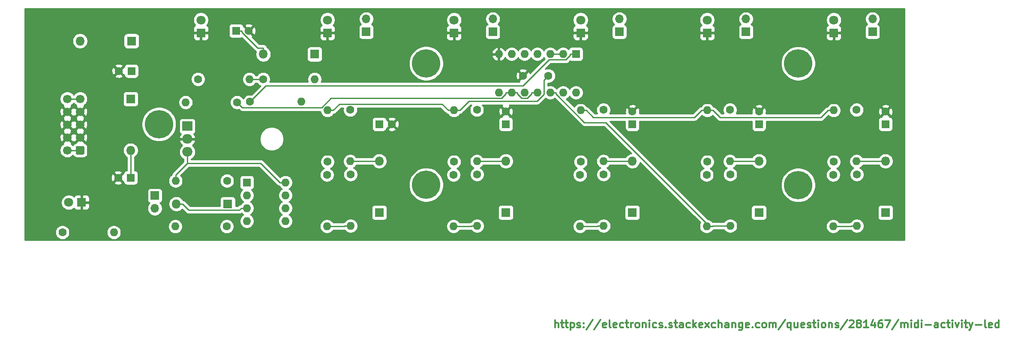
<source format=gbr>
%TF.GenerationSoftware,KiCad,Pcbnew,(5.1.7)-1*%
%TF.CreationDate,2021-12-31T12:29:52+00:00*%
%TF.ProjectId,PCB-MIDI-THRU,5043422d-4d49-4444-992d-544852552e6b,rev?*%
%TF.SameCoordinates,Original*%
%TF.FileFunction,Copper,L1,Top*%
%TF.FilePolarity,Positive*%
%FSLAX46Y46*%
G04 Gerber Fmt 4.6, Leading zero omitted, Abs format (unit mm)*
G04 Created by KiCad (PCBNEW (5.1.7)-1) date 2021-12-31 12:29:52*
%MOMM*%
%LPD*%
G01*
G04 APERTURE LIST*
%TA.AperFunction,NonConductor*%
%ADD10C,0.300000*%
%TD*%
%TA.AperFunction,ComponentPad*%
%ADD11C,5.600000*%
%TD*%
%TA.AperFunction,ComponentPad*%
%ADD12C,1.600000*%
%TD*%
%TA.AperFunction,ComponentPad*%
%ADD13O,1.600000X1.600000*%
%TD*%
%TA.AperFunction,ComponentPad*%
%ADD14R,1.600000X1.600000*%
%TD*%
%TA.AperFunction,ComponentPad*%
%ADD15O,2.000000X1.905000*%
%TD*%
%TA.AperFunction,ComponentPad*%
%ADD16R,2.000000X1.905000*%
%TD*%
%TA.AperFunction,ComponentPad*%
%ADD17O,1.700000X1.700000*%
%TD*%
%TA.AperFunction,ComponentPad*%
%ADD18R,1.700000X1.700000*%
%TD*%
%TA.AperFunction,ComponentPad*%
%ADD19C,1.700000*%
%TD*%
%TA.AperFunction,ComponentPad*%
%ADD20C,1.800000*%
%TD*%
%TA.AperFunction,ComponentPad*%
%ADD21R,1.800000X1.800000*%
%TD*%
%TA.AperFunction,ComponentPad*%
%ADD22O,1.800000X1.800000*%
%TD*%
%TA.AperFunction,Conductor*%
%ADD23C,0.250000*%
%TD*%
%TA.AperFunction,Conductor*%
%ADD24C,0.254000*%
%TD*%
%TA.AperFunction,Conductor*%
%ADD25C,0.100000*%
%TD*%
G04 APERTURE END LIST*
D10*
X187958571Y-180768571D02*
X187958571Y-179268571D01*
X188601428Y-180768571D02*
X188601428Y-179982857D01*
X188530000Y-179840000D01*
X188387142Y-179768571D01*
X188172857Y-179768571D01*
X188030000Y-179840000D01*
X187958571Y-179911428D01*
X189101428Y-179768571D02*
X189672857Y-179768571D01*
X189315714Y-179268571D02*
X189315714Y-180554285D01*
X189387142Y-180697142D01*
X189530000Y-180768571D01*
X189672857Y-180768571D01*
X189958571Y-179768571D02*
X190530000Y-179768571D01*
X190172857Y-179268571D02*
X190172857Y-180554285D01*
X190244285Y-180697142D01*
X190387142Y-180768571D01*
X190530000Y-180768571D01*
X191030000Y-179768571D02*
X191030000Y-181268571D01*
X191030000Y-179840000D02*
X191172857Y-179768571D01*
X191458571Y-179768571D01*
X191601428Y-179840000D01*
X191672857Y-179911428D01*
X191744285Y-180054285D01*
X191744285Y-180482857D01*
X191672857Y-180625714D01*
X191601428Y-180697142D01*
X191458571Y-180768571D01*
X191172857Y-180768571D01*
X191030000Y-180697142D01*
X192315714Y-180697142D02*
X192458571Y-180768571D01*
X192744285Y-180768571D01*
X192887142Y-180697142D01*
X192958571Y-180554285D01*
X192958571Y-180482857D01*
X192887142Y-180340000D01*
X192744285Y-180268571D01*
X192530000Y-180268571D01*
X192387142Y-180197142D01*
X192315714Y-180054285D01*
X192315714Y-179982857D01*
X192387142Y-179840000D01*
X192530000Y-179768571D01*
X192744285Y-179768571D01*
X192887142Y-179840000D01*
X193601428Y-180625714D02*
X193672857Y-180697142D01*
X193601428Y-180768571D01*
X193530000Y-180697142D01*
X193601428Y-180625714D01*
X193601428Y-180768571D01*
X193601428Y-179840000D02*
X193672857Y-179911428D01*
X193601428Y-179982857D01*
X193530000Y-179911428D01*
X193601428Y-179840000D01*
X193601428Y-179982857D01*
X195387142Y-179197142D02*
X194101428Y-181125714D01*
X196958571Y-179197142D02*
X195672857Y-181125714D01*
X198030000Y-180697142D02*
X197887142Y-180768571D01*
X197601428Y-180768571D01*
X197458571Y-180697142D01*
X197387142Y-180554285D01*
X197387142Y-179982857D01*
X197458571Y-179840000D01*
X197601428Y-179768571D01*
X197887142Y-179768571D01*
X198030000Y-179840000D01*
X198101428Y-179982857D01*
X198101428Y-180125714D01*
X197387142Y-180268571D01*
X198958571Y-180768571D02*
X198815714Y-180697142D01*
X198744285Y-180554285D01*
X198744285Y-179268571D01*
X200101428Y-180697142D02*
X199958571Y-180768571D01*
X199672857Y-180768571D01*
X199530000Y-180697142D01*
X199458571Y-180554285D01*
X199458571Y-179982857D01*
X199530000Y-179840000D01*
X199672857Y-179768571D01*
X199958571Y-179768571D01*
X200101428Y-179840000D01*
X200172857Y-179982857D01*
X200172857Y-180125714D01*
X199458571Y-180268571D01*
X201458571Y-180697142D02*
X201315714Y-180768571D01*
X201030000Y-180768571D01*
X200887142Y-180697142D01*
X200815714Y-180625714D01*
X200744285Y-180482857D01*
X200744285Y-180054285D01*
X200815714Y-179911428D01*
X200887142Y-179840000D01*
X201030000Y-179768571D01*
X201315714Y-179768571D01*
X201458571Y-179840000D01*
X201887142Y-179768571D02*
X202458571Y-179768571D01*
X202101428Y-179268571D02*
X202101428Y-180554285D01*
X202172857Y-180697142D01*
X202315714Y-180768571D01*
X202458571Y-180768571D01*
X202958571Y-180768571D02*
X202958571Y-179768571D01*
X202958571Y-180054285D02*
X203030000Y-179911428D01*
X203101428Y-179840000D01*
X203244285Y-179768571D01*
X203387142Y-179768571D01*
X204101428Y-180768571D02*
X203958571Y-180697142D01*
X203887142Y-180625714D01*
X203815714Y-180482857D01*
X203815714Y-180054285D01*
X203887142Y-179911428D01*
X203958571Y-179840000D01*
X204101428Y-179768571D01*
X204315714Y-179768571D01*
X204458571Y-179840000D01*
X204530000Y-179911428D01*
X204601428Y-180054285D01*
X204601428Y-180482857D01*
X204530000Y-180625714D01*
X204458571Y-180697142D01*
X204315714Y-180768571D01*
X204101428Y-180768571D01*
X205244285Y-179768571D02*
X205244285Y-180768571D01*
X205244285Y-179911428D02*
X205315714Y-179840000D01*
X205458571Y-179768571D01*
X205672857Y-179768571D01*
X205815714Y-179840000D01*
X205887142Y-179982857D01*
X205887142Y-180768571D01*
X206601428Y-180768571D02*
X206601428Y-179768571D01*
X206601428Y-179268571D02*
X206530000Y-179340000D01*
X206601428Y-179411428D01*
X206672857Y-179340000D01*
X206601428Y-179268571D01*
X206601428Y-179411428D01*
X207958571Y-180697142D02*
X207815714Y-180768571D01*
X207530000Y-180768571D01*
X207387142Y-180697142D01*
X207315714Y-180625714D01*
X207244285Y-180482857D01*
X207244285Y-180054285D01*
X207315714Y-179911428D01*
X207387142Y-179840000D01*
X207530000Y-179768571D01*
X207815714Y-179768571D01*
X207958571Y-179840000D01*
X208530000Y-180697142D02*
X208672857Y-180768571D01*
X208958571Y-180768571D01*
X209101428Y-180697142D01*
X209172857Y-180554285D01*
X209172857Y-180482857D01*
X209101428Y-180340000D01*
X208958571Y-180268571D01*
X208744285Y-180268571D01*
X208601428Y-180197142D01*
X208530000Y-180054285D01*
X208530000Y-179982857D01*
X208601428Y-179840000D01*
X208744285Y-179768571D01*
X208958571Y-179768571D01*
X209101428Y-179840000D01*
X209815714Y-180625714D02*
X209887142Y-180697142D01*
X209815714Y-180768571D01*
X209744285Y-180697142D01*
X209815714Y-180625714D01*
X209815714Y-180768571D01*
X210458571Y-180697142D02*
X210601428Y-180768571D01*
X210887142Y-180768571D01*
X211030000Y-180697142D01*
X211101428Y-180554285D01*
X211101428Y-180482857D01*
X211030000Y-180340000D01*
X210887142Y-180268571D01*
X210672857Y-180268571D01*
X210530000Y-180197142D01*
X210458571Y-180054285D01*
X210458571Y-179982857D01*
X210530000Y-179840000D01*
X210672857Y-179768571D01*
X210887142Y-179768571D01*
X211030000Y-179840000D01*
X211530000Y-179768571D02*
X212101428Y-179768571D01*
X211744285Y-179268571D02*
X211744285Y-180554285D01*
X211815714Y-180697142D01*
X211958571Y-180768571D01*
X212101428Y-180768571D01*
X213244285Y-180768571D02*
X213244285Y-179982857D01*
X213172857Y-179840000D01*
X213030000Y-179768571D01*
X212744285Y-179768571D01*
X212601428Y-179840000D01*
X213244285Y-180697142D02*
X213101428Y-180768571D01*
X212744285Y-180768571D01*
X212601428Y-180697142D01*
X212530000Y-180554285D01*
X212530000Y-180411428D01*
X212601428Y-180268571D01*
X212744285Y-180197142D01*
X213101428Y-180197142D01*
X213244285Y-180125714D01*
X214601428Y-180697142D02*
X214458571Y-180768571D01*
X214172857Y-180768571D01*
X214030000Y-180697142D01*
X213958571Y-180625714D01*
X213887142Y-180482857D01*
X213887142Y-180054285D01*
X213958571Y-179911428D01*
X214030000Y-179840000D01*
X214172857Y-179768571D01*
X214458571Y-179768571D01*
X214601428Y-179840000D01*
X215244285Y-180768571D02*
X215244285Y-179268571D01*
X215387142Y-180197142D02*
X215815714Y-180768571D01*
X215815714Y-179768571D02*
X215244285Y-180340000D01*
X217030000Y-180697142D02*
X216887142Y-180768571D01*
X216601428Y-180768571D01*
X216458571Y-180697142D01*
X216387142Y-180554285D01*
X216387142Y-179982857D01*
X216458571Y-179840000D01*
X216601428Y-179768571D01*
X216887142Y-179768571D01*
X217030000Y-179840000D01*
X217101428Y-179982857D01*
X217101428Y-180125714D01*
X216387142Y-180268571D01*
X217601428Y-180768571D02*
X218387142Y-179768571D01*
X217601428Y-179768571D02*
X218387142Y-180768571D01*
X219601428Y-180697142D02*
X219458571Y-180768571D01*
X219172857Y-180768571D01*
X219030000Y-180697142D01*
X218958571Y-180625714D01*
X218887142Y-180482857D01*
X218887142Y-180054285D01*
X218958571Y-179911428D01*
X219030000Y-179840000D01*
X219172857Y-179768571D01*
X219458571Y-179768571D01*
X219601428Y-179840000D01*
X220244285Y-180768571D02*
X220244285Y-179268571D01*
X220887142Y-180768571D02*
X220887142Y-179982857D01*
X220815714Y-179840000D01*
X220672857Y-179768571D01*
X220458571Y-179768571D01*
X220315714Y-179840000D01*
X220244285Y-179911428D01*
X222244285Y-180768571D02*
X222244285Y-179982857D01*
X222172857Y-179840000D01*
X222030000Y-179768571D01*
X221744285Y-179768571D01*
X221601428Y-179840000D01*
X222244285Y-180697142D02*
X222101428Y-180768571D01*
X221744285Y-180768571D01*
X221601428Y-180697142D01*
X221530000Y-180554285D01*
X221530000Y-180411428D01*
X221601428Y-180268571D01*
X221744285Y-180197142D01*
X222101428Y-180197142D01*
X222244285Y-180125714D01*
X222958571Y-179768571D02*
X222958571Y-180768571D01*
X222958571Y-179911428D02*
X223030000Y-179840000D01*
X223172857Y-179768571D01*
X223387142Y-179768571D01*
X223530000Y-179840000D01*
X223601428Y-179982857D01*
X223601428Y-180768571D01*
X224958571Y-179768571D02*
X224958571Y-180982857D01*
X224887142Y-181125714D01*
X224815714Y-181197142D01*
X224672857Y-181268571D01*
X224458571Y-181268571D01*
X224315714Y-181197142D01*
X224958571Y-180697142D02*
X224815714Y-180768571D01*
X224530000Y-180768571D01*
X224387142Y-180697142D01*
X224315714Y-180625714D01*
X224244285Y-180482857D01*
X224244285Y-180054285D01*
X224315714Y-179911428D01*
X224387142Y-179840000D01*
X224530000Y-179768571D01*
X224815714Y-179768571D01*
X224958571Y-179840000D01*
X226244285Y-180697142D02*
X226101428Y-180768571D01*
X225815714Y-180768571D01*
X225672857Y-180697142D01*
X225601428Y-180554285D01*
X225601428Y-179982857D01*
X225672857Y-179840000D01*
X225815714Y-179768571D01*
X226101428Y-179768571D01*
X226244285Y-179840000D01*
X226315714Y-179982857D01*
X226315714Y-180125714D01*
X225601428Y-180268571D01*
X226958571Y-180625714D02*
X227030000Y-180697142D01*
X226958571Y-180768571D01*
X226887142Y-180697142D01*
X226958571Y-180625714D01*
X226958571Y-180768571D01*
X228315714Y-180697142D02*
X228172857Y-180768571D01*
X227887142Y-180768571D01*
X227744285Y-180697142D01*
X227672857Y-180625714D01*
X227601428Y-180482857D01*
X227601428Y-180054285D01*
X227672857Y-179911428D01*
X227744285Y-179840000D01*
X227887142Y-179768571D01*
X228172857Y-179768571D01*
X228315714Y-179840000D01*
X229172857Y-180768571D02*
X229030000Y-180697142D01*
X228958571Y-180625714D01*
X228887142Y-180482857D01*
X228887142Y-180054285D01*
X228958571Y-179911428D01*
X229030000Y-179840000D01*
X229172857Y-179768571D01*
X229387142Y-179768571D01*
X229530000Y-179840000D01*
X229601428Y-179911428D01*
X229672857Y-180054285D01*
X229672857Y-180482857D01*
X229601428Y-180625714D01*
X229530000Y-180697142D01*
X229387142Y-180768571D01*
X229172857Y-180768571D01*
X230315714Y-180768571D02*
X230315714Y-179768571D01*
X230315714Y-179911428D02*
X230387142Y-179840000D01*
X230530000Y-179768571D01*
X230744285Y-179768571D01*
X230887142Y-179840000D01*
X230958571Y-179982857D01*
X230958571Y-180768571D01*
X230958571Y-179982857D02*
X231030000Y-179840000D01*
X231172857Y-179768571D01*
X231387142Y-179768571D01*
X231530000Y-179840000D01*
X231601428Y-179982857D01*
X231601428Y-180768571D01*
X233387142Y-179197142D02*
X232101428Y-181125714D01*
X234530000Y-179768571D02*
X234530000Y-181268571D01*
X234530000Y-180697142D02*
X234387142Y-180768571D01*
X234101428Y-180768571D01*
X233958571Y-180697142D01*
X233887142Y-180625714D01*
X233815714Y-180482857D01*
X233815714Y-180054285D01*
X233887142Y-179911428D01*
X233958571Y-179840000D01*
X234101428Y-179768571D01*
X234387142Y-179768571D01*
X234530000Y-179840000D01*
X235887142Y-179768571D02*
X235887142Y-180768571D01*
X235244285Y-179768571D02*
X235244285Y-180554285D01*
X235315714Y-180697142D01*
X235458571Y-180768571D01*
X235672857Y-180768571D01*
X235815714Y-180697142D01*
X235887142Y-180625714D01*
X237172857Y-180697142D02*
X237030000Y-180768571D01*
X236744285Y-180768571D01*
X236601428Y-180697142D01*
X236530000Y-180554285D01*
X236530000Y-179982857D01*
X236601428Y-179840000D01*
X236744285Y-179768571D01*
X237030000Y-179768571D01*
X237172857Y-179840000D01*
X237244285Y-179982857D01*
X237244285Y-180125714D01*
X236530000Y-180268571D01*
X237815714Y-180697142D02*
X237958571Y-180768571D01*
X238244285Y-180768571D01*
X238387142Y-180697142D01*
X238458571Y-180554285D01*
X238458571Y-180482857D01*
X238387142Y-180340000D01*
X238244285Y-180268571D01*
X238030000Y-180268571D01*
X237887142Y-180197142D01*
X237815714Y-180054285D01*
X237815714Y-179982857D01*
X237887142Y-179840000D01*
X238030000Y-179768571D01*
X238244285Y-179768571D01*
X238387142Y-179840000D01*
X238887142Y-179768571D02*
X239458571Y-179768571D01*
X239101428Y-179268571D02*
X239101428Y-180554285D01*
X239172857Y-180697142D01*
X239315714Y-180768571D01*
X239458571Y-180768571D01*
X239958571Y-180768571D02*
X239958571Y-179768571D01*
X239958571Y-179268571D02*
X239887142Y-179340000D01*
X239958571Y-179411428D01*
X240030000Y-179340000D01*
X239958571Y-179268571D01*
X239958571Y-179411428D01*
X240887142Y-180768571D02*
X240744285Y-180697142D01*
X240672857Y-180625714D01*
X240601428Y-180482857D01*
X240601428Y-180054285D01*
X240672857Y-179911428D01*
X240744285Y-179840000D01*
X240887142Y-179768571D01*
X241101428Y-179768571D01*
X241244285Y-179840000D01*
X241315714Y-179911428D01*
X241387142Y-180054285D01*
X241387142Y-180482857D01*
X241315714Y-180625714D01*
X241244285Y-180697142D01*
X241101428Y-180768571D01*
X240887142Y-180768571D01*
X242030000Y-179768571D02*
X242030000Y-180768571D01*
X242030000Y-179911428D02*
X242101428Y-179840000D01*
X242244285Y-179768571D01*
X242458571Y-179768571D01*
X242601428Y-179840000D01*
X242672857Y-179982857D01*
X242672857Y-180768571D01*
X243315714Y-180697142D02*
X243458571Y-180768571D01*
X243744285Y-180768571D01*
X243887142Y-180697142D01*
X243958571Y-180554285D01*
X243958571Y-180482857D01*
X243887142Y-180340000D01*
X243744285Y-180268571D01*
X243530000Y-180268571D01*
X243387142Y-180197142D01*
X243315714Y-180054285D01*
X243315714Y-179982857D01*
X243387142Y-179840000D01*
X243530000Y-179768571D01*
X243744285Y-179768571D01*
X243887142Y-179840000D01*
X245672857Y-179197142D02*
X244387142Y-181125714D01*
X246101428Y-179411428D02*
X246172857Y-179340000D01*
X246315714Y-179268571D01*
X246672857Y-179268571D01*
X246815714Y-179340000D01*
X246887142Y-179411428D01*
X246958571Y-179554285D01*
X246958571Y-179697142D01*
X246887142Y-179911428D01*
X246030000Y-180768571D01*
X246958571Y-180768571D01*
X247815714Y-179911428D02*
X247672857Y-179840000D01*
X247601428Y-179768571D01*
X247530000Y-179625714D01*
X247530000Y-179554285D01*
X247601428Y-179411428D01*
X247672857Y-179340000D01*
X247815714Y-179268571D01*
X248101428Y-179268571D01*
X248244285Y-179340000D01*
X248315714Y-179411428D01*
X248387142Y-179554285D01*
X248387142Y-179625714D01*
X248315714Y-179768571D01*
X248244285Y-179840000D01*
X248101428Y-179911428D01*
X247815714Y-179911428D01*
X247672857Y-179982857D01*
X247601428Y-180054285D01*
X247530000Y-180197142D01*
X247530000Y-180482857D01*
X247601428Y-180625714D01*
X247672857Y-180697142D01*
X247815714Y-180768571D01*
X248101428Y-180768571D01*
X248244285Y-180697142D01*
X248315714Y-180625714D01*
X248387142Y-180482857D01*
X248387142Y-180197142D01*
X248315714Y-180054285D01*
X248244285Y-179982857D01*
X248101428Y-179911428D01*
X249815714Y-180768571D02*
X248958571Y-180768571D01*
X249387142Y-180768571D02*
X249387142Y-179268571D01*
X249244285Y-179482857D01*
X249101428Y-179625714D01*
X248958571Y-179697142D01*
X251101428Y-179768571D02*
X251101428Y-180768571D01*
X250744285Y-179197142D02*
X250387142Y-180268571D01*
X251315714Y-180268571D01*
X252530000Y-179268571D02*
X252244285Y-179268571D01*
X252101428Y-179340000D01*
X252030000Y-179411428D01*
X251887142Y-179625714D01*
X251815714Y-179911428D01*
X251815714Y-180482857D01*
X251887142Y-180625714D01*
X251958571Y-180697142D01*
X252101428Y-180768571D01*
X252387142Y-180768571D01*
X252530000Y-180697142D01*
X252601428Y-180625714D01*
X252672857Y-180482857D01*
X252672857Y-180125714D01*
X252601428Y-179982857D01*
X252530000Y-179911428D01*
X252387142Y-179840000D01*
X252101428Y-179840000D01*
X251958571Y-179911428D01*
X251887142Y-179982857D01*
X251815714Y-180125714D01*
X253172857Y-179268571D02*
X254172857Y-179268571D01*
X253530000Y-180768571D01*
X255815714Y-179197142D02*
X254530000Y-181125714D01*
X256315714Y-180768571D02*
X256315714Y-179768571D01*
X256315714Y-179911428D02*
X256387142Y-179840000D01*
X256530000Y-179768571D01*
X256744285Y-179768571D01*
X256887142Y-179840000D01*
X256958571Y-179982857D01*
X256958571Y-180768571D01*
X256958571Y-179982857D02*
X257030000Y-179840000D01*
X257172857Y-179768571D01*
X257387142Y-179768571D01*
X257530000Y-179840000D01*
X257601428Y-179982857D01*
X257601428Y-180768571D01*
X258315714Y-180768571D02*
X258315714Y-179768571D01*
X258315714Y-179268571D02*
X258244285Y-179340000D01*
X258315714Y-179411428D01*
X258387142Y-179340000D01*
X258315714Y-179268571D01*
X258315714Y-179411428D01*
X259672857Y-180768571D02*
X259672857Y-179268571D01*
X259672857Y-180697142D02*
X259530000Y-180768571D01*
X259244285Y-180768571D01*
X259101428Y-180697142D01*
X259030000Y-180625714D01*
X258958571Y-180482857D01*
X258958571Y-180054285D01*
X259030000Y-179911428D01*
X259101428Y-179840000D01*
X259244285Y-179768571D01*
X259530000Y-179768571D01*
X259672857Y-179840000D01*
X260387142Y-180768571D02*
X260387142Y-179768571D01*
X260387142Y-179268571D02*
X260315714Y-179340000D01*
X260387142Y-179411428D01*
X260458571Y-179340000D01*
X260387142Y-179268571D01*
X260387142Y-179411428D01*
X261101428Y-180197142D02*
X262244285Y-180197142D01*
X263601428Y-180768571D02*
X263601428Y-179982857D01*
X263530000Y-179840000D01*
X263387142Y-179768571D01*
X263101428Y-179768571D01*
X262958571Y-179840000D01*
X263601428Y-180697142D02*
X263458571Y-180768571D01*
X263101428Y-180768571D01*
X262958571Y-180697142D01*
X262887142Y-180554285D01*
X262887142Y-180411428D01*
X262958571Y-180268571D01*
X263101428Y-180197142D01*
X263458571Y-180197142D01*
X263601428Y-180125714D01*
X264958571Y-180697142D02*
X264815714Y-180768571D01*
X264530000Y-180768571D01*
X264387142Y-180697142D01*
X264315714Y-180625714D01*
X264244285Y-180482857D01*
X264244285Y-180054285D01*
X264315714Y-179911428D01*
X264387142Y-179840000D01*
X264530000Y-179768571D01*
X264815714Y-179768571D01*
X264958571Y-179840000D01*
X265387142Y-179768571D02*
X265958571Y-179768571D01*
X265601428Y-179268571D02*
X265601428Y-180554285D01*
X265672857Y-180697142D01*
X265815714Y-180768571D01*
X265958571Y-180768571D01*
X266458571Y-180768571D02*
X266458571Y-179768571D01*
X266458571Y-179268571D02*
X266387142Y-179340000D01*
X266458571Y-179411428D01*
X266530000Y-179340000D01*
X266458571Y-179268571D01*
X266458571Y-179411428D01*
X267030000Y-179768571D02*
X267387142Y-180768571D01*
X267744285Y-179768571D01*
X268315714Y-180768571D02*
X268315714Y-179768571D01*
X268315714Y-179268571D02*
X268244285Y-179340000D01*
X268315714Y-179411428D01*
X268387142Y-179340000D01*
X268315714Y-179268571D01*
X268315714Y-179411428D01*
X268815714Y-179768571D02*
X269387142Y-179768571D01*
X269030000Y-179268571D02*
X269030000Y-180554285D01*
X269101428Y-180697142D01*
X269244285Y-180768571D01*
X269387142Y-180768571D01*
X269744285Y-179768571D02*
X270101428Y-180768571D01*
X270458571Y-179768571D02*
X270101428Y-180768571D01*
X269958571Y-181125714D01*
X269887142Y-181197142D01*
X269744285Y-181268571D01*
X271030000Y-180197142D02*
X272172857Y-180197142D01*
X273101428Y-180768571D02*
X272958571Y-180697142D01*
X272887142Y-180554285D01*
X272887142Y-179268571D01*
X274244285Y-180697142D02*
X274101428Y-180768571D01*
X273815714Y-180768571D01*
X273672857Y-180697142D01*
X273601428Y-180554285D01*
X273601428Y-179982857D01*
X273672857Y-179840000D01*
X273815714Y-179768571D01*
X274101428Y-179768571D01*
X274244285Y-179840000D01*
X274315714Y-179982857D01*
X274315714Y-180125714D01*
X273601428Y-180268571D01*
X275601428Y-180768571D02*
X275601428Y-179268571D01*
X275601428Y-180697142D02*
X275458571Y-180768571D01*
X275172857Y-180768571D01*
X275030000Y-180697142D01*
X274958571Y-180625714D01*
X274887142Y-180482857D01*
X274887142Y-180054285D01*
X274958571Y-179911428D01*
X275030000Y-179840000D01*
X275172857Y-179768571D01*
X275458571Y-179768571D01*
X275601428Y-179840000D01*
D11*
%TO.P,H4,1*%
%TO.N,N/C*%
X236000000Y-128590000D03*
%TD*%
%TO.P,H2,1*%
%TO.N,N/C*%
X162510000Y-152570000D03*
%TD*%
%TO.P,H3,1*%
%TO.N,N/C*%
X109720000Y-140570000D03*
%TD*%
D12*
%TO.P,C9,2*%
%TO.N,GND*%
X181640000Y-131000000D03*
%TO.P,C9,1*%
%TO.N,+5V*%
X186640000Y-131000000D03*
%TD*%
D11*
%TO.P,H1,1*%
%TO.N,N/C*%
X162510000Y-128570000D03*
%TD*%
%TO.P,H5,1*%
%TO.N,N/C*%
X236000000Y-152590000D03*
%TD*%
D13*
%TO.P,U2,8*%
%TO.N,+5V*%
X134710000Y-152080000D03*
%TO.P,U2,4*%
%TO.N,Net-(U2-Pad4)*%
X127090000Y-159700000D03*
%TO.P,U2,7*%
%TO.N,Net-(U2-Pad7)*%
X134710000Y-154620000D03*
%TO.P,U2,3*%
%TO.N,Net-(D3-Pad2)*%
X127090000Y-157160000D03*
%TO.P,U2,6*%
%TO.N,Net-(R2-Pad1)*%
X134710000Y-157160000D03*
%TO.P,U2,2*%
%TO.N,Net-(D3-Pad1)*%
X127090000Y-154620000D03*
%TO.P,U2,5*%
%TO.N,Net-(U2-Pad5)*%
X134710000Y-159700000D03*
D14*
%TO.P,U2,1*%
%TO.N,Net-(U2-Pad1)*%
X127090000Y-152080000D03*
%TD*%
D15*
%TO.P,U1,3*%
%TO.N,+5V*%
X115320000Y-146040000D03*
%TO.P,U1,2*%
%TO.N,GND*%
X115320000Y-143500000D03*
D16*
%TO.P,U1,1*%
%TO.N,Net-(C1-Pad1)*%
X115320000Y-140960000D03*
%TD*%
D13*
%TO.P,U3,14*%
%TO.N,+5V*%
X192080000Y-134340000D03*
%TO.P,U3,7*%
%TO.N,GND*%
X176840000Y-126720000D03*
%TO.P,U3,13*%
%TO.N,Net-(R7-Pad1)*%
X189540000Y-134340000D03*
%TO.P,U3,6*%
%TO.N,Net-(D8-Pad1)*%
X179380000Y-126720000D03*
%TO.P,U3,12*%
%TO.N,Net-(D10-Pad1)*%
X187000000Y-134340000D03*
%TO.P,U3,5*%
%TO.N,Net-(R7-Pad1)*%
X181920000Y-126720000D03*
%TO.P,U3,11*%
X184460000Y-134340000D03*
%TO.P,U3,4*%
%TO.N,Net-(D7-Pad1)*%
X184460000Y-126720000D03*
%TO.P,U3,10*%
%TO.N,Net-(D11-Pad1)*%
X181920000Y-134340000D03*
%TO.P,U3,3*%
%TO.N,Net-(R7-Pad1)*%
X187000000Y-126720000D03*
%TO.P,U3,9*%
X179380000Y-134340000D03*
%TO.P,U3,2*%
X189540000Y-126720000D03*
%TO.P,U3,8*%
%TO.N,Net-(D9-Pad1)*%
X176840000Y-134340000D03*
D14*
%TO.P,U3,1*%
%TO.N,Net-(R2-Pad1)*%
X192080000Y-126720000D03*
%TD*%
D13*
%TO.P,R27,2*%
%TO.N,Net-(C8-Pad1)*%
X247510000Y-147910000D03*
D12*
%TO.P,R27,1*%
%TO.N,Net-(D16-Pad2)*%
X247510000Y-137750000D03*
%TD*%
D13*
%TO.P,R26,2*%
%TO.N,Net-(C7-Pad1)*%
X222510000Y-147910000D03*
D12*
%TO.P,R26,1*%
%TO.N,Net-(D15-Pad2)*%
X222510000Y-137750000D03*
%TD*%
D13*
%TO.P,R25,2*%
%TO.N,Net-(C6-Pad1)*%
X197510000Y-147910000D03*
D12*
%TO.P,R25,1*%
%TO.N,Net-(D14-Pad2)*%
X197510000Y-137750000D03*
%TD*%
D13*
%TO.P,R24,2*%
%TO.N,Net-(C5-Pad1)*%
X172510000Y-147910000D03*
D12*
%TO.P,R24,1*%
%TO.N,Net-(D13-Pad2)*%
X172510000Y-137750000D03*
%TD*%
D13*
%TO.P,R23,2*%
%TO.N,Net-(C4-Pad1)*%
X147510000Y-147910000D03*
D12*
%TO.P,R23,1*%
%TO.N,Net-(D12-Pad2)*%
X147510000Y-137750000D03*
%TD*%
D13*
%TO.P,R22,2*%
%TO.N,Net-(D11-Pad1)*%
X247550000Y-160650000D03*
D12*
%TO.P,R22,1*%
%TO.N,Net-(C8-Pad1)*%
X247550000Y-150490000D03*
%TD*%
D13*
%TO.P,R21,2*%
%TO.N,Net-(D10-Pad1)*%
X222550000Y-160650000D03*
D12*
%TO.P,R21,1*%
%TO.N,Net-(C7-Pad1)*%
X222550000Y-150490000D03*
%TD*%
D13*
%TO.P,R20,2*%
%TO.N,Net-(D9-Pad1)*%
X197550000Y-160650000D03*
D12*
%TO.P,R20,1*%
%TO.N,Net-(C6-Pad1)*%
X197550000Y-150490000D03*
%TD*%
D13*
%TO.P,R19,2*%
%TO.N,Net-(D8-Pad1)*%
X172550000Y-160650000D03*
D12*
%TO.P,R19,1*%
%TO.N,Net-(C5-Pad1)*%
X172550000Y-150490000D03*
%TD*%
D13*
%TO.P,R18,2*%
%TO.N,Net-(D7-Pad1)*%
X147550000Y-160650000D03*
D12*
%TO.P,R18,1*%
%TO.N,Net-(C4-Pad1)*%
X147550000Y-150490000D03*
%TD*%
D13*
%TO.P,R17,2*%
%TO.N,+5V*%
X243000000Y-137840000D03*
D12*
%TO.P,R17,1*%
%TO.N,Net-(J7-Pad2)*%
X243000000Y-148000000D03*
%TD*%
D13*
%TO.P,R16,2*%
%TO.N,+5V*%
X218000000Y-137840000D03*
D12*
%TO.P,R16,1*%
%TO.N,Net-(J6-Pad2)*%
X218000000Y-148000000D03*
%TD*%
D13*
%TO.P,R15,2*%
%TO.N,+5V*%
X193000000Y-137840000D03*
D12*
%TO.P,R15,1*%
%TO.N,Net-(J5-Pad2)*%
X193000000Y-148000000D03*
%TD*%
D13*
%TO.P,R14,2*%
%TO.N,+5V*%
X168000000Y-137840000D03*
D12*
%TO.P,R14,1*%
%TO.N,Net-(J4-Pad2)*%
X168000000Y-148000000D03*
%TD*%
D13*
%TO.P,R13,2*%
%TO.N,+5V*%
X143000000Y-137840000D03*
D12*
%TO.P,R13,1*%
%TO.N,Net-(J3-Pad2)*%
X143000000Y-148000000D03*
%TD*%
D13*
%TO.P,R12,2*%
%TO.N,Net-(D11-Pad1)*%
X242890000Y-160730000D03*
D12*
%TO.P,R12,1*%
%TO.N,Net-(J7-Pad1)*%
X242890000Y-150570000D03*
%TD*%
D13*
%TO.P,R11,2*%
%TO.N,Net-(D10-Pad1)*%
X217890000Y-160730000D03*
D12*
%TO.P,R11,1*%
%TO.N,Net-(J6-Pad1)*%
X217890000Y-150570000D03*
%TD*%
D13*
%TO.P,R10,2*%
%TO.N,Net-(D9-Pad1)*%
X192890000Y-160730000D03*
D12*
%TO.P,R10,1*%
%TO.N,Net-(J5-Pad1)*%
X192890000Y-150570000D03*
%TD*%
D13*
%TO.P,R9,2*%
%TO.N,Net-(D8-Pad1)*%
X167890000Y-160730000D03*
D12*
%TO.P,R9,1*%
%TO.N,Net-(J4-Pad1)*%
X167890000Y-150570000D03*
%TD*%
D13*
%TO.P,R8,2*%
%TO.N,Net-(D7-Pad1)*%
X142890000Y-160730000D03*
D12*
%TO.P,R8,1*%
%TO.N,Net-(J3-Pad1)*%
X142890000Y-150570000D03*
%TD*%
D13*
%TO.P,R7,2*%
%TO.N,Net-(D5-Pad1)*%
X115000000Y-136250000D03*
D12*
%TO.P,R7,1*%
%TO.N,Net-(R7-Pad1)*%
X125160000Y-136250000D03*
%TD*%
D13*
%TO.P,R6,2*%
%TO.N,Net-(C3-Pad1)*%
X127600000Y-131670000D03*
D12*
%TO.P,R6,1*%
%TO.N,Net-(D6-Pad2)*%
X117440000Y-131670000D03*
%TD*%
D13*
%TO.P,R5,2*%
%TO.N,Net-(D5-Pad1)*%
X140450000Y-131670000D03*
D12*
%TO.P,R5,1*%
%TO.N,Net-(C3-Pad1)*%
X130290000Y-131670000D03*
%TD*%
D13*
%TO.P,R4,2*%
%TO.N,Net-(D5-Pad1)*%
X137840000Y-136150000D03*
D12*
%TO.P,R4,1*%
%TO.N,Net-(R2-Pad1)*%
X127680000Y-136150000D03*
%TD*%
D13*
%TO.P,R3,2*%
%TO.N,+5V*%
X100800000Y-161950000D03*
D12*
%TO.P,R3,1*%
%TO.N,Net-(D4-Pad2)*%
X90640000Y-161950000D03*
%TD*%
D13*
%TO.P,R2,2*%
%TO.N,+5V*%
X112990000Y-151750000D03*
D12*
%TO.P,R2,1*%
%TO.N,Net-(R2-Pad1)*%
X123150000Y-151750000D03*
%TD*%
D13*
%TO.P,R1,2*%
%TO.N,Net-(J2-Pad2)*%
X112950000Y-160780000D03*
D12*
%TO.P,R1,1*%
%TO.N,Net-(D3-Pad1)*%
X123110000Y-160780000D03*
%TD*%
D17*
%TO.P,J7,2*%
%TO.N,Net-(J7-Pad2)*%
X250660000Y-119780000D03*
D18*
%TO.P,J7,1*%
%TO.N,Net-(J7-Pad1)*%
X250660000Y-122320000D03*
%TD*%
D17*
%TO.P,J6,2*%
%TO.N,Net-(J6-Pad2)*%
X225660000Y-119780000D03*
D18*
%TO.P,J6,1*%
%TO.N,Net-(J6-Pad1)*%
X225660000Y-122320000D03*
%TD*%
D17*
%TO.P,J5,2*%
%TO.N,Net-(J5-Pad2)*%
X200660000Y-119780000D03*
D18*
%TO.P,J5,1*%
%TO.N,Net-(J5-Pad1)*%
X200660000Y-122320000D03*
%TD*%
D17*
%TO.P,J4,2*%
%TO.N,Net-(J4-Pad2)*%
X175660000Y-119780000D03*
D18*
%TO.P,J4,1*%
%TO.N,Net-(J4-Pad1)*%
X175660000Y-122320000D03*
%TD*%
D17*
%TO.P,J3,2*%
%TO.N,Net-(J3-Pad2)*%
X150660000Y-119780000D03*
D18*
%TO.P,J3,1*%
%TO.N,Net-(J3-Pad1)*%
X150660000Y-122320000D03*
%TD*%
D17*
%TO.P,J2,2*%
%TO.N,Net-(J2-Pad2)*%
X108890000Y-157210000D03*
D18*
%TO.P,J2,1*%
%TO.N,Net-(D3-Pad2)*%
X108890000Y-154670000D03*
%TD*%
D19*
%TO.P,J1,10*%
%TO.N,+12V*%
X91600000Y-135570000D03*
%TO.P,J1,8*%
%TO.N,GND*%
X91600000Y-138110000D03*
%TO.P,J1,6*%
X91600000Y-140650000D03*
%TO.P,J1,4*%
X91600000Y-143190000D03*
%TO.P,J1,2*%
%TO.N,Net-(J1-Pad1)*%
X91600000Y-145730000D03*
%TO.P,J1,9*%
%TO.N,+12V*%
X94140000Y-135570000D03*
%TO.P,J1,7*%
%TO.N,GND*%
X94140000Y-138110000D03*
%TO.P,J1,5*%
X94140000Y-140650000D03*
%TO.P,J1,3*%
X94140000Y-143190000D03*
%TO.P,J1,1*%
%TO.N,Net-(J1-Pad1)*%
%TA.AperFunction,ComponentPad*%
G36*
G01*
X94990000Y-145130000D02*
X94990000Y-146330000D01*
G75*
G02*
X94740000Y-146580000I-250000J0D01*
G01*
X93540000Y-146580000D01*
G75*
G02*
X93290000Y-146330000I0J250000D01*
G01*
X93290000Y-145130000D01*
G75*
G02*
X93540000Y-144880000I250000J0D01*
G01*
X94740000Y-144880000D01*
G75*
G02*
X94990000Y-145130000I0J-250000D01*
G01*
G37*
%TD.AperFunction*%
%TD*%
D20*
%TO.P,D16,2*%
%TO.N,Net-(D16-Pad2)*%
X243000000Y-119980000D03*
D21*
%TO.P,D16,1*%
%TO.N,GND*%
X243000000Y-122520000D03*
%TD*%
D20*
%TO.P,D15,2*%
%TO.N,Net-(D15-Pad2)*%
X218000000Y-119980000D03*
D21*
%TO.P,D15,1*%
%TO.N,GND*%
X218000000Y-122520000D03*
%TD*%
D20*
%TO.P,D14,2*%
%TO.N,Net-(D14-Pad2)*%
X193000000Y-119980000D03*
D21*
%TO.P,D14,1*%
%TO.N,GND*%
X193000000Y-122520000D03*
%TD*%
D20*
%TO.P,D13,2*%
%TO.N,Net-(D13-Pad2)*%
X168000000Y-119980000D03*
D21*
%TO.P,D13,1*%
%TO.N,GND*%
X168000000Y-122520000D03*
%TD*%
D20*
%TO.P,D12,2*%
%TO.N,Net-(D12-Pad2)*%
X143000000Y-119980000D03*
D21*
%TO.P,D12,1*%
%TO.N,GND*%
X143000000Y-122520000D03*
%TD*%
D22*
%TO.P,D11,2*%
%TO.N,Net-(C8-Pad1)*%
X253220000Y-147860000D03*
D21*
%TO.P,D11,1*%
%TO.N,Net-(D11-Pad1)*%
X253220000Y-158020000D03*
%TD*%
D22*
%TO.P,D10,2*%
%TO.N,Net-(C7-Pad1)*%
X228220000Y-147860000D03*
D21*
%TO.P,D10,1*%
%TO.N,Net-(D10-Pad1)*%
X228220000Y-158020000D03*
%TD*%
D22*
%TO.P,D9,2*%
%TO.N,Net-(C6-Pad1)*%
X203220000Y-147860000D03*
D21*
%TO.P,D9,1*%
%TO.N,Net-(D9-Pad1)*%
X203220000Y-158020000D03*
%TD*%
D22*
%TO.P,D8,2*%
%TO.N,Net-(C5-Pad1)*%
X178220000Y-147860000D03*
D21*
%TO.P,D8,1*%
%TO.N,Net-(D8-Pad1)*%
X178220000Y-158020000D03*
%TD*%
D22*
%TO.P,D7,2*%
%TO.N,Net-(C4-Pad1)*%
X153220000Y-147860000D03*
D21*
%TO.P,D7,1*%
%TO.N,Net-(D7-Pad1)*%
X153220000Y-158020000D03*
%TD*%
D20*
%TO.P,D6,2*%
%TO.N,Net-(D6-Pad2)*%
X118000000Y-119980000D03*
D21*
%TO.P,D6,1*%
%TO.N,GND*%
X118000000Y-122520000D03*
%TD*%
D22*
%TO.P,D5,2*%
%TO.N,Net-(C3-Pad1)*%
X130330000Y-126750000D03*
D21*
%TO.P,D5,1*%
%TO.N,Net-(D5-Pad1)*%
X140490000Y-126750000D03*
%TD*%
D20*
%TO.P,D4,2*%
%TO.N,Net-(D4-Pad2)*%
X91900000Y-156030000D03*
D21*
%TO.P,D4,1*%
%TO.N,GND*%
X94440000Y-156030000D03*
%TD*%
D22*
%TO.P,D3,2*%
%TO.N,Net-(D3-Pad2)*%
X113150000Y-156330000D03*
D21*
%TO.P,D3,1*%
%TO.N,Net-(D3-Pad1)*%
X123310000Y-156330000D03*
%TD*%
D22*
%TO.P,D2,2*%
%TO.N,+5V*%
X104120000Y-145750000D03*
D21*
%TO.P,D2,1*%
%TO.N,Net-(C1-Pad1)*%
X104120000Y-135590000D03*
%TD*%
D22*
%TO.P,D1,2*%
%TO.N,+12V*%
X94120000Y-124130000D03*
D21*
%TO.P,D1,1*%
%TO.N,Net-(C1-Pad1)*%
X104280000Y-124130000D03*
%TD*%
D12*
%TO.P,C8,2*%
%TO.N,GND*%
X253230000Y-138070000D03*
D14*
%TO.P,C8,1*%
%TO.N,Net-(C8-Pad1)*%
X253230000Y-140570000D03*
%TD*%
D12*
%TO.P,C7,2*%
%TO.N,GND*%
X228230000Y-138070000D03*
D14*
%TO.P,C7,1*%
%TO.N,Net-(C7-Pad1)*%
X228230000Y-140570000D03*
%TD*%
D12*
%TO.P,C6,2*%
%TO.N,GND*%
X203230000Y-138070000D03*
D14*
%TO.P,C6,1*%
%TO.N,Net-(C6-Pad1)*%
X203230000Y-140570000D03*
%TD*%
D12*
%TO.P,C5,2*%
%TO.N,GND*%
X178230000Y-138070000D03*
D14*
%TO.P,C5,1*%
%TO.N,Net-(C5-Pad1)*%
X178230000Y-140570000D03*
%TD*%
D12*
%TO.P,C4,2*%
%TO.N,GND*%
X155730000Y-140570000D03*
D14*
%TO.P,C4,1*%
%TO.N,Net-(C4-Pad1)*%
X153230000Y-140570000D03*
%TD*%
D12*
%TO.P,C3,2*%
%TO.N,GND*%
X127450000Y-122120000D03*
D14*
%TO.P,C3,1*%
%TO.N,Net-(C3-Pad1)*%
X124950000Y-122120000D03*
%TD*%
D12*
%TO.P,C2,2*%
%TO.N,GND*%
X101650000Y-151140000D03*
D14*
%TO.P,C2,1*%
%TO.N,+5V*%
X104150000Y-151140000D03*
%TD*%
D12*
%TO.P,C1,2*%
%TO.N,GND*%
X101780000Y-130060000D03*
D14*
%TO.P,C1,1*%
%TO.N,Net-(C1-Pad1)*%
X104280000Y-130060000D03*
%TD*%
D23*
%TO.N,+5V*%
X168000000Y-137840000D02*
X166874700Y-137840000D01*
X143000000Y-137840000D02*
X144125300Y-137840000D01*
X144125300Y-137840000D02*
X145376100Y-136589200D01*
X145376100Y-136589200D02*
X165623900Y-136589200D01*
X165623900Y-136589200D02*
X166874700Y-137840000D01*
X168000000Y-137840000D02*
X169125300Y-137840000D01*
X169125300Y-137840000D02*
X170935100Y-136030200D01*
X170935100Y-136030200D02*
X184375300Y-136030200D01*
X184375300Y-136030200D02*
X185730000Y-134675500D01*
X185730000Y-134675500D02*
X185730000Y-131910000D01*
X185730000Y-131910000D02*
X186640000Y-131000000D01*
X218000000Y-137840000D02*
X216874700Y-137840000D01*
X193000000Y-137840000D02*
X194125300Y-137840000D01*
X194125300Y-137840000D02*
X195529300Y-139244000D01*
X195529300Y-139244000D02*
X215470700Y-139244000D01*
X215470700Y-139244000D02*
X216874700Y-137840000D01*
X243000000Y-137840000D02*
X241874700Y-137840000D01*
X218000000Y-137840000D02*
X219125300Y-137840000D01*
X219125300Y-137840000D02*
X220529300Y-139244000D01*
X220529300Y-139244000D02*
X240470700Y-139244000D01*
X240470700Y-139244000D02*
X241874700Y-137840000D01*
X115320000Y-148294700D02*
X115320000Y-146040000D01*
X112990000Y-150624700D02*
X115320000Y-148294700D01*
X133584700Y-152080000D02*
X129799400Y-148294700D01*
X129799400Y-148294700D02*
X115320000Y-148294700D01*
X134710000Y-152080000D02*
X133584700Y-152080000D01*
X112990000Y-151750000D02*
X112990000Y-150624700D01*
X104120000Y-145750000D02*
X104120000Y-146975300D01*
X104150000Y-151140000D02*
X104150000Y-147005300D01*
X104150000Y-147005300D02*
X104120000Y-146975300D01*
%TO.N,Net-(C3-Pad1)*%
X130330000Y-126750000D02*
X130330000Y-125524700D01*
X124950000Y-122120000D02*
X126075300Y-122120000D01*
X126075300Y-122120000D02*
X126075300Y-122401500D01*
X126075300Y-122401500D02*
X129198500Y-125524700D01*
X129198500Y-125524700D02*
X130330000Y-125524700D01*
X130290000Y-131670000D02*
X127600000Y-131670000D01*
%TO.N,Net-(C4-Pad1)*%
X147510000Y-147910000D02*
X148635300Y-147910000D01*
X153220000Y-147860000D02*
X148685300Y-147860000D01*
X148685300Y-147860000D02*
X148635300Y-147910000D01*
%TO.N,Net-(C5-Pad1)*%
X172510000Y-147910000D02*
X173635300Y-147910000D01*
X178220000Y-147860000D02*
X173685300Y-147860000D01*
X173685300Y-147860000D02*
X173635300Y-147910000D01*
%TO.N,Net-(C6-Pad1)*%
X197510000Y-147910000D02*
X198635300Y-147910000D01*
X203220000Y-147860000D02*
X198685300Y-147860000D01*
X198685300Y-147860000D02*
X198635300Y-147910000D01*
%TO.N,Net-(C7-Pad1)*%
X222510000Y-147910000D02*
X223635300Y-147910000D01*
X228220000Y-147860000D02*
X223685300Y-147860000D01*
X223685300Y-147860000D02*
X223635300Y-147910000D01*
%TO.N,Net-(C8-Pad1)*%
X247510000Y-147910000D02*
X248635300Y-147910000D01*
X253220000Y-147860000D02*
X248685300Y-147860000D01*
X248685300Y-147860000D02*
X248635300Y-147910000D01*
%TO.N,+12V*%
X94140000Y-135570000D02*
X91600000Y-135570000D01*
%TO.N,Net-(D3-Pad2)*%
X127090000Y-157160000D02*
X125964700Y-157160000D01*
X113150000Y-156330000D02*
X114375300Y-156330000D01*
X114375300Y-156330000D02*
X115600700Y-157555400D01*
X115600700Y-157555400D02*
X125569300Y-157555400D01*
X125569300Y-157555400D02*
X125964700Y-157160000D01*
%TO.N,Net-(D7-Pad1)*%
X147550000Y-160650000D02*
X146424700Y-160650000D01*
X142890000Y-160730000D02*
X146344700Y-160730000D01*
X146344700Y-160730000D02*
X146424700Y-160650000D01*
%TO.N,Net-(D8-Pad1)*%
X172550000Y-160650000D02*
X171424700Y-160650000D01*
X167890000Y-160730000D02*
X171344700Y-160730000D01*
X171344700Y-160730000D02*
X171424700Y-160650000D01*
%TO.N,Net-(D9-Pad1)*%
X197550000Y-160650000D02*
X196424700Y-160650000D01*
X192890000Y-160730000D02*
X196344700Y-160730000D01*
X196344700Y-160730000D02*
X196424700Y-160650000D01*
%TO.N,Net-(D10-Pad1)*%
X187000000Y-134340000D02*
X188125300Y-134340000D01*
X218452700Y-160730000D02*
X197953600Y-140230900D01*
X197953600Y-140230900D02*
X193734900Y-140230900D01*
X193734900Y-140230900D02*
X188125300Y-134621300D01*
X188125300Y-134621300D02*
X188125300Y-134340000D01*
X218452700Y-160730000D02*
X219015300Y-160730000D01*
X217890000Y-160730000D02*
X218452700Y-160730000D01*
X222550000Y-160650000D02*
X219095300Y-160650000D01*
X219095300Y-160650000D02*
X219015300Y-160730000D01*
%TO.N,Net-(D11-Pad1)*%
X247550000Y-160650000D02*
X246424700Y-160650000D01*
X242890000Y-160730000D02*
X246344700Y-160730000D01*
X246344700Y-160730000D02*
X246424700Y-160650000D01*
%TO.N,Net-(J1-Pad1)*%
X94140000Y-145730000D02*
X91600000Y-145730000D01*
%TO.N,Net-(R2-Pad1)*%
X192080000Y-126720000D02*
X190954700Y-126720000D01*
X127680000Y-136150000D02*
X130840400Y-132989600D01*
X130840400Y-132989600D02*
X181643400Y-132989600D01*
X181643400Y-132989600D02*
X186787700Y-127845300D01*
X186787700Y-127845300D02*
X190110800Y-127845300D01*
X190110800Y-127845300D02*
X190954700Y-127001400D01*
X190954700Y-127001400D02*
X190954700Y-126720000D01*
%TO.N,Net-(R7-Pad1)*%
X189540000Y-126720000D02*
X187000000Y-126720000D01*
X179380000Y-134340000D02*
X180505300Y-134340000D01*
X184460000Y-134340000D02*
X183334700Y-134340000D01*
X183334700Y-134340000D02*
X183334700Y-134621300D01*
X183334700Y-134621300D02*
X182490700Y-135465300D01*
X182490700Y-135465300D02*
X181349200Y-135465300D01*
X181349200Y-135465300D02*
X180505300Y-134621400D01*
X180505300Y-134621400D02*
X180505300Y-134340000D01*
X179380000Y-134340000D02*
X178254700Y-134340000D01*
X125160000Y-136250000D02*
X126189600Y-137279600D01*
X126189600Y-137279600D02*
X141881800Y-137279600D01*
X141881800Y-137279600D02*
X143696100Y-135465300D01*
X143696100Y-135465300D02*
X177410800Y-135465300D01*
X177410800Y-135465300D02*
X178254700Y-134621400D01*
X178254700Y-134621400D02*
X178254700Y-134340000D01*
%TD*%
D24*
%TO.N,GND*%
X256940001Y-163440000D02*
X83260000Y-163440000D01*
X83260000Y-161808665D01*
X89205000Y-161808665D01*
X89205000Y-162091335D01*
X89260147Y-162368574D01*
X89368320Y-162629727D01*
X89525363Y-162864759D01*
X89725241Y-163064637D01*
X89960273Y-163221680D01*
X90221426Y-163329853D01*
X90498665Y-163385000D01*
X90781335Y-163385000D01*
X91058574Y-163329853D01*
X91319727Y-163221680D01*
X91554759Y-163064637D01*
X91754637Y-162864759D01*
X91911680Y-162629727D01*
X92019853Y-162368574D01*
X92075000Y-162091335D01*
X92075000Y-161808665D01*
X99365000Y-161808665D01*
X99365000Y-162091335D01*
X99420147Y-162368574D01*
X99528320Y-162629727D01*
X99685363Y-162864759D01*
X99885241Y-163064637D01*
X100120273Y-163221680D01*
X100381426Y-163329853D01*
X100658665Y-163385000D01*
X100941335Y-163385000D01*
X101218574Y-163329853D01*
X101479727Y-163221680D01*
X101714759Y-163064637D01*
X101914637Y-162864759D01*
X102071680Y-162629727D01*
X102179853Y-162368574D01*
X102235000Y-162091335D01*
X102235000Y-161808665D01*
X102179853Y-161531426D01*
X102071680Y-161270273D01*
X101914637Y-161035241D01*
X101714759Y-160835363D01*
X101479727Y-160678320D01*
X101383992Y-160638665D01*
X111515000Y-160638665D01*
X111515000Y-160921335D01*
X111570147Y-161198574D01*
X111678320Y-161459727D01*
X111835363Y-161694759D01*
X112035241Y-161894637D01*
X112270273Y-162051680D01*
X112531426Y-162159853D01*
X112808665Y-162215000D01*
X113091335Y-162215000D01*
X113368574Y-162159853D01*
X113629727Y-162051680D01*
X113864759Y-161894637D01*
X114064637Y-161694759D01*
X114221680Y-161459727D01*
X114329853Y-161198574D01*
X114385000Y-160921335D01*
X114385000Y-160638665D01*
X121675000Y-160638665D01*
X121675000Y-160921335D01*
X121730147Y-161198574D01*
X121838320Y-161459727D01*
X121995363Y-161694759D01*
X122195241Y-161894637D01*
X122430273Y-162051680D01*
X122691426Y-162159853D01*
X122968665Y-162215000D01*
X123251335Y-162215000D01*
X123528574Y-162159853D01*
X123789727Y-162051680D01*
X124024759Y-161894637D01*
X124224637Y-161694759D01*
X124381680Y-161459727D01*
X124489853Y-161198574D01*
X124545000Y-160921335D01*
X124545000Y-160638665D01*
X124489853Y-160361426D01*
X124381680Y-160100273D01*
X124224637Y-159865241D01*
X124024759Y-159665363D01*
X123789727Y-159508320D01*
X123528574Y-159400147D01*
X123251335Y-159345000D01*
X122968665Y-159345000D01*
X122691426Y-159400147D01*
X122430273Y-159508320D01*
X122195241Y-159665363D01*
X121995363Y-159865241D01*
X121838320Y-160100273D01*
X121730147Y-160361426D01*
X121675000Y-160638665D01*
X114385000Y-160638665D01*
X114329853Y-160361426D01*
X114221680Y-160100273D01*
X114064637Y-159865241D01*
X113864759Y-159665363D01*
X113629727Y-159508320D01*
X113368574Y-159400147D01*
X113091335Y-159345000D01*
X112808665Y-159345000D01*
X112531426Y-159400147D01*
X112270273Y-159508320D01*
X112035241Y-159665363D01*
X111835363Y-159865241D01*
X111678320Y-160100273D01*
X111570147Y-160361426D01*
X111515000Y-160638665D01*
X101383992Y-160638665D01*
X101218574Y-160570147D01*
X100941335Y-160515000D01*
X100658665Y-160515000D01*
X100381426Y-160570147D01*
X100120273Y-160678320D01*
X99885241Y-160835363D01*
X99685363Y-161035241D01*
X99528320Y-161270273D01*
X99420147Y-161531426D01*
X99365000Y-161808665D01*
X92075000Y-161808665D01*
X92019853Y-161531426D01*
X91911680Y-161270273D01*
X91754637Y-161035241D01*
X91554759Y-160835363D01*
X91319727Y-160678320D01*
X91058574Y-160570147D01*
X90781335Y-160515000D01*
X90498665Y-160515000D01*
X90221426Y-160570147D01*
X89960273Y-160678320D01*
X89725241Y-160835363D01*
X89525363Y-161035241D01*
X89368320Y-161270273D01*
X89260147Y-161531426D01*
X89205000Y-161808665D01*
X83260000Y-161808665D01*
X83260000Y-155878816D01*
X90365000Y-155878816D01*
X90365000Y-156181184D01*
X90423989Y-156477743D01*
X90539701Y-156757095D01*
X90707688Y-157008505D01*
X90921495Y-157222312D01*
X91172905Y-157390299D01*
X91452257Y-157506011D01*
X91748816Y-157565000D01*
X92051184Y-157565000D01*
X92347743Y-157506011D01*
X92627095Y-157390299D01*
X92878505Y-157222312D01*
X92944944Y-157155873D01*
X92950498Y-157174180D01*
X93009463Y-157284494D01*
X93088815Y-157381185D01*
X93185506Y-157460537D01*
X93295820Y-157519502D01*
X93415518Y-157555812D01*
X93540000Y-157568072D01*
X94154250Y-157565000D01*
X94313000Y-157406250D01*
X94313000Y-156157000D01*
X94567000Y-156157000D01*
X94567000Y-157406250D01*
X94725750Y-157565000D01*
X95340000Y-157568072D01*
X95464482Y-157555812D01*
X95584180Y-157519502D01*
X95694494Y-157460537D01*
X95791185Y-157381185D01*
X95870537Y-157284494D01*
X95929502Y-157174180D01*
X95965812Y-157054482D01*
X95978072Y-156930000D01*
X95975000Y-156315750D01*
X95816250Y-156157000D01*
X94567000Y-156157000D01*
X94313000Y-156157000D01*
X94293000Y-156157000D01*
X94293000Y-155903000D01*
X94313000Y-155903000D01*
X94313000Y-154653750D01*
X94567000Y-154653750D01*
X94567000Y-155903000D01*
X95816250Y-155903000D01*
X95975000Y-155744250D01*
X95978072Y-155130000D01*
X95965812Y-155005518D01*
X95929502Y-154885820D01*
X95870537Y-154775506D01*
X95791185Y-154678815D01*
X95694494Y-154599463D01*
X95584180Y-154540498D01*
X95464482Y-154504188D01*
X95340000Y-154491928D01*
X94725750Y-154495000D01*
X94567000Y-154653750D01*
X94313000Y-154653750D01*
X94154250Y-154495000D01*
X93540000Y-154491928D01*
X93415518Y-154504188D01*
X93295820Y-154540498D01*
X93185506Y-154599463D01*
X93088815Y-154678815D01*
X93009463Y-154775506D01*
X92950498Y-154885820D01*
X92944944Y-154904127D01*
X92878505Y-154837688D01*
X92627095Y-154669701D01*
X92347743Y-154553989D01*
X92051184Y-154495000D01*
X91748816Y-154495000D01*
X91452257Y-154553989D01*
X91172905Y-154669701D01*
X90921495Y-154837688D01*
X90707688Y-155051495D01*
X90539701Y-155302905D01*
X90423989Y-155582257D01*
X90365000Y-155878816D01*
X83260000Y-155878816D01*
X83260000Y-153820000D01*
X107401928Y-153820000D01*
X107401928Y-155520000D01*
X107414188Y-155644482D01*
X107450498Y-155764180D01*
X107509463Y-155874494D01*
X107588815Y-155971185D01*
X107685506Y-156050537D01*
X107795820Y-156109502D01*
X107868380Y-156131513D01*
X107736525Y-156263368D01*
X107574010Y-156506589D01*
X107462068Y-156776842D01*
X107405000Y-157063740D01*
X107405000Y-157356260D01*
X107462068Y-157643158D01*
X107574010Y-157913411D01*
X107736525Y-158156632D01*
X107943368Y-158363475D01*
X108186589Y-158525990D01*
X108456842Y-158637932D01*
X108743740Y-158695000D01*
X109036260Y-158695000D01*
X109323158Y-158637932D01*
X109593411Y-158525990D01*
X109836632Y-158363475D01*
X110043475Y-158156632D01*
X110205990Y-157913411D01*
X110317932Y-157643158D01*
X110375000Y-157356260D01*
X110375000Y-157063740D01*
X110317932Y-156776842D01*
X110205990Y-156506589D01*
X110043475Y-156263368D01*
X109958923Y-156178816D01*
X111615000Y-156178816D01*
X111615000Y-156481184D01*
X111673989Y-156777743D01*
X111789701Y-157057095D01*
X111957688Y-157308505D01*
X112171495Y-157522312D01*
X112422905Y-157690299D01*
X112702257Y-157806011D01*
X112998816Y-157865000D01*
X113301184Y-157865000D01*
X113597743Y-157806011D01*
X113877095Y-157690299D01*
X114128505Y-157522312D01*
X114310658Y-157340159D01*
X115036901Y-158066403D01*
X115060699Y-158095401D01*
X115176424Y-158190374D01*
X115308453Y-158260946D01*
X115451714Y-158304403D01*
X115563367Y-158315400D01*
X115563376Y-158315400D01*
X115600699Y-158319076D01*
X115638022Y-158315400D01*
X125531978Y-158315400D01*
X125569300Y-158319076D01*
X125606622Y-158315400D01*
X125606633Y-158315400D01*
X125718286Y-158304403D01*
X125861547Y-158260946D01*
X125993576Y-158190374D01*
X126047074Y-158146470D01*
X126175241Y-158274637D01*
X126407759Y-158430000D01*
X126175241Y-158585363D01*
X125975363Y-158785241D01*
X125818320Y-159020273D01*
X125710147Y-159281426D01*
X125655000Y-159558665D01*
X125655000Y-159841335D01*
X125710147Y-160118574D01*
X125818320Y-160379727D01*
X125975363Y-160614759D01*
X126175241Y-160814637D01*
X126410273Y-160971680D01*
X126671426Y-161079853D01*
X126948665Y-161135000D01*
X127231335Y-161135000D01*
X127508574Y-161079853D01*
X127769727Y-160971680D01*
X128004759Y-160814637D01*
X128204637Y-160614759D01*
X128361680Y-160379727D01*
X128469853Y-160118574D01*
X128525000Y-159841335D01*
X128525000Y-159558665D01*
X128469853Y-159281426D01*
X128361680Y-159020273D01*
X128204637Y-158785241D01*
X128004759Y-158585363D01*
X127772241Y-158430000D01*
X128004759Y-158274637D01*
X128204637Y-158074759D01*
X128361680Y-157839727D01*
X128469853Y-157578574D01*
X128525000Y-157301335D01*
X128525000Y-157018665D01*
X128469853Y-156741426D01*
X128361680Y-156480273D01*
X128204637Y-156245241D01*
X128004759Y-156045363D01*
X127772241Y-155890000D01*
X128004759Y-155734637D01*
X128204637Y-155534759D01*
X128361680Y-155299727D01*
X128469853Y-155038574D01*
X128525000Y-154761335D01*
X128525000Y-154478665D01*
X128469853Y-154201426D01*
X128361680Y-153940273D01*
X128204637Y-153705241D01*
X128006039Y-153506643D01*
X128014482Y-153505812D01*
X128134180Y-153469502D01*
X128244494Y-153410537D01*
X128341185Y-153331185D01*
X128420537Y-153234494D01*
X128479502Y-153124180D01*
X128515812Y-153004482D01*
X128528072Y-152880000D01*
X128528072Y-151280000D01*
X128515812Y-151155518D01*
X128479502Y-151035820D01*
X128420537Y-150925506D01*
X128341185Y-150828815D01*
X128244494Y-150749463D01*
X128134180Y-150690498D01*
X128014482Y-150654188D01*
X127890000Y-150641928D01*
X126290000Y-150641928D01*
X126165518Y-150654188D01*
X126045820Y-150690498D01*
X125935506Y-150749463D01*
X125838815Y-150828815D01*
X125759463Y-150925506D01*
X125700498Y-151035820D01*
X125664188Y-151155518D01*
X125651928Y-151280000D01*
X125651928Y-152880000D01*
X125664188Y-153004482D01*
X125700498Y-153124180D01*
X125759463Y-153234494D01*
X125838815Y-153331185D01*
X125935506Y-153410537D01*
X126045820Y-153469502D01*
X126165518Y-153505812D01*
X126173961Y-153506643D01*
X125975363Y-153705241D01*
X125818320Y-153940273D01*
X125710147Y-154201426D01*
X125655000Y-154478665D01*
X125655000Y-154761335D01*
X125710147Y-155038574D01*
X125818320Y-155299727D01*
X125975363Y-155534759D01*
X126175241Y-155734637D01*
X126407759Y-155890000D01*
X126175241Y-156045363D01*
X125975363Y-156245241D01*
X125868053Y-156405842D01*
X125815714Y-156410997D01*
X125672453Y-156454454D01*
X125540424Y-156525026D01*
X125424699Y-156619999D01*
X125400896Y-156649003D01*
X125254499Y-156795400D01*
X124848072Y-156795400D01*
X124848072Y-155430000D01*
X124835812Y-155305518D01*
X124799502Y-155185820D01*
X124740537Y-155075506D01*
X124661185Y-154978815D01*
X124564494Y-154899463D01*
X124454180Y-154840498D01*
X124334482Y-154804188D01*
X124210000Y-154791928D01*
X122410000Y-154791928D01*
X122285518Y-154804188D01*
X122165820Y-154840498D01*
X122055506Y-154899463D01*
X121958815Y-154978815D01*
X121879463Y-155075506D01*
X121820498Y-155185820D01*
X121784188Y-155305518D01*
X121771928Y-155430000D01*
X121771928Y-156795400D01*
X115915502Y-156795400D01*
X114939104Y-155819003D01*
X114915301Y-155789999D01*
X114799576Y-155695026D01*
X114667547Y-155624454D01*
X114524286Y-155580997D01*
X114493644Y-155577979D01*
X114342312Y-155351495D01*
X114128505Y-155137688D01*
X113877095Y-154969701D01*
X113597743Y-154853989D01*
X113301184Y-154795000D01*
X112998816Y-154795000D01*
X112702257Y-154853989D01*
X112422905Y-154969701D01*
X112171495Y-155137688D01*
X111957688Y-155351495D01*
X111789701Y-155602905D01*
X111673989Y-155882257D01*
X111615000Y-156178816D01*
X109958923Y-156178816D01*
X109911620Y-156131513D01*
X109984180Y-156109502D01*
X110094494Y-156050537D01*
X110191185Y-155971185D01*
X110270537Y-155874494D01*
X110329502Y-155764180D01*
X110365812Y-155644482D01*
X110378072Y-155520000D01*
X110378072Y-153820000D01*
X110365812Y-153695518D01*
X110329502Y-153575820D01*
X110270537Y-153465506D01*
X110191185Y-153368815D01*
X110094494Y-153289463D01*
X109984180Y-153230498D01*
X109864482Y-153194188D01*
X109740000Y-153181928D01*
X108040000Y-153181928D01*
X107915518Y-153194188D01*
X107795820Y-153230498D01*
X107685506Y-153289463D01*
X107588815Y-153368815D01*
X107509463Y-153465506D01*
X107450498Y-153575820D01*
X107414188Y-153695518D01*
X107401928Y-153820000D01*
X83260000Y-153820000D01*
X83260000Y-152132702D01*
X100836903Y-152132702D01*
X100908486Y-152376671D01*
X101163996Y-152497571D01*
X101438184Y-152566300D01*
X101720512Y-152580217D01*
X102000130Y-152538787D01*
X102266292Y-152443603D01*
X102391514Y-152376671D01*
X102463097Y-152132702D01*
X101650000Y-151319605D01*
X100836903Y-152132702D01*
X83260000Y-152132702D01*
X83260000Y-151210512D01*
X100209783Y-151210512D01*
X100251213Y-151490130D01*
X100346397Y-151756292D01*
X100413329Y-151881514D01*
X100657298Y-151953097D01*
X101470395Y-151140000D01*
X101829605Y-151140000D01*
X102642702Y-151953097D01*
X102711928Y-151932785D01*
X102711928Y-151940000D01*
X102724188Y-152064482D01*
X102760498Y-152184180D01*
X102819463Y-152294494D01*
X102898815Y-152391185D01*
X102995506Y-152470537D01*
X103105820Y-152529502D01*
X103225518Y-152565812D01*
X103350000Y-152578072D01*
X104950000Y-152578072D01*
X105074482Y-152565812D01*
X105194180Y-152529502D01*
X105304494Y-152470537D01*
X105401185Y-152391185D01*
X105480537Y-152294494D01*
X105539502Y-152184180D01*
X105575812Y-152064482D01*
X105588072Y-151940000D01*
X105588072Y-151608665D01*
X111555000Y-151608665D01*
X111555000Y-151891335D01*
X111610147Y-152168574D01*
X111718320Y-152429727D01*
X111875363Y-152664759D01*
X112075241Y-152864637D01*
X112310273Y-153021680D01*
X112571426Y-153129853D01*
X112848665Y-153185000D01*
X113131335Y-153185000D01*
X113408574Y-153129853D01*
X113669727Y-153021680D01*
X113904759Y-152864637D01*
X114104637Y-152664759D01*
X114261680Y-152429727D01*
X114369853Y-152168574D01*
X114425000Y-151891335D01*
X114425000Y-151608665D01*
X121715000Y-151608665D01*
X121715000Y-151891335D01*
X121770147Y-152168574D01*
X121878320Y-152429727D01*
X122035363Y-152664759D01*
X122235241Y-152864637D01*
X122470273Y-153021680D01*
X122731426Y-153129853D01*
X123008665Y-153185000D01*
X123291335Y-153185000D01*
X123568574Y-153129853D01*
X123829727Y-153021680D01*
X124064759Y-152864637D01*
X124264637Y-152664759D01*
X124421680Y-152429727D01*
X124529853Y-152168574D01*
X124585000Y-151891335D01*
X124585000Y-151608665D01*
X124529853Y-151331426D01*
X124421680Y-151070273D01*
X124264637Y-150835241D01*
X124064759Y-150635363D01*
X123829727Y-150478320D01*
X123568574Y-150370147D01*
X123291335Y-150315000D01*
X123008665Y-150315000D01*
X122731426Y-150370147D01*
X122470273Y-150478320D01*
X122235241Y-150635363D01*
X122035363Y-150835241D01*
X121878320Y-151070273D01*
X121770147Y-151331426D01*
X121715000Y-151608665D01*
X114425000Y-151608665D01*
X114369853Y-151331426D01*
X114261680Y-151070273D01*
X114104637Y-150835241D01*
X113979449Y-150710053D01*
X115634802Y-149054700D01*
X129484599Y-149054700D01*
X133020901Y-152591003D01*
X133044699Y-152620001D01*
X133073697Y-152643799D01*
X133160424Y-152714974D01*
X133292453Y-152785546D01*
X133435714Y-152829003D01*
X133488053Y-152834158D01*
X133595363Y-152994759D01*
X133795241Y-153194637D01*
X134027759Y-153350000D01*
X133795241Y-153505363D01*
X133595363Y-153705241D01*
X133438320Y-153940273D01*
X133330147Y-154201426D01*
X133275000Y-154478665D01*
X133275000Y-154761335D01*
X133330147Y-155038574D01*
X133438320Y-155299727D01*
X133595363Y-155534759D01*
X133795241Y-155734637D01*
X134027759Y-155890000D01*
X133795241Y-156045363D01*
X133595363Y-156245241D01*
X133438320Y-156480273D01*
X133330147Y-156741426D01*
X133275000Y-157018665D01*
X133275000Y-157301335D01*
X133330147Y-157578574D01*
X133438320Y-157839727D01*
X133595363Y-158074759D01*
X133795241Y-158274637D01*
X134027759Y-158430000D01*
X133795241Y-158585363D01*
X133595363Y-158785241D01*
X133438320Y-159020273D01*
X133330147Y-159281426D01*
X133275000Y-159558665D01*
X133275000Y-159841335D01*
X133330147Y-160118574D01*
X133438320Y-160379727D01*
X133595363Y-160614759D01*
X133795241Y-160814637D01*
X134030273Y-160971680D01*
X134291426Y-161079853D01*
X134568665Y-161135000D01*
X134851335Y-161135000D01*
X135128574Y-161079853D01*
X135389727Y-160971680D01*
X135624759Y-160814637D01*
X135824637Y-160614759D01*
X135842072Y-160588665D01*
X141455000Y-160588665D01*
X141455000Y-160871335D01*
X141510147Y-161148574D01*
X141618320Y-161409727D01*
X141775363Y-161644759D01*
X141975241Y-161844637D01*
X142210273Y-162001680D01*
X142471426Y-162109853D01*
X142748665Y-162165000D01*
X143031335Y-162165000D01*
X143308574Y-162109853D01*
X143569727Y-162001680D01*
X143804759Y-161844637D01*
X144004637Y-161644759D01*
X144108043Y-161490000D01*
X146307378Y-161490000D01*
X146344700Y-161493676D01*
X146382022Y-161490000D01*
X146382033Y-161490000D01*
X146385202Y-161489688D01*
X146435363Y-161564759D01*
X146635241Y-161764637D01*
X146870273Y-161921680D01*
X147131426Y-162029853D01*
X147408665Y-162085000D01*
X147691335Y-162085000D01*
X147968574Y-162029853D01*
X148229727Y-161921680D01*
X148464759Y-161764637D01*
X148664637Y-161564759D01*
X148821680Y-161329727D01*
X148929853Y-161068574D01*
X148985000Y-160791335D01*
X148985000Y-160588665D01*
X166455000Y-160588665D01*
X166455000Y-160871335D01*
X166510147Y-161148574D01*
X166618320Y-161409727D01*
X166775363Y-161644759D01*
X166975241Y-161844637D01*
X167210273Y-162001680D01*
X167471426Y-162109853D01*
X167748665Y-162165000D01*
X168031335Y-162165000D01*
X168308574Y-162109853D01*
X168569727Y-162001680D01*
X168804759Y-161844637D01*
X169004637Y-161644759D01*
X169108043Y-161490000D01*
X171307378Y-161490000D01*
X171344700Y-161493676D01*
X171382022Y-161490000D01*
X171382033Y-161490000D01*
X171385202Y-161489688D01*
X171435363Y-161564759D01*
X171635241Y-161764637D01*
X171870273Y-161921680D01*
X172131426Y-162029853D01*
X172408665Y-162085000D01*
X172691335Y-162085000D01*
X172968574Y-162029853D01*
X173229727Y-161921680D01*
X173464759Y-161764637D01*
X173664637Y-161564759D01*
X173821680Y-161329727D01*
X173929853Y-161068574D01*
X173985000Y-160791335D01*
X173985000Y-160588665D01*
X191455000Y-160588665D01*
X191455000Y-160871335D01*
X191510147Y-161148574D01*
X191618320Y-161409727D01*
X191775363Y-161644759D01*
X191975241Y-161844637D01*
X192210273Y-162001680D01*
X192471426Y-162109853D01*
X192748665Y-162165000D01*
X193031335Y-162165000D01*
X193308574Y-162109853D01*
X193569727Y-162001680D01*
X193804759Y-161844637D01*
X194004637Y-161644759D01*
X194108043Y-161490000D01*
X196307378Y-161490000D01*
X196344700Y-161493676D01*
X196382022Y-161490000D01*
X196382033Y-161490000D01*
X196385202Y-161489688D01*
X196435363Y-161564759D01*
X196635241Y-161764637D01*
X196870273Y-161921680D01*
X197131426Y-162029853D01*
X197408665Y-162085000D01*
X197691335Y-162085000D01*
X197968574Y-162029853D01*
X198229727Y-161921680D01*
X198464759Y-161764637D01*
X198664637Y-161564759D01*
X198821680Y-161329727D01*
X198929853Y-161068574D01*
X198985000Y-160791335D01*
X198985000Y-160508665D01*
X198929853Y-160231426D01*
X198821680Y-159970273D01*
X198664637Y-159735241D01*
X198464759Y-159535363D01*
X198229727Y-159378320D01*
X197968574Y-159270147D01*
X197691335Y-159215000D01*
X197408665Y-159215000D01*
X197131426Y-159270147D01*
X196870273Y-159378320D01*
X196635241Y-159535363D01*
X196435363Y-159735241D01*
X196328053Y-159895842D01*
X196275714Y-159900997D01*
X196132453Y-159944454D01*
X196084660Y-159970000D01*
X194108043Y-159970000D01*
X194004637Y-159815241D01*
X193804759Y-159615363D01*
X193569727Y-159458320D01*
X193308574Y-159350147D01*
X193031335Y-159295000D01*
X192748665Y-159295000D01*
X192471426Y-159350147D01*
X192210273Y-159458320D01*
X191975241Y-159615363D01*
X191775363Y-159815241D01*
X191618320Y-160050273D01*
X191510147Y-160311426D01*
X191455000Y-160588665D01*
X173985000Y-160588665D01*
X173985000Y-160508665D01*
X173929853Y-160231426D01*
X173821680Y-159970273D01*
X173664637Y-159735241D01*
X173464759Y-159535363D01*
X173229727Y-159378320D01*
X172968574Y-159270147D01*
X172691335Y-159215000D01*
X172408665Y-159215000D01*
X172131426Y-159270147D01*
X171870273Y-159378320D01*
X171635241Y-159535363D01*
X171435363Y-159735241D01*
X171328053Y-159895842D01*
X171275714Y-159900997D01*
X171132453Y-159944454D01*
X171084660Y-159970000D01*
X169108043Y-159970000D01*
X169004637Y-159815241D01*
X168804759Y-159615363D01*
X168569727Y-159458320D01*
X168308574Y-159350147D01*
X168031335Y-159295000D01*
X167748665Y-159295000D01*
X167471426Y-159350147D01*
X167210273Y-159458320D01*
X166975241Y-159615363D01*
X166775363Y-159815241D01*
X166618320Y-160050273D01*
X166510147Y-160311426D01*
X166455000Y-160588665D01*
X148985000Y-160588665D01*
X148985000Y-160508665D01*
X148929853Y-160231426D01*
X148821680Y-159970273D01*
X148664637Y-159735241D01*
X148464759Y-159535363D01*
X148229727Y-159378320D01*
X147968574Y-159270147D01*
X147691335Y-159215000D01*
X147408665Y-159215000D01*
X147131426Y-159270147D01*
X146870273Y-159378320D01*
X146635241Y-159535363D01*
X146435363Y-159735241D01*
X146328053Y-159895842D01*
X146275714Y-159900997D01*
X146132453Y-159944454D01*
X146084660Y-159970000D01*
X144108043Y-159970000D01*
X144004637Y-159815241D01*
X143804759Y-159615363D01*
X143569727Y-159458320D01*
X143308574Y-159350147D01*
X143031335Y-159295000D01*
X142748665Y-159295000D01*
X142471426Y-159350147D01*
X142210273Y-159458320D01*
X141975241Y-159615363D01*
X141775363Y-159815241D01*
X141618320Y-160050273D01*
X141510147Y-160311426D01*
X141455000Y-160588665D01*
X135842072Y-160588665D01*
X135981680Y-160379727D01*
X136089853Y-160118574D01*
X136145000Y-159841335D01*
X136145000Y-159558665D01*
X136089853Y-159281426D01*
X135981680Y-159020273D01*
X135824637Y-158785241D01*
X135624759Y-158585363D01*
X135392241Y-158430000D01*
X135624759Y-158274637D01*
X135824637Y-158074759D01*
X135981680Y-157839727D01*
X136089853Y-157578574D01*
X136145000Y-157301335D01*
X136145000Y-157120000D01*
X151681928Y-157120000D01*
X151681928Y-158920000D01*
X151694188Y-159044482D01*
X151730498Y-159164180D01*
X151789463Y-159274494D01*
X151868815Y-159371185D01*
X151965506Y-159450537D01*
X152075820Y-159509502D01*
X152195518Y-159545812D01*
X152320000Y-159558072D01*
X154120000Y-159558072D01*
X154244482Y-159545812D01*
X154364180Y-159509502D01*
X154474494Y-159450537D01*
X154571185Y-159371185D01*
X154650537Y-159274494D01*
X154709502Y-159164180D01*
X154745812Y-159044482D01*
X154758072Y-158920000D01*
X154758072Y-157120000D01*
X176681928Y-157120000D01*
X176681928Y-158920000D01*
X176694188Y-159044482D01*
X176730498Y-159164180D01*
X176789463Y-159274494D01*
X176868815Y-159371185D01*
X176965506Y-159450537D01*
X177075820Y-159509502D01*
X177195518Y-159545812D01*
X177320000Y-159558072D01*
X179120000Y-159558072D01*
X179244482Y-159545812D01*
X179364180Y-159509502D01*
X179474494Y-159450537D01*
X179571185Y-159371185D01*
X179650537Y-159274494D01*
X179709502Y-159164180D01*
X179745812Y-159044482D01*
X179758072Y-158920000D01*
X179758072Y-157120000D01*
X201681928Y-157120000D01*
X201681928Y-158920000D01*
X201694188Y-159044482D01*
X201730498Y-159164180D01*
X201789463Y-159274494D01*
X201868815Y-159371185D01*
X201965506Y-159450537D01*
X202075820Y-159509502D01*
X202195518Y-159545812D01*
X202320000Y-159558072D01*
X204120000Y-159558072D01*
X204244482Y-159545812D01*
X204364180Y-159509502D01*
X204474494Y-159450537D01*
X204571185Y-159371185D01*
X204650537Y-159274494D01*
X204709502Y-159164180D01*
X204745812Y-159044482D01*
X204758072Y-158920000D01*
X204758072Y-157120000D01*
X204745812Y-156995518D01*
X204709502Y-156875820D01*
X204650537Y-156765506D01*
X204571185Y-156668815D01*
X204474494Y-156589463D01*
X204364180Y-156530498D01*
X204244482Y-156494188D01*
X204120000Y-156481928D01*
X202320000Y-156481928D01*
X202195518Y-156494188D01*
X202075820Y-156530498D01*
X201965506Y-156589463D01*
X201868815Y-156668815D01*
X201789463Y-156765506D01*
X201730498Y-156875820D01*
X201694188Y-156995518D01*
X201681928Y-157120000D01*
X179758072Y-157120000D01*
X179745812Y-156995518D01*
X179709502Y-156875820D01*
X179650537Y-156765506D01*
X179571185Y-156668815D01*
X179474494Y-156589463D01*
X179364180Y-156530498D01*
X179244482Y-156494188D01*
X179120000Y-156481928D01*
X177320000Y-156481928D01*
X177195518Y-156494188D01*
X177075820Y-156530498D01*
X176965506Y-156589463D01*
X176868815Y-156668815D01*
X176789463Y-156765506D01*
X176730498Y-156875820D01*
X176694188Y-156995518D01*
X176681928Y-157120000D01*
X154758072Y-157120000D01*
X154745812Y-156995518D01*
X154709502Y-156875820D01*
X154650537Y-156765506D01*
X154571185Y-156668815D01*
X154474494Y-156589463D01*
X154364180Y-156530498D01*
X154244482Y-156494188D01*
X154120000Y-156481928D01*
X152320000Y-156481928D01*
X152195518Y-156494188D01*
X152075820Y-156530498D01*
X151965506Y-156589463D01*
X151868815Y-156668815D01*
X151789463Y-156765506D01*
X151730498Y-156875820D01*
X151694188Y-156995518D01*
X151681928Y-157120000D01*
X136145000Y-157120000D01*
X136145000Y-157018665D01*
X136089853Y-156741426D01*
X135981680Y-156480273D01*
X135824637Y-156245241D01*
X135624759Y-156045363D01*
X135392241Y-155890000D01*
X135624759Y-155734637D01*
X135824637Y-155534759D01*
X135981680Y-155299727D01*
X136089853Y-155038574D01*
X136145000Y-154761335D01*
X136145000Y-154478665D01*
X136089853Y-154201426D01*
X135981680Y-153940273D01*
X135824637Y-153705241D01*
X135624759Y-153505363D01*
X135392241Y-153350000D01*
X135624759Y-153194637D01*
X135824637Y-152994759D01*
X135981680Y-152759727D01*
X136089853Y-152498574D01*
X136142941Y-152231682D01*
X159075000Y-152231682D01*
X159075000Y-152908318D01*
X159207006Y-153571952D01*
X159465943Y-154197082D01*
X159841862Y-154759685D01*
X160320315Y-155238138D01*
X160882918Y-155614057D01*
X161508048Y-155872994D01*
X162171682Y-156005000D01*
X162848318Y-156005000D01*
X163511952Y-155872994D01*
X164137082Y-155614057D01*
X164699685Y-155238138D01*
X165178138Y-154759685D01*
X165554057Y-154197082D01*
X165812994Y-153571952D01*
X165945000Y-152908318D01*
X165945000Y-152231682D01*
X165812994Y-151568048D01*
X165554057Y-150942918D01*
X165210445Y-150428665D01*
X166455000Y-150428665D01*
X166455000Y-150711335D01*
X166510147Y-150988574D01*
X166618320Y-151249727D01*
X166775363Y-151484759D01*
X166975241Y-151684637D01*
X167210273Y-151841680D01*
X167471426Y-151949853D01*
X167748665Y-152005000D01*
X168031335Y-152005000D01*
X168308574Y-151949853D01*
X168569727Y-151841680D01*
X168804759Y-151684637D01*
X169004637Y-151484759D01*
X169161680Y-151249727D01*
X169269853Y-150988574D01*
X169325000Y-150711335D01*
X169325000Y-150428665D01*
X169269853Y-150151426D01*
X169161680Y-149890273D01*
X169004637Y-149655241D01*
X168804759Y-149455363D01*
X168587210Y-149310002D01*
X168679727Y-149271680D01*
X168914759Y-149114637D01*
X169114637Y-148914759D01*
X169271680Y-148679727D01*
X169379853Y-148418574D01*
X169435000Y-148141335D01*
X169435000Y-147858665D01*
X169417098Y-147768665D01*
X171075000Y-147768665D01*
X171075000Y-148051335D01*
X171130147Y-148328574D01*
X171238320Y-148589727D01*
X171395363Y-148824759D01*
X171595241Y-149024637D01*
X171830273Y-149181680D01*
X171894501Y-149208284D01*
X171870273Y-149218320D01*
X171635241Y-149375363D01*
X171435363Y-149575241D01*
X171278320Y-149810273D01*
X171170147Y-150071426D01*
X171115000Y-150348665D01*
X171115000Y-150631335D01*
X171170147Y-150908574D01*
X171278320Y-151169727D01*
X171435363Y-151404759D01*
X171635241Y-151604637D01*
X171870273Y-151761680D01*
X172131426Y-151869853D01*
X172408665Y-151925000D01*
X172691335Y-151925000D01*
X172968574Y-151869853D01*
X173229727Y-151761680D01*
X173464759Y-151604637D01*
X173664637Y-151404759D01*
X173821680Y-151169727D01*
X173929853Y-150908574D01*
X173985000Y-150631335D01*
X173985000Y-150428665D01*
X191455000Y-150428665D01*
X191455000Y-150711335D01*
X191510147Y-150988574D01*
X191618320Y-151249727D01*
X191775363Y-151484759D01*
X191975241Y-151684637D01*
X192210273Y-151841680D01*
X192471426Y-151949853D01*
X192748665Y-152005000D01*
X193031335Y-152005000D01*
X193308574Y-151949853D01*
X193569727Y-151841680D01*
X193804759Y-151684637D01*
X194004637Y-151484759D01*
X194161680Y-151249727D01*
X194269853Y-150988574D01*
X194325000Y-150711335D01*
X194325000Y-150428665D01*
X194269853Y-150151426D01*
X194161680Y-149890273D01*
X194004637Y-149655241D01*
X193804759Y-149455363D01*
X193587210Y-149310002D01*
X193679727Y-149271680D01*
X193914759Y-149114637D01*
X194114637Y-148914759D01*
X194271680Y-148679727D01*
X194379853Y-148418574D01*
X194435000Y-148141335D01*
X194435000Y-147858665D01*
X194379853Y-147581426D01*
X194271680Y-147320273D01*
X194114637Y-147085241D01*
X193914759Y-146885363D01*
X193679727Y-146728320D01*
X193418574Y-146620147D01*
X193141335Y-146565000D01*
X192858665Y-146565000D01*
X192581426Y-146620147D01*
X192320273Y-146728320D01*
X192085241Y-146885363D01*
X191885363Y-147085241D01*
X191728320Y-147320273D01*
X191620147Y-147581426D01*
X191565000Y-147858665D01*
X191565000Y-148141335D01*
X191620147Y-148418574D01*
X191728320Y-148679727D01*
X191885363Y-148914759D01*
X192085241Y-149114637D01*
X192302790Y-149259998D01*
X192210273Y-149298320D01*
X191975241Y-149455363D01*
X191775363Y-149655241D01*
X191618320Y-149890273D01*
X191510147Y-150151426D01*
X191455000Y-150428665D01*
X173985000Y-150428665D01*
X173985000Y-150348665D01*
X173929853Y-150071426D01*
X173821680Y-149810273D01*
X173664637Y-149575241D01*
X173464759Y-149375363D01*
X173229727Y-149218320D01*
X173165499Y-149191716D01*
X173189727Y-149181680D01*
X173424759Y-149024637D01*
X173624637Y-148824759D01*
X173731947Y-148664158D01*
X173784286Y-148659003D01*
X173912864Y-148620000D01*
X176881687Y-148620000D01*
X177027688Y-148838505D01*
X177241495Y-149052312D01*
X177492905Y-149220299D01*
X177772257Y-149336011D01*
X178068816Y-149395000D01*
X178371184Y-149395000D01*
X178667743Y-149336011D01*
X178947095Y-149220299D01*
X179198505Y-149052312D01*
X179412312Y-148838505D01*
X179580299Y-148587095D01*
X179696011Y-148307743D01*
X179755000Y-148011184D01*
X179755000Y-147708816D01*
X179696011Y-147412257D01*
X179580299Y-147132905D01*
X179412312Y-146881495D01*
X179198505Y-146667688D01*
X178947095Y-146499701D01*
X178667743Y-146383989D01*
X178371184Y-146325000D01*
X178068816Y-146325000D01*
X177772257Y-146383989D01*
X177492905Y-146499701D01*
X177241495Y-146667688D01*
X177027688Y-146881495D01*
X176881687Y-147100000D01*
X173722625Y-147100000D01*
X173692663Y-147097049D01*
X173624637Y-146995241D01*
X173424759Y-146795363D01*
X173189727Y-146638320D01*
X172928574Y-146530147D01*
X172651335Y-146475000D01*
X172368665Y-146475000D01*
X172091426Y-146530147D01*
X171830273Y-146638320D01*
X171595241Y-146795363D01*
X171395363Y-146995241D01*
X171238320Y-147230273D01*
X171130147Y-147491426D01*
X171075000Y-147768665D01*
X169417098Y-147768665D01*
X169379853Y-147581426D01*
X169271680Y-147320273D01*
X169114637Y-147085241D01*
X168914759Y-146885363D01*
X168679727Y-146728320D01*
X168418574Y-146620147D01*
X168141335Y-146565000D01*
X167858665Y-146565000D01*
X167581426Y-146620147D01*
X167320273Y-146728320D01*
X167085241Y-146885363D01*
X166885363Y-147085241D01*
X166728320Y-147320273D01*
X166620147Y-147581426D01*
X166565000Y-147858665D01*
X166565000Y-148141335D01*
X166620147Y-148418574D01*
X166728320Y-148679727D01*
X166885363Y-148914759D01*
X167085241Y-149114637D01*
X167302790Y-149259998D01*
X167210273Y-149298320D01*
X166975241Y-149455363D01*
X166775363Y-149655241D01*
X166618320Y-149890273D01*
X166510147Y-150151426D01*
X166455000Y-150428665D01*
X165210445Y-150428665D01*
X165178138Y-150380315D01*
X164699685Y-149901862D01*
X164137082Y-149525943D01*
X163511952Y-149267006D01*
X162848318Y-149135000D01*
X162171682Y-149135000D01*
X161508048Y-149267006D01*
X160882918Y-149525943D01*
X160320315Y-149901862D01*
X159841862Y-150380315D01*
X159465943Y-150942918D01*
X159207006Y-151568048D01*
X159075000Y-152231682D01*
X136142941Y-152231682D01*
X136145000Y-152221335D01*
X136145000Y-151938665D01*
X136089853Y-151661426D01*
X135981680Y-151400273D01*
X135824637Y-151165241D01*
X135624759Y-150965363D01*
X135389727Y-150808320D01*
X135128574Y-150700147D01*
X134851335Y-150645000D01*
X134568665Y-150645000D01*
X134291426Y-150700147D01*
X134030273Y-150808320D01*
X133795241Y-150965363D01*
X133670053Y-151090551D01*
X133008167Y-150428665D01*
X141455000Y-150428665D01*
X141455000Y-150711335D01*
X141510147Y-150988574D01*
X141618320Y-151249727D01*
X141775363Y-151484759D01*
X141975241Y-151684637D01*
X142210273Y-151841680D01*
X142471426Y-151949853D01*
X142748665Y-152005000D01*
X143031335Y-152005000D01*
X143308574Y-151949853D01*
X143569727Y-151841680D01*
X143804759Y-151684637D01*
X144004637Y-151484759D01*
X144161680Y-151249727D01*
X144269853Y-150988574D01*
X144325000Y-150711335D01*
X144325000Y-150428665D01*
X144269853Y-150151426D01*
X144161680Y-149890273D01*
X144004637Y-149655241D01*
X143804759Y-149455363D01*
X143587210Y-149310002D01*
X143679727Y-149271680D01*
X143914759Y-149114637D01*
X144114637Y-148914759D01*
X144271680Y-148679727D01*
X144379853Y-148418574D01*
X144435000Y-148141335D01*
X144435000Y-147858665D01*
X144417098Y-147768665D01*
X146075000Y-147768665D01*
X146075000Y-148051335D01*
X146130147Y-148328574D01*
X146238320Y-148589727D01*
X146395363Y-148824759D01*
X146595241Y-149024637D01*
X146830273Y-149181680D01*
X146894501Y-149208284D01*
X146870273Y-149218320D01*
X146635241Y-149375363D01*
X146435363Y-149575241D01*
X146278320Y-149810273D01*
X146170147Y-150071426D01*
X146115000Y-150348665D01*
X146115000Y-150631335D01*
X146170147Y-150908574D01*
X146278320Y-151169727D01*
X146435363Y-151404759D01*
X146635241Y-151604637D01*
X146870273Y-151761680D01*
X147131426Y-151869853D01*
X147408665Y-151925000D01*
X147691335Y-151925000D01*
X147968574Y-151869853D01*
X148229727Y-151761680D01*
X148464759Y-151604637D01*
X148664637Y-151404759D01*
X148821680Y-151169727D01*
X148929853Y-150908574D01*
X148985000Y-150631335D01*
X148985000Y-150348665D01*
X148929853Y-150071426D01*
X148821680Y-149810273D01*
X148664637Y-149575241D01*
X148464759Y-149375363D01*
X148229727Y-149218320D01*
X148165499Y-149191716D01*
X148189727Y-149181680D01*
X148424759Y-149024637D01*
X148624637Y-148824759D01*
X148731947Y-148664158D01*
X148784286Y-148659003D01*
X148912864Y-148620000D01*
X151881687Y-148620000D01*
X152027688Y-148838505D01*
X152241495Y-149052312D01*
X152492905Y-149220299D01*
X152772257Y-149336011D01*
X153068816Y-149395000D01*
X153371184Y-149395000D01*
X153667743Y-149336011D01*
X153947095Y-149220299D01*
X154198505Y-149052312D01*
X154412312Y-148838505D01*
X154580299Y-148587095D01*
X154696011Y-148307743D01*
X154755000Y-148011184D01*
X154755000Y-147708816D01*
X154696011Y-147412257D01*
X154580299Y-147132905D01*
X154412312Y-146881495D01*
X154198505Y-146667688D01*
X153947095Y-146499701D01*
X153667743Y-146383989D01*
X153371184Y-146325000D01*
X153068816Y-146325000D01*
X152772257Y-146383989D01*
X152492905Y-146499701D01*
X152241495Y-146667688D01*
X152027688Y-146881495D01*
X151881687Y-147100000D01*
X148722625Y-147100000D01*
X148692663Y-147097049D01*
X148624637Y-146995241D01*
X148424759Y-146795363D01*
X148189727Y-146638320D01*
X147928574Y-146530147D01*
X147651335Y-146475000D01*
X147368665Y-146475000D01*
X147091426Y-146530147D01*
X146830273Y-146638320D01*
X146595241Y-146795363D01*
X146395363Y-146995241D01*
X146238320Y-147230273D01*
X146130147Y-147491426D01*
X146075000Y-147768665D01*
X144417098Y-147768665D01*
X144379853Y-147581426D01*
X144271680Y-147320273D01*
X144114637Y-147085241D01*
X143914759Y-146885363D01*
X143679727Y-146728320D01*
X143418574Y-146620147D01*
X143141335Y-146565000D01*
X142858665Y-146565000D01*
X142581426Y-146620147D01*
X142320273Y-146728320D01*
X142085241Y-146885363D01*
X141885363Y-147085241D01*
X141728320Y-147320273D01*
X141620147Y-147581426D01*
X141565000Y-147858665D01*
X141565000Y-148141335D01*
X141620147Y-148418574D01*
X141728320Y-148679727D01*
X141885363Y-148914759D01*
X142085241Y-149114637D01*
X142302790Y-149259998D01*
X142210273Y-149298320D01*
X141975241Y-149455363D01*
X141775363Y-149655241D01*
X141618320Y-149890273D01*
X141510147Y-150151426D01*
X141455000Y-150428665D01*
X133008167Y-150428665D01*
X130363204Y-147783703D01*
X130339401Y-147754699D01*
X130223676Y-147659726D01*
X130091647Y-147589154D01*
X129948386Y-147545697D01*
X129836733Y-147534700D01*
X129836722Y-147534700D01*
X129799400Y-147531024D01*
X129762078Y-147534700D01*
X116080000Y-147534700D01*
X116080000Y-147459208D01*
X116253735Y-147366345D01*
X116495463Y-147167963D01*
X116693845Y-146926235D01*
X116841255Y-146650449D01*
X116932030Y-146351204D01*
X116962681Y-146040000D01*
X116932030Y-145728796D01*
X116841255Y-145429551D01*
X116693845Y-145153765D01*
X116495463Y-144912037D01*
X116316101Y-144764837D01*
X116501315Y-144609437D01*
X116695969Y-144366923D01*
X116839571Y-144091094D01*
X116910563Y-143872980D01*
X116790594Y-143627000D01*
X115447000Y-143627000D01*
X115447000Y-143647000D01*
X115193000Y-143647000D01*
X115193000Y-143627000D01*
X113849406Y-143627000D01*
X113729437Y-143872980D01*
X113800429Y-144091094D01*
X113944031Y-144366923D01*
X114138685Y-144609437D01*
X114323899Y-144764837D01*
X114144537Y-144912037D01*
X113946155Y-145153765D01*
X113798745Y-145429551D01*
X113707970Y-145728796D01*
X113677319Y-146040000D01*
X113707970Y-146351204D01*
X113798745Y-146650449D01*
X113946155Y-146926235D01*
X114144537Y-147167963D01*
X114386265Y-147366345D01*
X114560000Y-147459208D01*
X114560000Y-147979898D01*
X112478998Y-150060901D01*
X112450000Y-150084699D01*
X112426202Y-150113697D01*
X112426201Y-150113698D01*
X112355026Y-150200424D01*
X112284454Y-150332454D01*
X112240998Y-150475715D01*
X112235843Y-150528052D01*
X112075241Y-150635363D01*
X111875363Y-150835241D01*
X111718320Y-151070273D01*
X111610147Y-151331426D01*
X111555000Y-151608665D01*
X105588072Y-151608665D01*
X105588072Y-150340000D01*
X105575812Y-150215518D01*
X105539502Y-150095820D01*
X105480537Y-149985506D01*
X105401185Y-149888815D01*
X105304494Y-149809463D01*
X105194180Y-149750498D01*
X105074482Y-149714188D01*
X104950000Y-149701928D01*
X104910000Y-149701928D01*
X104910000Y-147068267D01*
X105098505Y-146942312D01*
X105312312Y-146728505D01*
X105480299Y-146477095D01*
X105596011Y-146197743D01*
X105655000Y-145901184D01*
X105655000Y-145598816D01*
X105596011Y-145302257D01*
X105480299Y-145022905D01*
X105312312Y-144771495D01*
X105098505Y-144557688D01*
X104847095Y-144389701D01*
X104567743Y-144273989D01*
X104271184Y-144215000D01*
X103968816Y-144215000D01*
X103672257Y-144273989D01*
X103392905Y-144389701D01*
X103141495Y-144557688D01*
X102927688Y-144771495D01*
X102759701Y-145022905D01*
X102643989Y-145302257D01*
X102585000Y-145598816D01*
X102585000Y-145901184D01*
X102643989Y-146197743D01*
X102759701Y-146477095D01*
X102927688Y-146728505D01*
X103141495Y-146942312D01*
X103367980Y-147093645D01*
X103370998Y-147124286D01*
X103378798Y-147150000D01*
X103390001Y-147186932D01*
X103390000Y-149701928D01*
X103350000Y-149701928D01*
X103225518Y-149714188D01*
X103105820Y-149750498D01*
X102995506Y-149809463D01*
X102898815Y-149888815D01*
X102819463Y-149985506D01*
X102760498Y-150095820D01*
X102724188Y-150215518D01*
X102711928Y-150340000D01*
X102711928Y-150347215D01*
X102642702Y-150326903D01*
X101829605Y-151140000D01*
X101470395Y-151140000D01*
X100657298Y-150326903D01*
X100413329Y-150398486D01*
X100292429Y-150653996D01*
X100223700Y-150928184D01*
X100209783Y-151210512D01*
X83260000Y-151210512D01*
X83260000Y-150147298D01*
X100836903Y-150147298D01*
X101650000Y-150960395D01*
X102463097Y-150147298D01*
X102391514Y-149903329D01*
X102136004Y-149782429D01*
X101861816Y-149713700D01*
X101579488Y-149699783D01*
X101299870Y-149741213D01*
X101033708Y-149836397D01*
X100908486Y-149903329D01*
X100836903Y-150147298D01*
X83260000Y-150147298D01*
X83260000Y-145583740D01*
X90115000Y-145583740D01*
X90115000Y-145876260D01*
X90172068Y-146163158D01*
X90284010Y-146433411D01*
X90446525Y-146676632D01*
X90653368Y-146883475D01*
X90896589Y-147045990D01*
X91166842Y-147157932D01*
X91453740Y-147215000D01*
X91746260Y-147215000D01*
X92033158Y-147157932D01*
X92303411Y-147045990D01*
X92546632Y-146883475D01*
X92733715Y-146696392D01*
X92801595Y-146823386D01*
X92912038Y-146957962D01*
X93046614Y-147068405D01*
X93200150Y-147150472D01*
X93366746Y-147201008D01*
X93540000Y-147218072D01*
X94740000Y-147218072D01*
X94913254Y-147201008D01*
X95079850Y-147150472D01*
X95233386Y-147068405D01*
X95367962Y-146957962D01*
X95478405Y-146823386D01*
X95560472Y-146669850D01*
X95611008Y-146503254D01*
X95628072Y-146330000D01*
X95628072Y-145130000D01*
X95611008Y-144956746D01*
X95560472Y-144790150D01*
X95478405Y-144636614D01*
X95367962Y-144502038D01*
X95233386Y-144391595D01*
X95079850Y-144309528D01*
X94970707Y-144276420D01*
X94988792Y-144218397D01*
X94140000Y-143369605D01*
X93291208Y-144218397D01*
X93309293Y-144276420D01*
X93200150Y-144309528D01*
X93046614Y-144391595D01*
X92912038Y-144502038D01*
X92801595Y-144636614D01*
X92733715Y-144763608D01*
X92546632Y-144576525D01*
X92373271Y-144460689D01*
X92448792Y-144218397D01*
X91600000Y-143369605D01*
X90751208Y-144218397D01*
X90826729Y-144460689D01*
X90653368Y-144576525D01*
X90446525Y-144783368D01*
X90284010Y-145026589D01*
X90172068Y-145296842D01*
X90115000Y-145583740D01*
X83260000Y-145583740D01*
X83260000Y-143258531D01*
X90109389Y-143258531D01*
X90151401Y-143548019D01*
X90249081Y-143823747D01*
X90322528Y-143961157D01*
X90571603Y-144038792D01*
X91420395Y-143190000D01*
X91779605Y-143190000D01*
X92628397Y-144038792D01*
X92870000Y-143963486D01*
X93111603Y-144038792D01*
X93960395Y-143190000D01*
X94319605Y-143190000D01*
X95168397Y-144038792D01*
X95417472Y-143961157D01*
X95543371Y-143697117D01*
X95615339Y-143413589D01*
X95630611Y-143121469D01*
X95588599Y-142831981D01*
X95490919Y-142556253D01*
X95417472Y-142418843D01*
X95168397Y-142341208D01*
X94319605Y-143190000D01*
X93960395Y-143190000D01*
X93111603Y-142341208D01*
X92870000Y-142416514D01*
X92628397Y-142341208D01*
X91779605Y-143190000D01*
X91420395Y-143190000D01*
X90571603Y-142341208D01*
X90322528Y-142418843D01*
X90196629Y-142682883D01*
X90124661Y-142966411D01*
X90109389Y-143258531D01*
X83260000Y-143258531D01*
X83260000Y-141678397D01*
X90751208Y-141678397D01*
X90826514Y-141920000D01*
X90751208Y-142161603D01*
X91600000Y-143010395D01*
X92448792Y-142161603D01*
X92373486Y-141920000D01*
X92448792Y-141678397D01*
X93291208Y-141678397D01*
X93366514Y-141920000D01*
X93291208Y-142161603D01*
X94140000Y-143010395D01*
X94988792Y-142161603D01*
X94913486Y-141920000D01*
X94988792Y-141678397D01*
X94140000Y-140829605D01*
X93291208Y-141678397D01*
X92448792Y-141678397D01*
X91600000Y-140829605D01*
X90751208Y-141678397D01*
X83260000Y-141678397D01*
X83260000Y-140718531D01*
X90109389Y-140718531D01*
X90151401Y-141008019D01*
X90249081Y-141283747D01*
X90322528Y-141421157D01*
X90571603Y-141498792D01*
X91420395Y-140650000D01*
X91779605Y-140650000D01*
X92628397Y-141498792D01*
X92870000Y-141423486D01*
X93111603Y-141498792D01*
X93960395Y-140650000D01*
X94319605Y-140650000D01*
X95168397Y-141498792D01*
X95417472Y-141421157D01*
X95543371Y-141157117D01*
X95615339Y-140873589D01*
X95630611Y-140581469D01*
X95588599Y-140291981D01*
X95567238Y-140231682D01*
X106285000Y-140231682D01*
X106285000Y-140908318D01*
X106417006Y-141571952D01*
X106675943Y-142197082D01*
X107051862Y-142759685D01*
X107530315Y-143238138D01*
X108092918Y-143614057D01*
X108718048Y-143872994D01*
X109381682Y-144005000D01*
X110058318Y-144005000D01*
X110721952Y-143872994D01*
X111347082Y-143614057D01*
X111909685Y-143238138D01*
X112388138Y-142759685D01*
X112764057Y-142197082D01*
X113022994Y-141571952D01*
X113155000Y-140908318D01*
X113155000Y-140231682D01*
X113110408Y-140007500D01*
X113681928Y-140007500D01*
X113681928Y-141912500D01*
X113694188Y-142036982D01*
X113730498Y-142156680D01*
X113789463Y-142266994D01*
X113868815Y-142363685D01*
X113965506Y-142443037D01*
X114057219Y-142492059D01*
X113944031Y-142633077D01*
X113800429Y-142908906D01*
X113729437Y-143127020D01*
X113849406Y-143373000D01*
X115193000Y-143373000D01*
X115193000Y-143353000D01*
X115447000Y-143353000D01*
X115447000Y-143373000D01*
X116790594Y-143373000D01*
X116843219Y-143265098D01*
X129595000Y-143265098D01*
X129595000Y-143734902D01*
X129686654Y-144195679D01*
X129866440Y-144629721D01*
X130127450Y-145020349D01*
X130459651Y-145352550D01*
X130850279Y-145613560D01*
X131284321Y-145793346D01*
X131745098Y-145885000D01*
X132214902Y-145885000D01*
X132675679Y-145793346D01*
X133109721Y-145613560D01*
X133500349Y-145352550D01*
X133832550Y-145020349D01*
X134093560Y-144629721D01*
X134273346Y-144195679D01*
X134365000Y-143734902D01*
X134365000Y-143265098D01*
X134273346Y-142804321D01*
X134093560Y-142370279D01*
X133832550Y-141979651D01*
X133500349Y-141647450D01*
X133109721Y-141386440D01*
X132675679Y-141206654D01*
X132214902Y-141115000D01*
X131745098Y-141115000D01*
X131284321Y-141206654D01*
X130850279Y-141386440D01*
X130459651Y-141647450D01*
X130127450Y-141979651D01*
X129866440Y-142370279D01*
X129686654Y-142804321D01*
X129595000Y-143265098D01*
X116843219Y-143265098D01*
X116910563Y-143127020D01*
X116839571Y-142908906D01*
X116695969Y-142633077D01*
X116582781Y-142492059D01*
X116674494Y-142443037D01*
X116771185Y-142363685D01*
X116850537Y-142266994D01*
X116909502Y-142156680D01*
X116945812Y-142036982D01*
X116958072Y-141912500D01*
X116958072Y-140007500D01*
X116945812Y-139883018D01*
X116911529Y-139770000D01*
X151791928Y-139770000D01*
X151791928Y-141370000D01*
X151804188Y-141494482D01*
X151840498Y-141614180D01*
X151899463Y-141724494D01*
X151978815Y-141821185D01*
X152075506Y-141900537D01*
X152185820Y-141959502D01*
X152305518Y-141995812D01*
X152430000Y-142008072D01*
X154030000Y-142008072D01*
X154154482Y-141995812D01*
X154274180Y-141959502D01*
X154384494Y-141900537D01*
X154481185Y-141821185D01*
X154560537Y-141724494D01*
X154619502Y-141614180D01*
X154635117Y-141562702D01*
X154916903Y-141562702D01*
X154988486Y-141806671D01*
X155243996Y-141927571D01*
X155518184Y-141996300D01*
X155800512Y-142010217D01*
X156080130Y-141968787D01*
X156346292Y-141873603D01*
X156471514Y-141806671D01*
X156543097Y-141562702D01*
X155730000Y-140749605D01*
X154916903Y-141562702D01*
X154635117Y-141562702D01*
X154655812Y-141494482D01*
X154668072Y-141370000D01*
X154668072Y-141362785D01*
X154737298Y-141383097D01*
X155550395Y-140570000D01*
X155909605Y-140570000D01*
X156722702Y-141383097D01*
X156966671Y-141311514D01*
X157087571Y-141056004D01*
X157156300Y-140781816D01*
X157170217Y-140499488D01*
X157128787Y-140219870D01*
X157033603Y-139953708D01*
X156966671Y-139828486D01*
X156767340Y-139770000D01*
X176791928Y-139770000D01*
X176791928Y-141370000D01*
X176804188Y-141494482D01*
X176840498Y-141614180D01*
X176899463Y-141724494D01*
X176978815Y-141821185D01*
X177075506Y-141900537D01*
X177185820Y-141959502D01*
X177305518Y-141995812D01*
X177430000Y-142008072D01*
X179030000Y-142008072D01*
X179154482Y-141995812D01*
X179274180Y-141959502D01*
X179384494Y-141900537D01*
X179481185Y-141821185D01*
X179560537Y-141724494D01*
X179619502Y-141614180D01*
X179655812Y-141494482D01*
X179668072Y-141370000D01*
X179668072Y-139770000D01*
X179655812Y-139645518D01*
X179619502Y-139525820D01*
X179560537Y-139415506D01*
X179481185Y-139318815D01*
X179384494Y-139239463D01*
X179274180Y-139180498D01*
X179154482Y-139144188D01*
X179030000Y-139131928D01*
X179022785Y-139131928D01*
X179043097Y-139062702D01*
X178230000Y-138249605D01*
X177416903Y-139062702D01*
X177437215Y-139131928D01*
X177430000Y-139131928D01*
X177305518Y-139144188D01*
X177185820Y-139180498D01*
X177075506Y-139239463D01*
X176978815Y-139318815D01*
X176899463Y-139415506D01*
X176840498Y-139525820D01*
X176804188Y-139645518D01*
X176791928Y-139770000D01*
X156767340Y-139770000D01*
X156722702Y-139756903D01*
X155909605Y-140570000D01*
X155550395Y-140570000D01*
X154737298Y-139756903D01*
X154668072Y-139777215D01*
X154668072Y-139770000D01*
X154655812Y-139645518D01*
X154635118Y-139577298D01*
X154916903Y-139577298D01*
X155730000Y-140390395D01*
X156543097Y-139577298D01*
X156471514Y-139333329D01*
X156216004Y-139212429D01*
X155941816Y-139143700D01*
X155659488Y-139129783D01*
X155379870Y-139171213D01*
X155113708Y-139266397D01*
X154988486Y-139333329D01*
X154916903Y-139577298D01*
X154635118Y-139577298D01*
X154619502Y-139525820D01*
X154560537Y-139415506D01*
X154481185Y-139318815D01*
X154384494Y-139239463D01*
X154274180Y-139180498D01*
X154154482Y-139144188D01*
X154030000Y-139131928D01*
X152430000Y-139131928D01*
X152305518Y-139144188D01*
X152185820Y-139180498D01*
X152075506Y-139239463D01*
X151978815Y-139318815D01*
X151899463Y-139415506D01*
X151840498Y-139525820D01*
X151804188Y-139645518D01*
X151791928Y-139770000D01*
X116911529Y-139770000D01*
X116909502Y-139763320D01*
X116850537Y-139653006D01*
X116771185Y-139556315D01*
X116674494Y-139476963D01*
X116564180Y-139417998D01*
X116444482Y-139381688D01*
X116320000Y-139369428D01*
X114320000Y-139369428D01*
X114195518Y-139381688D01*
X114075820Y-139417998D01*
X113965506Y-139476963D01*
X113868815Y-139556315D01*
X113789463Y-139653006D01*
X113730498Y-139763320D01*
X113694188Y-139883018D01*
X113681928Y-140007500D01*
X113110408Y-140007500D01*
X113022994Y-139568048D01*
X112764057Y-138942918D01*
X112388138Y-138380315D01*
X111909685Y-137901862D01*
X111347082Y-137525943D01*
X110721952Y-137267006D01*
X110058318Y-137135000D01*
X109381682Y-137135000D01*
X108718048Y-137267006D01*
X108092918Y-137525943D01*
X107530315Y-137901862D01*
X107051862Y-138380315D01*
X106675943Y-138942918D01*
X106417006Y-139568048D01*
X106285000Y-140231682D01*
X95567238Y-140231682D01*
X95490919Y-140016253D01*
X95417472Y-139878843D01*
X95168397Y-139801208D01*
X94319605Y-140650000D01*
X93960395Y-140650000D01*
X93111603Y-139801208D01*
X92870000Y-139876514D01*
X92628397Y-139801208D01*
X91779605Y-140650000D01*
X91420395Y-140650000D01*
X90571603Y-139801208D01*
X90322528Y-139878843D01*
X90196629Y-140142883D01*
X90124661Y-140426411D01*
X90109389Y-140718531D01*
X83260000Y-140718531D01*
X83260000Y-139138397D01*
X90751208Y-139138397D01*
X90826514Y-139380000D01*
X90751208Y-139621603D01*
X91600000Y-140470395D01*
X92448792Y-139621603D01*
X92373486Y-139380000D01*
X92448792Y-139138397D01*
X93291208Y-139138397D01*
X93366514Y-139380000D01*
X93291208Y-139621603D01*
X94140000Y-140470395D01*
X94988792Y-139621603D01*
X94913486Y-139380000D01*
X94988792Y-139138397D01*
X94140000Y-138289605D01*
X93291208Y-139138397D01*
X92448792Y-139138397D01*
X91600000Y-138289605D01*
X90751208Y-139138397D01*
X83260000Y-139138397D01*
X83260000Y-138178531D01*
X90109389Y-138178531D01*
X90151401Y-138468019D01*
X90249081Y-138743747D01*
X90322528Y-138881157D01*
X90571603Y-138958792D01*
X91420395Y-138110000D01*
X91779605Y-138110000D01*
X92628397Y-138958792D01*
X92870000Y-138883486D01*
X93111603Y-138958792D01*
X93960395Y-138110000D01*
X94319605Y-138110000D01*
X95168397Y-138958792D01*
X95417472Y-138881157D01*
X95543371Y-138617117D01*
X95615339Y-138333589D01*
X95630611Y-138041469D01*
X95588599Y-137751981D01*
X95490919Y-137476253D01*
X95417472Y-137338843D01*
X95168397Y-137261208D01*
X94319605Y-138110000D01*
X93960395Y-138110000D01*
X93111603Y-137261208D01*
X92870000Y-137336514D01*
X92628397Y-137261208D01*
X91779605Y-138110000D01*
X91420395Y-138110000D01*
X90571603Y-137261208D01*
X90322528Y-137338843D01*
X90196629Y-137602883D01*
X90124661Y-137886411D01*
X90109389Y-138178531D01*
X83260000Y-138178531D01*
X83260000Y-135423740D01*
X90115000Y-135423740D01*
X90115000Y-135716260D01*
X90172068Y-136003158D01*
X90284010Y-136273411D01*
X90446525Y-136516632D01*
X90653368Y-136723475D01*
X90826729Y-136839311D01*
X90751208Y-137081603D01*
X91600000Y-137930395D01*
X92448792Y-137081603D01*
X92373271Y-136839311D01*
X92546632Y-136723475D01*
X92753475Y-136516632D01*
X92870000Y-136342240D01*
X92986525Y-136516632D01*
X93193368Y-136723475D01*
X93366729Y-136839311D01*
X93291208Y-137081603D01*
X94140000Y-137930395D01*
X94988792Y-137081603D01*
X94913271Y-136839311D01*
X95086632Y-136723475D01*
X95293475Y-136516632D01*
X95455990Y-136273411D01*
X95567932Y-136003158D01*
X95625000Y-135716260D01*
X95625000Y-135423740D01*
X95567932Y-135136842D01*
X95455990Y-134866589D01*
X95337998Y-134690000D01*
X102581928Y-134690000D01*
X102581928Y-136490000D01*
X102594188Y-136614482D01*
X102630498Y-136734180D01*
X102689463Y-136844494D01*
X102768815Y-136941185D01*
X102865506Y-137020537D01*
X102975820Y-137079502D01*
X103095518Y-137115812D01*
X103220000Y-137128072D01*
X105020000Y-137128072D01*
X105144482Y-137115812D01*
X105264180Y-137079502D01*
X105374494Y-137020537D01*
X105471185Y-136941185D01*
X105550537Y-136844494D01*
X105609502Y-136734180D01*
X105645812Y-136614482D01*
X105658072Y-136490000D01*
X105658072Y-136108665D01*
X113565000Y-136108665D01*
X113565000Y-136391335D01*
X113620147Y-136668574D01*
X113728320Y-136929727D01*
X113885363Y-137164759D01*
X114085241Y-137364637D01*
X114320273Y-137521680D01*
X114581426Y-137629853D01*
X114858665Y-137685000D01*
X115141335Y-137685000D01*
X115418574Y-137629853D01*
X115679727Y-137521680D01*
X115914759Y-137364637D01*
X116114637Y-137164759D01*
X116271680Y-136929727D01*
X116379853Y-136668574D01*
X116435000Y-136391335D01*
X116435000Y-136108665D01*
X123725000Y-136108665D01*
X123725000Y-136391335D01*
X123780147Y-136668574D01*
X123888320Y-136929727D01*
X124045363Y-137164759D01*
X124245241Y-137364637D01*
X124480273Y-137521680D01*
X124741426Y-137629853D01*
X125018665Y-137685000D01*
X125301335Y-137685000D01*
X125483886Y-137648688D01*
X125625801Y-137790603D01*
X125649599Y-137819601D01*
X125765324Y-137914574D01*
X125897353Y-137985146D01*
X126040614Y-138028603D01*
X126152267Y-138039600D01*
X126152276Y-138039600D01*
X126189599Y-138043276D01*
X126226922Y-138039600D01*
X141576590Y-138039600D01*
X141620147Y-138258574D01*
X141728320Y-138519727D01*
X141885363Y-138754759D01*
X142085241Y-138954637D01*
X142320273Y-139111680D01*
X142581426Y-139219853D01*
X142858665Y-139275000D01*
X143141335Y-139275000D01*
X143418574Y-139219853D01*
X143679727Y-139111680D01*
X143914759Y-138954637D01*
X144114637Y-138754759D01*
X144221947Y-138594158D01*
X144274286Y-138589003D01*
X144417547Y-138545546D01*
X144549576Y-138474974D01*
X144665301Y-138380001D01*
X144689104Y-138350997D01*
X145690902Y-137349200D01*
X146126611Y-137349200D01*
X146075000Y-137608665D01*
X146075000Y-137891335D01*
X146130147Y-138168574D01*
X146238320Y-138429727D01*
X146395363Y-138664759D01*
X146595241Y-138864637D01*
X146830273Y-139021680D01*
X147091426Y-139129853D01*
X147368665Y-139185000D01*
X147651335Y-139185000D01*
X147928574Y-139129853D01*
X148189727Y-139021680D01*
X148424759Y-138864637D01*
X148624637Y-138664759D01*
X148781680Y-138429727D01*
X148889853Y-138168574D01*
X148945000Y-137891335D01*
X148945000Y-137608665D01*
X148893389Y-137349200D01*
X165309099Y-137349200D01*
X166310900Y-138351002D01*
X166334699Y-138380001D01*
X166450424Y-138474974D01*
X166582453Y-138545546D01*
X166725714Y-138589003D01*
X166778053Y-138594158D01*
X166885363Y-138754759D01*
X167085241Y-138954637D01*
X167320273Y-139111680D01*
X167581426Y-139219853D01*
X167858665Y-139275000D01*
X168141335Y-139275000D01*
X168418574Y-139219853D01*
X168679727Y-139111680D01*
X168914759Y-138954637D01*
X169114637Y-138754759D01*
X169221947Y-138594158D01*
X169274286Y-138589003D01*
X169417547Y-138545546D01*
X169549576Y-138474974D01*
X169665301Y-138380001D01*
X169689104Y-138350997D01*
X171249902Y-136790200D01*
X171440404Y-136790200D01*
X171395363Y-136835241D01*
X171238320Y-137070273D01*
X171130147Y-137331426D01*
X171075000Y-137608665D01*
X171075000Y-137891335D01*
X171130147Y-138168574D01*
X171238320Y-138429727D01*
X171395363Y-138664759D01*
X171595241Y-138864637D01*
X171830273Y-139021680D01*
X172091426Y-139129853D01*
X172368665Y-139185000D01*
X172651335Y-139185000D01*
X172928574Y-139129853D01*
X173189727Y-139021680D01*
X173424759Y-138864637D01*
X173624637Y-138664759D01*
X173781680Y-138429727D01*
X173889853Y-138168574D01*
X173895434Y-138140512D01*
X176789783Y-138140512D01*
X176831213Y-138420130D01*
X176926397Y-138686292D01*
X176993329Y-138811514D01*
X177237298Y-138883097D01*
X178050395Y-138070000D01*
X178409605Y-138070000D01*
X179222702Y-138883097D01*
X179466671Y-138811514D01*
X179587571Y-138556004D01*
X179656300Y-138281816D01*
X179670217Y-137999488D01*
X179628787Y-137719870D01*
X179533603Y-137453708D01*
X179466671Y-137328486D01*
X179222702Y-137256903D01*
X178409605Y-138070000D01*
X178050395Y-138070000D01*
X177237298Y-137256903D01*
X176993329Y-137328486D01*
X176872429Y-137583996D01*
X176803700Y-137858184D01*
X176789783Y-138140512D01*
X173895434Y-138140512D01*
X173945000Y-137891335D01*
X173945000Y-137608665D01*
X173889853Y-137331426D01*
X173781680Y-137070273D01*
X173624637Y-136835241D01*
X173579596Y-136790200D01*
X177569175Y-136790200D01*
X177488486Y-136833329D01*
X177416903Y-137077298D01*
X178230000Y-137890395D01*
X179043097Y-137077298D01*
X178971514Y-136833329D01*
X178880365Y-136790200D01*
X184337978Y-136790200D01*
X184375300Y-136793876D01*
X184412622Y-136790200D01*
X184412633Y-136790200D01*
X184524286Y-136779203D01*
X184667547Y-136735746D01*
X184799576Y-136665174D01*
X184915301Y-136570201D01*
X184939104Y-136541197D01*
X186055453Y-135424849D01*
X186085241Y-135454637D01*
X186320273Y-135611680D01*
X186581426Y-135719853D01*
X186858665Y-135775000D01*
X187141335Y-135775000D01*
X187418574Y-135719853D01*
X187679727Y-135611680D01*
X187896222Y-135467023D01*
X193171105Y-140741908D01*
X193194899Y-140770901D01*
X193223892Y-140794695D01*
X193223896Y-140794699D01*
X193266430Y-140829605D01*
X193310624Y-140865874D01*
X193442653Y-140936446D01*
X193585914Y-140979903D01*
X193697567Y-140990900D01*
X193697576Y-140990900D01*
X193734899Y-140994576D01*
X193772222Y-140990900D01*
X197638799Y-140990900D01*
X202988812Y-146340914D01*
X202772257Y-146383989D01*
X202492905Y-146499701D01*
X202241495Y-146667688D01*
X202027688Y-146881495D01*
X201881687Y-147100000D01*
X198722625Y-147100000D01*
X198692663Y-147097049D01*
X198624637Y-146995241D01*
X198424759Y-146795363D01*
X198189727Y-146638320D01*
X197928574Y-146530147D01*
X197651335Y-146475000D01*
X197368665Y-146475000D01*
X197091426Y-146530147D01*
X196830273Y-146638320D01*
X196595241Y-146795363D01*
X196395363Y-146995241D01*
X196238320Y-147230273D01*
X196130147Y-147491426D01*
X196075000Y-147768665D01*
X196075000Y-148051335D01*
X196130147Y-148328574D01*
X196238320Y-148589727D01*
X196395363Y-148824759D01*
X196595241Y-149024637D01*
X196830273Y-149181680D01*
X196894501Y-149208284D01*
X196870273Y-149218320D01*
X196635241Y-149375363D01*
X196435363Y-149575241D01*
X196278320Y-149810273D01*
X196170147Y-150071426D01*
X196115000Y-150348665D01*
X196115000Y-150631335D01*
X196170147Y-150908574D01*
X196278320Y-151169727D01*
X196435363Y-151404759D01*
X196635241Y-151604637D01*
X196870273Y-151761680D01*
X197131426Y-151869853D01*
X197408665Y-151925000D01*
X197691335Y-151925000D01*
X197968574Y-151869853D01*
X198229727Y-151761680D01*
X198464759Y-151604637D01*
X198664637Y-151404759D01*
X198821680Y-151169727D01*
X198929853Y-150908574D01*
X198985000Y-150631335D01*
X198985000Y-150348665D01*
X198929853Y-150071426D01*
X198821680Y-149810273D01*
X198664637Y-149575241D01*
X198464759Y-149375363D01*
X198229727Y-149218320D01*
X198165499Y-149191716D01*
X198189727Y-149181680D01*
X198424759Y-149024637D01*
X198624637Y-148824759D01*
X198731947Y-148664158D01*
X198784286Y-148659003D01*
X198912864Y-148620000D01*
X201881687Y-148620000D01*
X202027688Y-148838505D01*
X202241495Y-149052312D01*
X202492905Y-149220299D01*
X202772257Y-149336011D01*
X203068816Y-149395000D01*
X203371184Y-149395000D01*
X203667743Y-149336011D01*
X203947095Y-149220299D01*
X204198505Y-149052312D01*
X204412312Y-148838505D01*
X204580299Y-148587095D01*
X204696011Y-148307743D01*
X204739086Y-148091188D01*
X216650304Y-160002406D01*
X216618320Y-160050273D01*
X216510147Y-160311426D01*
X216455000Y-160588665D01*
X216455000Y-160871335D01*
X216510147Y-161148574D01*
X216618320Y-161409727D01*
X216775363Y-161644759D01*
X216975241Y-161844637D01*
X217210273Y-162001680D01*
X217471426Y-162109853D01*
X217748665Y-162165000D01*
X218031335Y-162165000D01*
X218308574Y-162109853D01*
X218569727Y-162001680D01*
X218804759Y-161844637D01*
X219004637Y-161644759D01*
X219111947Y-161484158D01*
X219164286Y-161479003D01*
X219307547Y-161435546D01*
X219355340Y-161410000D01*
X221331957Y-161410000D01*
X221435363Y-161564759D01*
X221635241Y-161764637D01*
X221870273Y-161921680D01*
X222131426Y-162029853D01*
X222408665Y-162085000D01*
X222691335Y-162085000D01*
X222968574Y-162029853D01*
X223229727Y-161921680D01*
X223464759Y-161764637D01*
X223664637Y-161564759D01*
X223821680Y-161329727D01*
X223929853Y-161068574D01*
X223985000Y-160791335D01*
X223985000Y-160588665D01*
X241455000Y-160588665D01*
X241455000Y-160871335D01*
X241510147Y-161148574D01*
X241618320Y-161409727D01*
X241775363Y-161644759D01*
X241975241Y-161844637D01*
X242210273Y-162001680D01*
X242471426Y-162109853D01*
X242748665Y-162165000D01*
X243031335Y-162165000D01*
X243308574Y-162109853D01*
X243569727Y-162001680D01*
X243804759Y-161844637D01*
X244004637Y-161644759D01*
X244108043Y-161490000D01*
X246307378Y-161490000D01*
X246344700Y-161493676D01*
X246382022Y-161490000D01*
X246382033Y-161490000D01*
X246385202Y-161489688D01*
X246435363Y-161564759D01*
X246635241Y-161764637D01*
X246870273Y-161921680D01*
X247131426Y-162029853D01*
X247408665Y-162085000D01*
X247691335Y-162085000D01*
X247968574Y-162029853D01*
X248229727Y-161921680D01*
X248464759Y-161764637D01*
X248664637Y-161564759D01*
X248821680Y-161329727D01*
X248929853Y-161068574D01*
X248985000Y-160791335D01*
X248985000Y-160508665D01*
X248929853Y-160231426D01*
X248821680Y-159970273D01*
X248664637Y-159735241D01*
X248464759Y-159535363D01*
X248229727Y-159378320D01*
X247968574Y-159270147D01*
X247691335Y-159215000D01*
X247408665Y-159215000D01*
X247131426Y-159270147D01*
X246870273Y-159378320D01*
X246635241Y-159535363D01*
X246435363Y-159735241D01*
X246328053Y-159895842D01*
X246275714Y-159900997D01*
X246132453Y-159944454D01*
X246084660Y-159970000D01*
X244108043Y-159970000D01*
X244004637Y-159815241D01*
X243804759Y-159615363D01*
X243569727Y-159458320D01*
X243308574Y-159350147D01*
X243031335Y-159295000D01*
X242748665Y-159295000D01*
X242471426Y-159350147D01*
X242210273Y-159458320D01*
X241975241Y-159615363D01*
X241775363Y-159815241D01*
X241618320Y-160050273D01*
X241510147Y-160311426D01*
X241455000Y-160588665D01*
X223985000Y-160588665D01*
X223985000Y-160508665D01*
X223929853Y-160231426D01*
X223821680Y-159970273D01*
X223664637Y-159735241D01*
X223464759Y-159535363D01*
X223229727Y-159378320D01*
X222968574Y-159270147D01*
X222691335Y-159215000D01*
X222408665Y-159215000D01*
X222131426Y-159270147D01*
X221870273Y-159378320D01*
X221635241Y-159535363D01*
X221435363Y-159735241D01*
X221331957Y-159890000D01*
X219132622Y-159890000D01*
X219095299Y-159886324D01*
X219057977Y-159890000D01*
X219057967Y-159890000D01*
X219054798Y-159890312D01*
X219004637Y-159815241D01*
X218804759Y-159615363D01*
X218569727Y-159458320D01*
X218308574Y-159350147D01*
X218107690Y-159310188D01*
X215917502Y-157120000D01*
X226681928Y-157120000D01*
X226681928Y-158920000D01*
X226694188Y-159044482D01*
X226730498Y-159164180D01*
X226789463Y-159274494D01*
X226868815Y-159371185D01*
X226965506Y-159450537D01*
X227075820Y-159509502D01*
X227195518Y-159545812D01*
X227320000Y-159558072D01*
X229120000Y-159558072D01*
X229244482Y-159545812D01*
X229364180Y-159509502D01*
X229474494Y-159450537D01*
X229571185Y-159371185D01*
X229650537Y-159274494D01*
X229709502Y-159164180D01*
X229745812Y-159044482D01*
X229758072Y-158920000D01*
X229758072Y-157120000D01*
X251681928Y-157120000D01*
X251681928Y-158920000D01*
X251694188Y-159044482D01*
X251730498Y-159164180D01*
X251789463Y-159274494D01*
X251868815Y-159371185D01*
X251965506Y-159450537D01*
X252075820Y-159509502D01*
X252195518Y-159545812D01*
X252320000Y-159558072D01*
X254120000Y-159558072D01*
X254244482Y-159545812D01*
X254364180Y-159509502D01*
X254474494Y-159450537D01*
X254571185Y-159371185D01*
X254650537Y-159274494D01*
X254709502Y-159164180D01*
X254745812Y-159044482D01*
X254758072Y-158920000D01*
X254758072Y-157120000D01*
X254745812Y-156995518D01*
X254709502Y-156875820D01*
X254650537Y-156765506D01*
X254571185Y-156668815D01*
X254474494Y-156589463D01*
X254364180Y-156530498D01*
X254244482Y-156494188D01*
X254120000Y-156481928D01*
X252320000Y-156481928D01*
X252195518Y-156494188D01*
X252075820Y-156530498D01*
X251965506Y-156589463D01*
X251868815Y-156668815D01*
X251789463Y-156765506D01*
X251730498Y-156875820D01*
X251694188Y-156995518D01*
X251681928Y-157120000D01*
X229758072Y-157120000D01*
X229745812Y-156995518D01*
X229709502Y-156875820D01*
X229650537Y-156765506D01*
X229571185Y-156668815D01*
X229474494Y-156589463D01*
X229364180Y-156530498D01*
X229244482Y-156494188D01*
X229120000Y-156481928D01*
X227320000Y-156481928D01*
X227195518Y-156494188D01*
X227075820Y-156530498D01*
X226965506Y-156589463D01*
X226868815Y-156668815D01*
X226789463Y-156765506D01*
X226730498Y-156875820D01*
X226694188Y-156995518D01*
X226681928Y-157120000D01*
X215917502Y-157120000D01*
X211049184Y-152251682D01*
X232565000Y-152251682D01*
X232565000Y-152928318D01*
X232697006Y-153591952D01*
X232955943Y-154217082D01*
X233331862Y-154779685D01*
X233810315Y-155258138D01*
X234372918Y-155634057D01*
X234998048Y-155892994D01*
X235661682Y-156025000D01*
X236338318Y-156025000D01*
X237001952Y-155892994D01*
X237627082Y-155634057D01*
X238189685Y-155258138D01*
X238668138Y-154779685D01*
X239044057Y-154217082D01*
X239302994Y-153591952D01*
X239435000Y-152928318D01*
X239435000Y-152251682D01*
X239302994Y-151588048D01*
X239044057Y-150962918D01*
X238687081Y-150428665D01*
X241455000Y-150428665D01*
X241455000Y-150711335D01*
X241510147Y-150988574D01*
X241618320Y-151249727D01*
X241775363Y-151484759D01*
X241975241Y-151684637D01*
X242210273Y-151841680D01*
X242471426Y-151949853D01*
X242748665Y-152005000D01*
X243031335Y-152005000D01*
X243308574Y-151949853D01*
X243569727Y-151841680D01*
X243804759Y-151684637D01*
X244004637Y-151484759D01*
X244161680Y-151249727D01*
X244269853Y-150988574D01*
X244325000Y-150711335D01*
X244325000Y-150428665D01*
X244269853Y-150151426D01*
X244161680Y-149890273D01*
X244004637Y-149655241D01*
X243804759Y-149455363D01*
X243587210Y-149310002D01*
X243679727Y-149271680D01*
X243914759Y-149114637D01*
X244114637Y-148914759D01*
X244271680Y-148679727D01*
X244379853Y-148418574D01*
X244435000Y-148141335D01*
X244435000Y-147858665D01*
X244417098Y-147768665D01*
X246075000Y-147768665D01*
X246075000Y-148051335D01*
X246130147Y-148328574D01*
X246238320Y-148589727D01*
X246395363Y-148824759D01*
X246595241Y-149024637D01*
X246830273Y-149181680D01*
X246894501Y-149208284D01*
X246870273Y-149218320D01*
X246635241Y-149375363D01*
X246435363Y-149575241D01*
X246278320Y-149810273D01*
X246170147Y-150071426D01*
X246115000Y-150348665D01*
X246115000Y-150631335D01*
X246170147Y-150908574D01*
X246278320Y-151169727D01*
X246435363Y-151404759D01*
X246635241Y-151604637D01*
X246870273Y-151761680D01*
X247131426Y-151869853D01*
X247408665Y-151925000D01*
X247691335Y-151925000D01*
X247968574Y-151869853D01*
X248229727Y-151761680D01*
X248464759Y-151604637D01*
X248664637Y-151404759D01*
X248821680Y-151169727D01*
X248929853Y-150908574D01*
X248985000Y-150631335D01*
X248985000Y-150348665D01*
X248929853Y-150071426D01*
X248821680Y-149810273D01*
X248664637Y-149575241D01*
X248464759Y-149375363D01*
X248229727Y-149218320D01*
X248165499Y-149191716D01*
X248189727Y-149181680D01*
X248424759Y-149024637D01*
X248624637Y-148824759D01*
X248731947Y-148664158D01*
X248784286Y-148659003D01*
X248912864Y-148620000D01*
X251881687Y-148620000D01*
X252027688Y-148838505D01*
X252241495Y-149052312D01*
X252492905Y-149220299D01*
X252772257Y-149336011D01*
X253068816Y-149395000D01*
X253371184Y-149395000D01*
X253667743Y-149336011D01*
X253947095Y-149220299D01*
X254198505Y-149052312D01*
X254412312Y-148838505D01*
X254580299Y-148587095D01*
X254696011Y-148307743D01*
X254755000Y-148011184D01*
X254755000Y-147708816D01*
X254696011Y-147412257D01*
X254580299Y-147132905D01*
X254412312Y-146881495D01*
X254198505Y-146667688D01*
X253947095Y-146499701D01*
X253667743Y-146383989D01*
X253371184Y-146325000D01*
X253068816Y-146325000D01*
X252772257Y-146383989D01*
X252492905Y-146499701D01*
X252241495Y-146667688D01*
X252027688Y-146881495D01*
X251881687Y-147100000D01*
X248722625Y-147100000D01*
X248692663Y-147097049D01*
X248624637Y-146995241D01*
X248424759Y-146795363D01*
X248189727Y-146638320D01*
X247928574Y-146530147D01*
X247651335Y-146475000D01*
X247368665Y-146475000D01*
X247091426Y-146530147D01*
X246830273Y-146638320D01*
X246595241Y-146795363D01*
X246395363Y-146995241D01*
X246238320Y-147230273D01*
X246130147Y-147491426D01*
X246075000Y-147768665D01*
X244417098Y-147768665D01*
X244379853Y-147581426D01*
X244271680Y-147320273D01*
X244114637Y-147085241D01*
X243914759Y-146885363D01*
X243679727Y-146728320D01*
X243418574Y-146620147D01*
X243141335Y-146565000D01*
X242858665Y-146565000D01*
X242581426Y-146620147D01*
X242320273Y-146728320D01*
X242085241Y-146885363D01*
X241885363Y-147085241D01*
X241728320Y-147320273D01*
X241620147Y-147581426D01*
X241565000Y-147858665D01*
X241565000Y-148141335D01*
X241620147Y-148418574D01*
X241728320Y-148679727D01*
X241885363Y-148914759D01*
X242085241Y-149114637D01*
X242302790Y-149259998D01*
X242210273Y-149298320D01*
X241975241Y-149455363D01*
X241775363Y-149655241D01*
X241618320Y-149890273D01*
X241510147Y-150151426D01*
X241455000Y-150428665D01*
X238687081Y-150428665D01*
X238668138Y-150400315D01*
X238189685Y-149921862D01*
X237627082Y-149545943D01*
X237001952Y-149287006D01*
X236338318Y-149155000D01*
X235661682Y-149155000D01*
X234998048Y-149287006D01*
X234372918Y-149545943D01*
X233810315Y-149921862D01*
X233331862Y-150400315D01*
X232955943Y-150962918D01*
X232697006Y-151588048D01*
X232565000Y-152251682D01*
X211049184Y-152251682D01*
X209226167Y-150428665D01*
X216455000Y-150428665D01*
X216455000Y-150711335D01*
X216510147Y-150988574D01*
X216618320Y-151249727D01*
X216775363Y-151484759D01*
X216975241Y-151684637D01*
X217210273Y-151841680D01*
X217471426Y-151949853D01*
X217748665Y-152005000D01*
X218031335Y-152005000D01*
X218308574Y-151949853D01*
X218569727Y-151841680D01*
X218804759Y-151684637D01*
X219004637Y-151484759D01*
X219161680Y-151249727D01*
X219269853Y-150988574D01*
X219325000Y-150711335D01*
X219325000Y-150428665D01*
X219269853Y-150151426D01*
X219161680Y-149890273D01*
X219004637Y-149655241D01*
X218804759Y-149455363D01*
X218587210Y-149310002D01*
X218679727Y-149271680D01*
X218914759Y-149114637D01*
X219114637Y-148914759D01*
X219271680Y-148679727D01*
X219379853Y-148418574D01*
X219435000Y-148141335D01*
X219435000Y-147858665D01*
X219417098Y-147768665D01*
X221075000Y-147768665D01*
X221075000Y-148051335D01*
X221130147Y-148328574D01*
X221238320Y-148589727D01*
X221395363Y-148824759D01*
X221595241Y-149024637D01*
X221830273Y-149181680D01*
X221894501Y-149208284D01*
X221870273Y-149218320D01*
X221635241Y-149375363D01*
X221435363Y-149575241D01*
X221278320Y-149810273D01*
X221170147Y-150071426D01*
X221115000Y-150348665D01*
X221115000Y-150631335D01*
X221170147Y-150908574D01*
X221278320Y-151169727D01*
X221435363Y-151404759D01*
X221635241Y-151604637D01*
X221870273Y-151761680D01*
X222131426Y-151869853D01*
X222408665Y-151925000D01*
X222691335Y-151925000D01*
X222968574Y-151869853D01*
X223229727Y-151761680D01*
X223464759Y-151604637D01*
X223664637Y-151404759D01*
X223821680Y-151169727D01*
X223929853Y-150908574D01*
X223985000Y-150631335D01*
X223985000Y-150348665D01*
X223929853Y-150071426D01*
X223821680Y-149810273D01*
X223664637Y-149575241D01*
X223464759Y-149375363D01*
X223229727Y-149218320D01*
X223165499Y-149191716D01*
X223189727Y-149181680D01*
X223424759Y-149024637D01*
X223624637Y-148824759D01*
X223731947Y-148664158D01*
X223784286Y-148659003D01*
X223912864Y-148620000D01*
X226881687Y-148620000D01*
X227027688Y-148838505D01*
X227241495Y-149052312D01*
X227492905Y-149220299D01*
X227772257Y-149336011D01*
X228068816Y-149395000D01*
X228371184Y-149395000D01*
X228667743Y-149336011D01*
X228947095Y-149220299D01*
X229198505Y-149052312D01*
X229412312Y-148838505D01*
X229580299Y-148587095D01*
X229696011Y-148307743D01*
X229755000Y-148011184D01*
X229755000Y-147708816D01*
X229696011Y-147412257D01*
X229580299Y-147132905D01*
X229412312Y-146881495D01*
X229198505Y-146667688D01*
X228947095Y-146499701D01*
X228667743Y-146383989D01*
X228371184Y-146325000D01*
X228068816Y-146325000D01*
X227772257Y-146383989D01*
X227492905Y-146499701D01*
X227241495Y-146667688D01*
X227027688Y-146881495D01*
X226881687Y-147100000D01*
X223722625Y-147100000D01*
X223692663Y-147097049D01*
X223624637Y-146995241D01*
X223424759Y-146795363D01*
X223189727Y-146638320D01*
X222928574Y-146530147D01*
X222651335Y-146475000D01*
X222368665Y-146475000D01*
X222091426Y-146530147D01*
X221830273Y-146638320D01*
X221595241Y-146795363D01*
X221395363Y-146995241D01*
X221238320Y-147230273D01*
X221130147Y-147491426D01*
X221075000Y-147768665D01*
X219417098Y-147768665D01*
X219379853Y-147581426D01*
X219271680Y-147320273D01*
X219114637Y-147085241D01*
X218914759Y-146885363D01*
X218679727Y-146728320D01*
X218418574Y-146620147D01*
X218141335Y-146565000D01*
X217858665Y-146565000D01*
X217581426Y-146620147D01*
X217320273Y-146728320D01*
X217085241Y-146885363D01*
X216885363Y-147085241D01*
X216728320Y-147320273D01*
X216620147Y-147581426D01*
X216565000Y-147858665D01*
X216565000Y-148141335D01*
X216620147Y-148418574D01*
X216728320Y-148679727D01*
X216885363Y-148914759D01*
X217085241Y-149114637D01*
X217302790Y-149259998D01*
X217210273Y-149298320D01*
X216975241Y-149455363D01*
X216775363Y-149655241D01*
X216618320Y-149890273D01*
X216510147Y-150151426D01*
X216455000Y-150428665D01*
X209226167Y-150428665D01*
X198801501Y-140004000D01*
X201791928Y-140004000D01*
X201791928Y-141370000D01*
X201804188Y-141494482D01*
X201840498Y-141614180D01*
X201899463Y-141724494D01*
X201978815Y-141821185D01*
X202075506Y-141900537D01*
X202185820Y-141959502D01*
X202305518Y-141995812D01*
X202430000Y-142008072D01*
X204030000Y-142008072D01*
X204154482Y-141995812D01*
X204274180Y-141959502D01*
X204384494Y-141900537D01*
X204481185Y-141821185D01*
X204560537Y-141724494D01*
X204619502Y-141614180D01*
X204655812Y-141494482D01*
X204668072Y-141370000D01*
X204668072Y-140004000D01*
X215433378Y-140004000D01*
X215470700Y-140007676D01*
X215508022Y-140004000D01*
X215508033Y-140004000D01*
X215619686Y-139993003D01*
X215762947Y-139949546D01*
X215894976Y-139878974D01*
X216010701Y-139784001D01*
X216034504Y-139754997D01*
X216960053Y-138829449D01*
X217085241Y-138954637D01*
X217320273Y-139111680D01*
X217581426Y-139219853D01*
X217858665Y-139275000D01*
X218141335Y-139275000D01*
X218418574Y-139219853D01*
X218679727Y-139111680D01*
X218914759Y-138954637D01*
X219039947Y-138829449D01*
X219965501Y-139755003D01*
X219989299Y-139784001D01*
X220105024Y-139878974D01*
X220237053Y-139949546D01*
X220380314Y-139993003D01*
X220491967Y-140004000D01*
X220491977Y-140004000D01*
X220529300Y-140007676D01*
X220566623Y-140004000D01*
X226791928Y-140004000D01*
X226791928Y-141370000D01*
X226804188Y-141494482D01*
X226840498Y-141614180D01*
X226899463Y-141724494D01*
X226978815Y-141821185D01*
X227075506Y-141900537D01*
X227185820Y-141959502D01*
X227305518Y-141995812D01*
X227430000Y-142008072D01*
X229030000Y-142008072D01*
X229154482Y-141995812D01*
X229274180Y-141959502D01*
X229384494Y-141900537D01*
X229481185Y-141821185D01*
X229560537Y-141724494D01*
X229619502Y-141614180D01*
X229655812Y-141494482D01*
X229668072Y-141370000D01*
X229668072Y-140004000D01*
X240433378Y-140004000D01*
X240470700Y-140007676D01*
X240508022Y-140004000D01*
X240508033Y-140004000D01*
X240619686Y-139993003D01*
X240762947Y-139949546D01*
X240894976Y-139878974D01*
X241010701Y-139784001D01*
X241022191Y-139770000D01*
X251791928Y-139770000D01*
X251791928Y-141370000D01*
X251804188Y-141494482D01*
X251840498Y-141614180D01*
X251899463Y-141724494D01*
X251978815Y-141821185D01*
X252075506Y-141900537D01*
X252185820Y-141959502D01*
X252305518Y-141995812D01*
X252430000Y-142008072D01*
X254030000Y-142008072D01*
X254154482Y-141995812D01*
X254274180Y-141959502D01*
X254384494Y-141900537D01*
X254481185Y-141821185D01*
X254560537Y-141724494D01*
X254619502Y-141614180D01*
X254655812Y-141494482D01*
X254668072Y-141370000D01*
X254668072Y-139770000D01*
X254655812Y-139645518D01*
X254619502Y-139525820D01*
X254560537Y-139415506D01*
X254481185Y-139318815D01*
X254384494Y-139239463D01*
X254274180Y-139180498D01*
X254154482Y-139144188D01*
X254030000Y-139131928D01*
X254022785Y-139131928D01*
X254043097Y-139062702D01*
X253230000Y-138249605D01*
X252416903Y-139062702D01*
X252437215Y-139131928D01*
X252430000Y-139131928D01*
X252305518Y-139144188D01*
X252185820Y-139180498D01*
X252075506Y-139239463D01*
X251978815Y-139318815D01*
X251899463Y-139415506D01*
X251840498Y-139525820D01*
X251804188Y-139645518D01*
X251791928Y-139770000D01*
X241022191Y-139770000D01*
X241034504Y-139754997D01*
X241960053Y-138829449D01*
X242085241Y-138954637D01*
X242320273Y-139111680D01*
X242581426Y-139219853D01*
X242858665Y-139275000D01*
X243141335Y-139275000D01*
X243418574Y-139219853D01*
X243679727Y-139111680D01*
X243914759Y-138954637D01*
X244114637Y-138754759D01*
X244271680Y-138519727D01*
X244379853Y-138258574D01*
X244435000Y-137981335D01*
X244435000Y-137698665D01*
X244417098Y-137608665D01*
X246075000Y-137608665D01*
X246075000Y-137891335D01*
X246130147Y-138168574D01*
X246238320Y-138429727D01*
X246395363Y-138664759D01*
X246595241Y-138864637D01*
X246830273Y-139021680D01*
X247091426Y-139129853D01*
X247368665Y-139185000D01*
X247651335Y-139185000D01*
X247928574Y-139129853D01*
X248189727Y-139021680D01*
X248424759Y-138864637D01*
X248624637Y-138664759D01*
X248781680Y-138429727D01*
X248889853Y-138168574D01*
X248895434Y-138140512D01*
X251789783Y-138140512D01*
X251831213Y-138420130D01*
X251926397Y-138686292D01*
X251993329Y-138811514D01*
X252237298Y-138883097D01*
X253050395Y-138070000D01*
X253409605Y-138070000D01*
X254222702Y-138883097D01*
X254466671Y-138811514D01*
X254587571Y-138556004D01*
X254656300Y-138281816D01*
X254670217Y-137999488D01*
X254628787Y-137719870D01*
X254533603Y-137453708D01*
X254466671Y-137328486D01*
X254222702Y-137256903D01*
X253409605Y-138070000D01*
X253050395Y-138070000D01*
X252237298Y-137256903D01*
X251993329Y-137328486D01*
X251872429Y-137583996D01*
X251803700Y-137858184D01*
X251789783Y-138140512D01*
X248895434Y-138140512D01*
X248945000Y-137891335D01*
X248945000Y-137608665D01*
X248889853Y-137331426D01*
X248784590Y-137077298D01*
X252416903Y-137077298D01*
X253230000Y-137890395D01*
X254043097Y-137077298D01*
X253971514Y-136833329D01*
X253716004Y-136712429D01*
X253441816Y-136643700D01*
X253159488Y-136629783D01*
X252879870Y-136671213D01*
X252613708Y-136766397D01*
X252488486Y-136833329D01*
X252416903Y-137077298D01*
X248784590Y-137077298D01*
X248781680Y-137070273D01*
X248624637Y-136835241D01*
X248424759Y-136635363D01*
X248189727Y-136478320D01*
X247928574Y-136370147D01*
X247651335Y-136315000D01*
X247368665Y-136315000D01*
X247091426Y-136370147D01*
X246830273Y-136478320D01*
X246595241Y-136635363D01*
X246395363Y-136835241D01*
X246238320Y-137070273D01*
X246130147Y-137331426D01*
X246075000Y-137608665D01*
X244417098Y-137608665D01*
X244379853Y-137421426D01*
X244271680Y-137160273D01*
X244114637Y-136925241D01*
X243914759Y-136725363D01*
X243679727Y-136568320D01*
X243418574Y-136460147D01*
X243141335Y-136405000D01*
X242858665Y-136405000D01*
X242581426Y-136460147D01*
X242320273Y-136568320D01*
X242085241Y-136725363D01*
X241885363Y-136925241D01*
X241778053Y-137085842D01*
X241725714Y-137090997D01*
X241582453Y-137134454D01*
X241450424Y-137205026D01*
X241334699Y-137299999D01*
X241310901Y-137328997D01*
X240155899Y-138484000D01*
X229605620Y-138484000D01*
X229656300Y-138281816D01*
X229670217Y-137999488D01*
X229628787Y-137719870D01*
X229533603Y-137453708D01*
X229466671Y-137328486D01*
X229222702Y-137256903D01*
X228409605Y-138070000D01*
X228423748Y-138084143D01*
X228244143Y-138263748D01*
X228230000Y-138249605D01*
X228215858Y-138263748D01*
X228036253Y-138084143D01*
X228050395Y-138070000D01*
X227237298Y-137256903D01*
X226993329Y-137328486D01*
X226872429Y-137583996D01*
X226803700Y-137858184D01*
X226789783Y-138140512D01*
X226831213Y-138420130D01*
X226854054Y-138484000D01*
X223745416Y-138484000D01*
X223781680Y-138429727D01*
X223889853Y-138168574D01*
X223945000Y-137891335D01*
X223945000Y-137608665D01*
X223889853Y-137331426D01*
X223784590Y-137077298D01*
X227416903Y-137077298D01*
X228230000Y-137890395D01*
X229043097Y-137077298D01*
X228971514Y-136833329D01*
X228716004Y-136712429D01*
X228441816Y-136643700D01*
X228159488Y-136629783D01*
X227879870Y-136671213D01*
X227613708Y-136766397D01*
X227488486Y-136833329D01*
X227416903Y-137077298D01*
X223784590Y-137077298D01*
X223781680Y-137070273D01*
X223624637Y-136835241D01*
X223424759Y-136635363D01*
X223189727Y-136478320D01*
X222928574Y-136370147D01*
X222651335Y-136315000D01*
X222368665Y-136315000D01*
X222091426Y-136370147D01*
X221830273Y-136478320D01*
X221595241Y-136635363D01*
X221395363Y-136835241D01*
X221238320Y-137070273D01*
X221130147Y-137331426D01*
X221075000Y-137608665D01*
X221075000Y-137891335D01*
X221130147Y-138168574D01*
X221238320Y-138429727D01*
X221274584Y-138484000D01*
X220844102Y-138484000D01*
X219689104Y-137329003D01*
X219665301Y-137299999D01*
X219549576Y-137205026D01*
X219417547Y-137134454D01*
X219274286Y-137090997D01*
X219221947Y-137085842D01*
X219114637Y-136925241D01*
X218914759Y-136725363D01*
X218679727Y-136568320D01*
X218418574Y-136460147D01*
X218141335Y-136405000D01*
X217858665Y-136405000D01*
X217581426Y-136460147D01*
X217320273Y-136568320D01*
X217085241Y-136725363D01*
X216885363Y-136925241D01*
X216778053Y-137085842D01*
X216725714Y-137090997D01*
X216582453Y-137134454D01*
X216450424Y-137205026D01*
X216334699Y-137299999D01*
X216310901Y-137328997D01*
X215155899Y-138484000D01*
X204605620Y-138484000D01*
X204656300Y-138281816D01*
X204670217Y-137999488D01*
X204628787Y-137719870D01*
X204533603Y-137453708D01*
X204466671Y-137328486D01*
X204222702Y-137256903D01*
X203409605Y-138070000D01*
X203423748Y-138084143D01*
X203244143Y-138263748D01*
X203230000Y-138249605D01*
X203215858Y-138263748D01*
X203036253Y-138084143D01*
X203050395Y-138070000D01*
X202237298Y-137256903D01*
X201993329Y-137328486D01*
X201872429Y-137583996D01*
X201803700Y-137858184D01*
X201789783Y-138140512D01*
X201831213Y-138420130D01*
X201854054Y-138484000D01*
X198745416Y-138484000D01*
X198781680Y-138429727D01*
X198889853Y-138168574D01*
X198945000Y-137891335D01*
X198945000Y-137608665D01*
X198889853Y-137331426D01*
X198784590Y-137077298D01*
X202416903Y-137077298D01*
X203230000Y-137890395D01*
X204043097Y-137077298D01*
X203971514Y-136833329D01*
X203716004Y-136712429D01*
X203441816Y-136643700D01*
X203159488Y-136629783D01*
X202879870Y-136671213D01*
X202613708Y-136766397D01*
X202488486Y-136833329D01*
X202416903Y-137077298D01*
X198784590Y-137077298D01*
X198781680Y-137070273D01*
X198624637Y-136835241D01*
X198424759Y-136635363D01*
X198189727Y-136478320D01*
X197928574Y-136370147D01*
X197651335Y-136315000D01*
X197368665Y-136315000D01*
X197091426Y-136370147D01*
X196830273Y-136478320D01*
X196595241Y-136635363D01*
X196395363Y-136835241D01*
X196238320Y-137070273D01*
X196130147Y-137331426D01*
X196075000Y-137608665D01*
X196075000Y-137891335D01*
X196130147Y-138168574D01*
X196238320Y-138429727D01*
X196274584Y-138484000D01*
X195844102Y-138484000D01*
X194689104Y-137329003D01*
X194665301Y-137299999D01*
X194549576Y-137205026D01*
X194417547Y-137134454D01*
X194274286Y-137090997D01*
X194221947Y-137085842D01*
X194114637Y-136925241D01*
X193914759Y-136725363D01*
X193679727Y-136568320D01*
X193418574Y-136460147D01*
X193141335Y-136405000D01*
X192858665Y-136405000D01*
X192581426Y-136460147D01*
X192320273Y-136568320D01*
X192085241Y-136725363D01*
X191885363Y-136925241D01*
X191732628Y-137153826D01*
X190199047Y-135620246D01*
X190219727Y-135611680D01*
X190454759Y-135454637D01*
X190654637Y-135254759D01*
X190810000Y-135022241D01*
X190965363Y-135254759D01*
X191165241Y-135454637D01*
X191400273Y-135611680D01*
X191661426Y-135719853D01*
X191938665Y-135775000D01*
X192221335Y-135775000D01*
X192498574Y-135719853D01*
X192759727Y-135611680D01*
X192994759Y-135454637D01*
X193194637Y-135254759D01*
X193351680Y-135019727D01*
X193459853Y-134758574D01*
X193515000Y-134481335D01*
X193515000Y-134198665D01*
X193459853Y-133921426D01*
X193351680Y-133660273D01*
X193194637Y-133425241D01*
X192994759Y-133225363D01*
X192759727Y-133068320D01*
X192498574Y-132960147D01*
X192221335Y-132905000D01*
X191938665Y-132905000D01*
X191661426Y-132960147D01*
X191400273Y-133068320D01*
X191165241Y-133225363D01*
X190965363Y-133425241D01*
X190810000Y-133657759D01*
X190654637Y-133425241D01*
X190454759Y-133225363D01*
X190219727Y-133068320D01*
X189958574Y-132960147D01*
X189681335Y-132905000D01*
X189398665Y-132905000D01*
X189121426Y-132960147D01*
X188860273Y-133068320D01*
X188625241Y-133225363D01*
X188425363Y-133425241D01*
X188307813Y-133601167D01*
X188274286Y-133590997D01*
X188221947Y-133585842D01*
X188114637Y-133425241D01*
X187914759Y-133225363D01*
X187679727Y-133068320D01*
X187418574Y-132960147D01*
X187141335Y-132905000D01*
X186858665Y-132905000D01*
X186581426Y-132960147D01*
X186490000Y-132998017D01*
X186490000Y-132433276D01*
X186498665Y-132435000D01*
X186781335Y-132435000D01*
X187058574Y-132379853D01*
X187319727Y-132271680D01*
X187554759Y-132114637D01*
X187754637Y-131914759D01*
X187911680Y-131679727D01*
X188019853Y-131418574D01*
X188075000Y-131141335D01*
X188075000Y-130858665D01*
X188019853Y-130581426D01*
X187911680Y-130320273D01*
X187754637Y-130085241D01*
X187554759Y-129885363D01*
X187319727Y-129728320D01*
X187058574Y-129620147D01*
X186781335Y-129565000D01*
X186498665Y-129565000D01*
X186221426Y-129620147D01*
X185993064Y-129714737D01*
X187102502Y-128605300D01*
X190073478Y-128605300D01*
X190110800Y-128608976D01*
X190148122Y-128605300D01*
X190148133Y-128605300D01*
X190259786Y-128594303D01*
X190403047Y-128550846D01*
X190535076Y-128480274D01*
X190650801Y-128385301D01*
X190674603Y-128356298D01*
X190779219Y-128251682D01*
X232565000Y-128251682D01*
X232565000Y-128928318D01*
X232697006Y-129591952D01*
X232955943Y-130217082D01*
X233331862Y-130779685D01*
X233810315Y-131258138D01*
X234372918Y-131634057D01*
X234998048Y-131892994D01*
X235661682Y-132025000D01*
X236338318Y-132025000D01*
X237001952Y-131892994D01*
X237627082Y-131634057D01*
X238189685Y-131258138D01*
X238668138Y-130779685D01*
X239044057Y-130217082D01*
X239302994Y-129591952D01*
X239435000Y-128928318D01*
X239435000Y-128251682D01*
X239302994Y-127588048D01*
X239044057Y-126962918D01*
X238668138Y-126400315D01*
X238189685Y-125921862D01*
X237627082Y-125545943D01*
X237001952Y-125287006D01*
X236338318Y-125155000D01*
X235661682Y-125155000D01*
X234998048Y-125287006D01*
X234372918Y-125545943D01*
X233810315Y-125921862D01*
X233331862Y-126400315D01*
X232955943Y-126962918D01*
X232697006Y-127588048D01*
X232565000Y-128251682D01*
X190779219Y-128251682D01*
X190961256Y-128069646D01*
X191035820Y-128109502D01*
X191155518Y-128145812D01*
X191280000Y-128158072D01*
X192880000Y-128158072D01*
X193004482Y-128145812D01*
X193124180Y-128109502D01*
X193234494Y-128050537D01*
X193331185Y-127971185D01*
X193410537Y-127874494D01*
X193469502Y-127764180D01*
X193505812Y-127644482D01*
X193518072Y-127520000D01*
X193518072Y-125920000D01*
X193505812Y-125795518D01*
X193469502Y-125675820D01*
X193410537Y-125565506D01*
X193331185Y-125468815D01*
X193234494Y-125389463D01*
X193124180Y-125330498D01*
X193004482Y-125294188D01*
X192880000Y-125281928D01*
X191280000Y-125281928D01*
X191155518Y-125294188D01*
X191035820Y-125330498D01*
X190925506Y-125389463D01*
X190828815Y-125468815D01*
X190749463Y-125565506D01*
X190690498Y-125675820D01*
X190654188Y-125795518D01*
X190653357Y-125803961D01*
X190454759Y-125605363D01*
X190219727Y-125448320D01*
X189958574Y-125340147D01*
X189681335Y-125285000D01*
X189398665Y-125285000D01*
X189121426Y-125340147D01*
X188860273Y-125448320D01*
X188625241Y-125605363D01*
X188425363Y-125805241D01*
X188321957Y-125960000D01*
X188218043Y-125960000D01*
X188114637Y-125805241D01*
X187914759Y-125605363D01*
X187679727Y-125448320D01*
X187418574Y-125340147D01*
X187141335Y-125285000D01*
X186858665Y-125285000D01*
X186581426Y-125340147D01*
X186320273Y-125448320D01*
X186085241Y-125605363D01*
X185885363Y-125805241D01*
X185730000Y-126037759D01*
X185574637Y-125805241D01*
X185374759Y-125605363D01*
X185139727Y-125448320D01*
X184878574Y-125340147D01*
X184601335Y-125285000D01*
X184318665Y-125285000D01*
X184041426Y-125340147D01*
X183780273Y-125448320D01*
X183545241Y-125605363D01*
X183345363Y-125805241D01*
X183190000Y-126037759D01*
X183034637Y-125805241D01*
X182834759Y-125605363D01*
X182599727Y-125448320D01*
X182338574Y-125340147D01*
X182061335Y-125285000D01*
X181778665Y-125285000D01*
X181501426Y-125340147D01*
X181240273Y-125448320D01*
X181005241Y-125605363D01*
X180805363Y-125805241D01*
X180650000Y-126037759D01*
X180494637Y-125805241D01*
X180294759Y-125605363D01*
X180059727Y-125448320D01*
X179798574Y-125340147D01*
X179521335Y-125285000D01*
X179238665Y-125285000D01*
X178961426Y-125340147D01*
X178700273Y-125448320D01*
X178465241Y-125605363D01*
X178265363Y-125805241D01*
X178108320Y-126040273D01*
X178103933Y-126050865D01*
X177992385Y-125864869D01*
X177803414Y-125656481D01*
X177577420Y-125488963D01*
X177323087Y-125368754D01*
X177189039Y-125328096D01*
X176967000Y-125450085D01*
X176967000Y-126593000D01*
X176987000Y-126593000D01*
X176987000Y-126847000D01*
X176967000Y-126847000D01*
X176967000Y-127989915D01*
X177189039Y-128111904D01*
X177323087Y-128071246D01*
X177577420Y-127951037D01*
X177803414Y-127783519D01*
X177992385Y-127575131D01*
X178103933Y-127389135D01*
X178108320Y-127399727D01*
X178265363Y-127634759D01*
X178465241Y-127834637D01*
X178700273Y-127991680D01*
X178961426Y-128099853D01*
X179238665Y-128155000D01*
X179521335Y-128155000D01*
X179798574Y-128099853D01*
X180059727Y-127991680D01*
X180294759Y-127834637D01*
X180494637Y-127634759D01*
X180650000Y-127402241D01*
X180805363Y-127634759D01*
X181005241Y-127834637D01*
X181240273Y-127991680D01*
X181501426Y-128099853D01*
X181778665Y-128155000D01*
X182061335Y-128155000D01*
X182338574Y-128099853D01*
X182599727Y-127991680D01*
X182834759Y-127834637D01*
X183034637Y-127634759D01*
X183190000Y-127402241D01*
X183345363Y-127634759D01*
X183545241Y-127834637D01*
X183780273Y-127991680D01*
X184041426Y-128099853D01*
X184318665Y-128155000D01*
X184601335Y-128155000D01*
X184878574Y-128099853D01*
X185139727Y-127991680D01*
X185374759Y-127834637D01*
X185574637Y-127634759D01*
X185730000Y-127402241D01*
X185885363Y-127634759D01*
X185904401Y-127653797D01*
X183004422Y-130553776D01*
X182943603Y-130383708D01*
X182876671Y-130258486D01*
X182632702Y-130186903D01*
X181819605Y-131000000D01*
X181833748Y-131014143D01*
X181654143Y-131193748D01*
X181640000Y-131179605D01*
X180826903Y-131992702D01*
X180896411Y-132229600D01*
X141771438Y-132229600D01*
X141829853Y-132088574D01*
X141885000Y-131811335D01*
X141885000Y-131528665D01*
X141829853Y-131251426D01*
X141721680Y-130990273D01*
X141564637Y-130755241D01*
X141364759Y-130555363D01*
X141129727Y-130398320D01*
X140868574Y-130290147D01*
X140591335Y-130235000D01*
X140308665Y-130235000D01*
X140031426Y-130290147D01*
X139770273Y-130398320D01*
X139535241Y-130555363D01*
X139335363Y-130755241D01*
X139178320Y-130990273D01*
X139070147Y-131251426D01*
X139015000Y-131528665D01*
X139015000Y-131811335D01*
X139070147Y-132088574D01*
X139128562Y-132229600D01*
X131611438Y-132229600D01*
X131669853Y-132088574D01*
X131725000Y-131811335D01*
X131725000Y-131528665D01*
X131669853Y-131251426D01*
X131561680Y-130990273D01*
X131404637Y-130755241D01*
X131204759Y-130555363D01*
X130969727Y-130398320D01*
X130708574Y-130290147D01*
X130431335Y-130235000D01*
X130148665Y-130235000D01*
X129871426Y-130290147D01*
X129610273Y-130398320D01*
X129375241Y-130555363D01*
X129175363Y-130755241D01*
X129071957Y-130910000D01*
X128818043Y-130910000D01*
X128714637Y-130755241D01*
X128514759Y-130555363D01*
X128279727Y-130398320D01*
X128018574Y-130290147D01*
X127741335Y-130235000D01*
X127458665Y-130235000D01*
X127181426Y-130290147D01*
X126920273Y-130398320D01*
X126685241Y-130555363D01*
X126485363Y-130755241D01*
X126328320Y-130990273D01*
X126220147Y-131251426D01*
X126165000Y-131528665D01*
X126165000Y-131811335D01*
X126220147Y-132088574D01*
X126328320Y-132349727D01*
X126485363Y-132584759D01*
X126685241Y-132784637D01*
X126920273Y-132941680D01*
X127181426Y-133049853D01*
X127458665Y-133105000D01*
X127741335Y-133105000D01*
X128018574Y-133049853D01*
X128279727Y-132941680D01*
X128514759Y-132784637D01*
X128714637Y-132584759D01*
X128818043Y-132430000D01*
X129071957Y-132430000D01*
X129175363Y-132584759D01*
X129375241Y-132784637D01*
X129610273Y-132941680D01*
X129753989Y-133001209D01*
X128003886Y-134751312D01*
X127821335Y-134715000D01*
X127538665Y-134715000D01*
X127261426Y-134770147D01*
X127000273Y-134878320D01*
X126765241Y-135035363D01*
X126565363Y-135235241D01*
X126408320Y-135470273D01*
X126391689Y-135510423D01*
X126274637Y-135335241D01*
X126074759Y-135135363D01*
X125839727Y-134978320D01*
X125578574Y-134870147D01*
X125301335Y-134815000D01*
X125018665Y-134815000D01*
X124741426Y-134870147D01*
X124480273Y-134978320D01*
X124245241Y-135135363D01*
X124045363Y-135335241D01*
X123888320Y-135570273D01*
X123780147Y-135831426D01*
X123725000Y-136108665D01*
X116435000Y-136108665D01*
X116379853Y-135831426D01*
X116271680Y-135570273D01*
X116114637Y-135335241D01*
X115914759Y-135135363D01*
X115679727Y-134978320D01*
X115418574Y-134870147D01*
X115141335Y-134815000D01*
X114858665Y-134815000D01*
X114581426Y-134870147D01*
X114320273Y-134978320D01*
X114085241Y-135135363D01*
X113885363Y-135335241D01*
X113728320Y-135570273D01*
X113620147Y-135831426D01*
X113565000Y-136108665D01*
X105658072Y-136108665D01*
X105658072Y-134690000D01*
X105645812Y-134565518D01*
X105609502Y-134445820D01*
X105550537Y-134335506D01*
X105471185Y-134238815D01*
X105374494Y-134159463D01*
X105264180Y-134100498D01*
X105144482Y-134064188D01*
X105020000Y-134051928D01*
X103220000Y-134051928D01*
X103095518Y-134064188D01*
X102975820Y-134100498D01*
X102865506Y-134159463D01*
X102768815Y-134238815D01*
X102689463Y-134335506D01*
X102630498Y-134445820D01*
X102594188Y-134565518D01*
X102581928Y-134690000D01*
X95337998Y-134690000D01*
X95293475Y-134623368D01*
X95086632Y-134416525D01*
X94843411Y-134254010D01*
X94573158Y-134142068D01*
X94286260Y-134085000D01*
X93993740Y-134085000D01*
X93706842Y-134142068D01*
X93436589Y-134254010D01*
X93193368Y-134416525D01*
X92986525Y-134623368D01*
X92870000Y-134797760D01*
X92753475Y-134623368D01*
X92546632Y-134416525D01*
X92303411Y-134254010D01*
X92033158Y-134142068D01*
X91746260Y-134085000D01*
X91453740Y-134085000D01*
X91166842Y-134142068D01*
X90896589Y-134254010D01*
X90653368Y-134416525D01*
X90446525Y-134623368D01*
X90284010Y-134866589D01*
X90172068Y-135136842D01*
X90115000Y-135423740D01*
X83260000Y-135423740D01*
X83260000Y-131528665D01*
X116005000Y-131528665D01*
X116005000Y-131811335D01*
X116060147Y-132088574D01*
X116168320Y-132349727D01*
X116325363Y-132584759D01*
X116525241Y-132784637D01*
X116760273Y-132941680D01*
X117021426Y-133049853D01*
X117298665Y-133105000D01*
X117581335Y-133105000D01*
X117858574Y-133049853D01*
X118119727Y-132941680D01*
X118354759Y-132784637D01*
X118554637Y-132584759D01*
X118711680Y-132349727D01*
X118819853Y-132088574D01*
X118875000Y-131811335D01*
X118875000Y-131528665D01*
X118819853Y-131251426D01*
X118711680Y-130990273D01*
X118554637Y-130755241D01*
X118354759Y-130555363D01*
X118119727Y-130398320D01*
X117858574Y-130290147D01*
X117581335Y-130235000D01*
X117298665Y-130235000D01*
X117021426Y-130290147D01*
X116760273Y-130398320D01*
X116525241Y-130555363D01*
X116325363Y-130755241D01*
X116168320Y-130990273D01*
X116060147Y-131251426D01*
X116005000Y-131528665D01*
X83260000Y-131528665D01*
X83260000Y-131052702D01*
X100966903Y-131052702D01*
X101038486Y-131296671D01*
X101293996Y-131417571D01*
X101568184Y-131486300D01*
X101850512Y-131500217D01*
X102130130Y-131458787D01*
X102396292Y-131363603D01*
X102521514Y-131296671D01*
X102593097Y-131052702D01*
X101780000Y-130239605D01*
X100966903Y-131052702D01*
X83260000Y-131052702D01*
X83260000Y-130130512D01*
X100339783Y-130130512D01*
X100381213Y-130410130D01*
X100476397Y-130676292D01*
X100543329Y-130801514D01*
X100787298Y-130873097D01*
X101600395Y-130060000D01*
X101959605Y-130060000D01*
X102772702Y-130873097D01*
X102841928Y-130852785D01*
X102841928Y-130860000D01*
X102854188Y-130984482D01*
X102890498Y-131104180D01*
X102949463Y-131214494D01*
X103028815Y-131311185D01*
X103125506Y-131390537D01*
X103235820Y-131449502D01*
X103355518Y-131485812D01*
X103480000Y-131498072D01*
X105080000Y-131498072D01*
X105204482Y-131485812D01*
X105324180Y-131449502D01*
X105434494Y-131390537D01*
X105531185Y-131311185D01*
X105610537Y-131214494D01*
X105669502Y-131104180D01*
X105705812Y-130984482D01*
X105718072Y-130860000D01*
X105718072Y-129260000D01*
X105705812Y-129135518D01*
X105669502Y-129015820D01*
X105610537Y-128905506D01*
X105531185Y-128808815D01*
X105434494Y-128729463D01*
X105324180Y-128670498D01*
X105204482Y-128634188D01*
X105080000Y-128621928D01*
X103480000Y-128621928D01*
X103355518Y-128634188D01*
X103235820Y-128670498D01*
X103125506Y-128729463D01*
X103028815Y-128808815D01*
X102949463Y-128905506D01*
X102890498Y-129015820D01*
X102854188Y-129135518D01*
X102841928Y-129260000D01*
X102841928Y-129267215D01*
X102772702Y-129246903D01*
X101959605Y-130060000D01*
X101600395Y-130060000D01*
X100787298Y-129246903D01*
X100543329Y-129318486D01*
X100422429Y-129573996D01*
X100353700Y-129848184D01*
X100339783Y-130130512D01*
X83260000Y-130130512D01*
X83260000Y-129067298D01*
X100966903Y-129067298D01*
X101780000Y-129880395D01*
X102593097Y-129067298D01*
X102521514Y-128823329D01*
X102266004Y-128702429D01*
X101991816Y-128633700D01*
X101709488Y-128619783D01*
X101429870Y-128661213D01*
X101163708Y-128756397D01*
X101038486Y-128823329D01*
X100966903Y-129067298D01*
X83260000Y-129067298D01*
X83260000Y-123978816D01*
X92585000Y-123978816D01*
X92585000Y-124281184D01*
X92643989Y-124577743D01*
X92759701Y-124857095D01*
X92927688Y-125108505D01*
X93141495Y-125322312D01*
X93392905Y-125490299D01*
X93672257Y-125606011D01*
X93968816Y-125665000D01*
X94271184Y-125665000D01*
X94567743Y-125606011D01*
X94847095Y-125490299D01*
X95098505Y-125322312D01*
X95312312Y-125108505D01*
X95480299Y-124857095D01*
X95596011Y-124577743D01*
X95655000Y-124281184D01*
X95655000Y-123978816D01*
X95596011Y-123682257D01*
X95480299Y-123402905D01*
X95364768Y-123230000D01*
X102741928Y-123230000D01*
X102741928Y-125030000D01*
X102754188Y-125154482D01*
X102790498Y-125274180D01*
X102849463Y-125384494D01*
X102928815Y-125481185D01*
X103025506Y-125560537D01*
X103135820Y-125619502D01*
X103255518Y-125655812D01*
X103380000Y-125668072D01*
X105180000Y-125668072D01*
X105304482Y-125655812D01*
X105424180Y-125619502D01*
X105534494Y-125560537D01*
X105631185Y-125481185D01*
X105710537Y-125384494D01*
X105769502Y-125274180D01*
X105805812Y-125154482D01*
X105818072Y-125030000D01*
X105818072Y-123420000D01*
X116461928Y-123420000D01*
X116474188Y-123544482D01*
X116510498Y-123664180D01*
X116569463Y-123774494D01*
X116648815Y-123871185D01*
X116745506Y-123950537D01*
X116855820Y-124009502D01*
X116975518Y-124045812D01*
X117100000Y-124058072D01*
X117714250Y-124055000D01*
X117873000Y-123896250D01*
X117873000Y-122647000D01*
X118127000Y-122647000D01*
X118127000Y-123896250D01*
X118285750Y-124055000D01*
X118900000Y-124058072D01*
X119024482Y-124045812D01*
X119144180Y-124009502D01*
X119254494Y-123950537D01*
X119351185Y-123871185D01*
X119430537Y-123774494D01*
X119489502Y-123664180D01*
X119525812Y-123544482D01*
X119538072Y-123420000D01*
X119535000Y-122805750D01*
X119376250Y-122647000D01*
X118127000Y-122647000D01*
X117873000Y-122647000D01*
X116623750Y-122647000D01*
X116465000Y-122805750D01*
X116461928Y-123420000D01*
X105818072Y-123420000D01*
X105818072Y-123230000D01*
X105805812Y-123105518D01*
X105769502Y-122985820D01*
X105710537Y-122875506D01*
X105631185Y-122778815D01*
X105534494Y-122699463D01*
X105424180Y-122640498D01*
X105304482Y-122604188D01*
X105180000Y-122591928D01*
X103380000Y-122591928D01*
X103255518Y-122604188D01*
X103135820Y-122640498D01*
X103025506Y-122699463D01*
X102928815Y-122778815D01*
X102849463Y-122875506D01*
X102790498Y-122985820D01*
X102754188Y-123105518D01*
X102741928Y-123230000D01*
X95364768Y-123230000D01*
X95312312Y-123151495D01*
X95098505Y-122937688D01*
X94847095Y-122769701D01*
X94567743Y-122653989D01*
X94271184Y-122595000D01*
X93968816Y-122595000D01*
X93672257Y-122653989D01*
X93392905Y-122769701D01*
X93141495Y-122937688D01*
X92927688Y-123151495D01*
X92759701Y-123402905D01*
X92643989Y-123682257D01*
X92585000Y-123978816D01*
X83260000Y-123978816D01*
X83260000Y-121620000D01*
X116461928Y-121620000D01*
X116465000Y-122234250D01*
X116623750Y-122393000D01*
X117873000Y-122393000D01*
X117873000Y-122373000D01*
X118127000Y-122373000D01*
X118127000Y-122393000D01*
X119376250Y-122393000D01*
X119535000Y-122234250D01*
X119538072Y-121620000D01*
X119525812Y-121495518D01*
X119489502Y-121375820D01*
X119459666Y-121320000D01*
X123511928Y-121320000D01*
X123511928Y-122920000D01*
X123524188Y-123044482D01*
X123560498Y-123164180D01*
X123619463Y-123274494D01*
X123698815Y-123371185D01*
X123795506Y-123450537D01*
X123905820Y-123509502D01*
X124025518Y-123545812D01*
X124150000Y-123558072D01*
X125750000Y-123558072D01*
X125874482Y-123545812D01*
X125994180Y-123509502D01*
X126068679Y-123469681D01*
X128634701Y-126035703D01*
X128658499Y-126064701D01*
X128774224Y-126159674D01*
X128887884Y-126220427D01*
X128853989Y-126302257D01*
X128795000Y-126598816D01*
X128795000Y-126901184D01*
X128853989Y-127197743D01*
X128969701Y-127477095D01*
X129137688Y-127728505D01*
X129351495Y-127942312D01*
X129602905Y-128110299D01*
X129882257Y-128226011D01*
X130178816Y-128285000D01*
X130481184Y-128285000D01*
X130777743Y-128226011D01*
X131057095Y-128110299D01*
X131308505Y-127942312D01*
X131522312Y-127728505D01*
X131690299Y-127477095D01*
X131806011Y-127197743D01*
X131865000Y-126901184D01*
X131865000Y-126598816D01*
X131806011Y-126302257D01*
X131690299Y-126022905D01*
X131574768Y-125850000D01*
X138951928Y-125850000D01*
X138951928Y-127650000D01*
X138964188Y-127774482D01*
X139000498Y-127894180D01*
X139059463Y-128004494D01*
X139138815Y-128101185D01*
X139235506Y-128180537D01*
X139345820Y-128239502D01*
X139465518Y-128275812D01*
X139590000Y-128288072D01*
X141390000Y-128288072D01*
X141514482Y-128275812D01*
X141634180Y-128239502D01*
X141648809Y-128231682D01*
X159075000Y-128231682D01*
X159075000Y-128908318D01*
X159207006Y-129571952D01*
X159465943Y-130197082D01*
X159841862Y-130759685D01*
X160320315Y-131238138D01*
X160882918Y-131614057D01*
X161508048Y-131872994D01*
X162171682Y-132005000D01*
X162848318Y-132005000D01*
X163511952Y-131872994D01*
X164137082Y-131614057D01*
X164699685Y-131238138D01*
X164867311Y-131070512D01*
X180199783Y-131070512D01*
X180241213Y-131350130D01*
X180336397Y-131616292D01*
X180403329Y-131741514D01*
X180647298Y-131813097D01*
X181460395Y-131000000D01*
X180647298Y-130186903D01*
X180403329Y-130258486D01*
X180282429Y-130513996D01*
X180213700Y-130788184D01*
X180199783Y-131070512D01*
X164867311Y-131070512D01*
X165178138Y-130759685D01*
X165554057Y-130197082D01*
X165632668Y-130007298D01*
X180826903Y-130007298D01*
X181640000Y-130820395D01*
X182453097Y-130007298D01*
X182381514Y-129763329D01*
X182126004Y-129642429D01*
X181851816Y-129573700D01*
X181569488Y-129559783D01*
X181289870Y-129601213D01*
X181023708Y-129696397D01*
X180898486Y-129763329D01*
X180826903Y-130007298D01*
X165632668Y-130007298D01*
X165812994Y-129571952D01*
X165945000Y-128908318D01*
X165945000Y-128231682D01*
X165812994Y-127568048D01*
X165606299Y-127069040D01*
X175448091Y-127069040D01*
X175542930Y-127333881D01*
X175687615Y-127575131D01*
X175876586Y-127783519D01*
X176102580Y-127951037D01*
X176356913Y-128071246D01*
X176490961Y-128111904D01*
X176713000Y-127989915D01*
X176713000Y-126847000D01*
X175569376Y-126847000D01*
X175448091Y-127069040D01*
X165606299Y-127069040D01*
X165554057Y-126942918D01*
X165178138Y-126380315D01*
X165168783Y-126370960D01*
X175448091Y-126370960D01*
X175569376Y-126593000D01*
X176713000Y-126593000D01*
X176713000Y-125450085D01*
X176490961Y-125328096D01*
X176356913Y-125368754D01*
X176102580Y-125488963D01*
X175876586Y-125656481D01*
X175687615Y-125864869D01*
X175542930Y-126106119D01*
X175448091Y-126370960D01*
X165168783Y-126370960D01*
X164699685Y-125901862D01*
X164137082Y-125525943D01*
X163511952Y-125267006D01*
X162848318Y-125135000D01*
X162171682Y-125135000D01*
X161508048Y-125267006D01*
X160882918Y-125525943D01*
X160320315Y-125901862D01*
X159841862Y-126380315D01*
X159465943Y-126942918D01*
X159207006Y-127568048D01*
X159075000Y-128231682D01*
X141648809Y-128231682D01*
X141744494Y-128180537D01*
X141841185Y-128101185D01*
X141920537Y-128004494D01*
X141979502Y-127894180D01*
X142015812Y-127774482D01*
X142028072Y-127650000D01*
X142028072Y-125850000D01*
X142015812Y-125725518D01*
X141979502Y-125605820D01*
X141920537Y-125495506D01*
X141841185Y-125398815D01*
X141744494Y-125319463D01*
X141634180Y-125260498D01*
X141514482Y-125224188D01*
X141390000Y-125211928D01*
X139590000Y-125211928D01*
X139465518Y-125224188D01*
X139345820Y-125260498D01*
X139235506Y-125319463D01*
X139138815Y-125398815D01*
X139059463Y-125495506D01*
X139000498Y-125605820D01*
X138964188Y-125725518D01*
X138951928Y-125850000D01*
X131574768Y-125850000D01*
X131522312Y-125771495D01*
X131308505Y-125557688D01*
X131082021Y-125406356D01*
X131079003Y-125375714D01*
X131035546Y-125232453D01*
X130964974Y-125100424D01*
X130870001Y-124984699D01*
X130754276Y-124889726D01*
X130622247Y-124819154D01*
X130478986Y-124775697D01*
X130367333Y-124764700D01*
X130330000Y-124761023D01*
X130292667Y-124764700D01*
X129513302Y-124764700D01*
X128168602Y-123420000D01*
X141461928Y-123420000D01*
X141474188Y-123544482D01*
X141510498Y-123664180D01*
X141569463Y-123774494D01*
X141648815Y-123871185D01*
X141745506Y-123950537D01*
X141855820Y-124009502D01*
X141975518Y-124045812D01*
X142100000Y-124058072D01*
X142714250Y-124055000D01*
X142873000Y-123896250D01*
X142873000Y-122647000D01*
X143127000Y-122647000D01*
X143127000Y-123896250D01*
X143285750Y-124055000D01*
X143900000Y-124058072D01*
X144024482Y-124045812D01*
X144144180Y-124009502D01*
X144254494Y-123950537D01*
X144351185Y-123871185D01*
X144430537Y-123774494D01*
X144489502Y-123664180D01*
X144525812Y-123544482D01*
X144538072Y-123420000D01*
X144535000Y-122805750D01*
X144376250Y-122647000D01*
X143127000Y-122647000D01*
X142873000Y-122647000D01*
X141623750Y-122647000D01*
X141465000Y-122805750D01*
X141461928Y-123420000D01*
X128168602Y-123420000D01*
X128135313Y-123386711D01*
X128191514Y-123356671D01*
X128263097Y-123112702D01*
X127450000Y-122299605D01*
X127435858Y-122313748D01*
X127256253Y-122134143D01*
X127270395Y-122120000D01*
X127629605Y-122120000D01*
X128442702Y-122933097D01*
X128686671Y-122861514D01*
X128807571Y-122606004D01*
X128876300Y-122331816D01*
X128890217Y-122049488D01*
X128848787Y-121769870D01*
X128795191Y-121620000D01*
X141461928Y-121620000D01*
X141465000Y-122234250D01*
X141623750Y-122393000D01*
X142873000Y-122393000D01*
X142873000Y-122373000D01*
X143127000Y-122373000D01*
X143127000Y-122393000D01*
X144376250Y-122393000D01*
X144535000Y-122234250D01*
X144538072Y-121620000D01*
X144525812Y-121495518D01*
X144518072Y-121470000D01*
X149171928Y-121470000D01*
X149171928Y-123170000D01*
X149184188Y-123294482D01*
X149220498Y-123414180D01*
X149279463Y-123524494D01*
X149358815Y-123621185D01*
X149455506Y-123700537D01*
X149565820Y-123759502D01*
X149685518Y-123795812D01*
X149810000Y-123808072D01*
X151510000Y-123808072D01*
X151634482Y-123795812D01*
X151754180Y-123759502D01*
X151864494Y-123700537D01*
X151961185Y-123621185D01*
X152040537Y-123524494D01*
X152096391Y-123420000D01*
X166461928Y-123420000D01*
X166474188Y-123544482D01*
X166510498Y-123664180D01*
X166569463Y-123774494D01*
X166648815Y-123871185D01*
X166745506Y-123950537D01*
X166855820Y-124009502D01*
X166975518Y-124045812D01*
X167100000Y-124058072D01*
X167714250Y-124055000D01*
X167873000Y-123896250D01*
X167873000Y-122647000D01*
X168127000Y-122647000D01*
X168127000Y-123896250D01*
X168285750Y-124055000D01*
X168900000Y-124058072D01*
X169024482Y-124045812D01*
X169144180Y-124009502D01*
X169254494Y-123950537D01*
X169351185Y-123871185D01*
X169430537Y-123774494D01*
X169489502Y-123664180D01*
X169525812Y-123544482D01*
X169538072Y-123420000D01*
X169535000Y-122805750D01*
X169376250Y-122647000D01*
X168127000Y-122647000D01*
X167873000Y-122647000D01*
X166623750Y-122647000D01*
X166465000Y-122805750D01*
X166461928Y-123420000D01*
X152096391Y-123420000D01*
X152099502Y-123414180D01*
X152135812Y-123294482D01*
X152148072Y-123170000D01*
X152148072Y-121620000D01*
X166461928Y-121620000D01*
X166465000Y-122234250D01*
X166623750Y-122393000D01*
X167873000Y-122393000D01*
X167873000Y-122373000D01*
X168127000Y-122373000D01*
X168127000Y-122393000D01*
X169376250Y-122393000D01*
X169535000Y-122234250D01*
X169538072Y-121620000D01*
X169525812Y-121495518D01*
X169518072Y-121470000D01*
X174171928Y-121470000D01*
X174171928Y-123170000D01*
X174184188Y-123294482D01*
X174220498Y-123414180D01*
X174279463Y-123524494D01*
X174358815Y-123621185D01*
X174455506Y-123700537D01*
X174565820Y-123759502D01*
X174685518Y-123795812D01*
X174810000Y-123808072D01*
X176510000Y-123808072D01*
X176634482Y-123795812D01*
X176754180Y-123759502D01*
X176864494Y-123700537D01*
X176961185Y-123621185D01*
X177040537Y-123524494D01*
X177096391Y-123420000D01*
X191461928Y-123420000D01*
X191474188Y-123544482D01*
X191510498Y-123664180D01*
X191569463Y-123774494D01*
X191648815Y-123871185D01*
X191745506Y-123950537D01*
X191855820Y-124009502D01*
X191975518Y-124045812D01*
X192100000Y-124058072D01*
X192714250Y-124055000D01*
X192873000Y-123896250D01*
X192873000Y-122647000D01*
X193127000Y-122647000D01*
X193127000Y-123896250D01*
X193285750Y-124055000D01*
X193900000Y-124058072D01*
X194024482Y-124045812D01*
X194144180Y-124009502D01*
X194254494Y-123950537D01*
X194351185Y-123871185D01*
X194430537Y-123774494D01*
X194489502Y-123664180D01*
X194525812Y-123544482D01*
X194538072Y-123420000D01*
X194535000Y-122805750D01*
X194376250Y-122647000D01*
X193127000Y-122647000D01*
X192873000Y-122647000D01*
X191623750Y-122647000D01*
X191465000Y-122805750D01*
X191461928Y-123420000D01*
X177096391Y-123420000D01*
X177099502Y-123414180D01*
X177135812Y-123294482D01*
X177148072Y-123170000D01*
X177148072Y-121620000D01*
X191461928Y-121620000D01*
X191465000Y-122234250D01*
X191623750Y-122393000D01*
X192873000Y-122393000D01*
X192873000Y-122373000D01*
X193127000Y-122373000D01*
X193127000Y-122393000D01*
X194376250Y-122393000D01*
X194535000Y-122234250D01*
X194538072Y-121620000D01*
X194525812Y-121495518D01*
X194518072Y-121470000D01*
X199171928Y-121470000D01*
X199171928Y-123170000D01*
X199184188Y-123294482D01*
X199220498Y-123414180D01*
X199279463Y-123524494D01*
X199358815Y-123621185D01*
X199455506Y-123700537D01*
X199565820Y-123759502D01*
X199685518Y-123795812D01*
X199810000Y-123808072D01*
X201510000Y-123808072D01*
X201634482Y-123795812D01*
X201754180Y-123759502D01*
X201864494Y-123700537D01*
X201961185Y-123621185D01*
X202040537Y-123524494D01*
X202096391Y-123420000D01*
X216461928Y-123420000D01*
X216474188Y-123544482D01*
X216510498Y-123664180D01*
X216569463Y-123774494D01*
X216648815Y-123871185D01*
X216745506Y-123950537D01*
X216855820Y-124009502D01*
X216975518Y-124045812D01*
X217100000Y-124058072D01*
X217714250Y-124055000D01*
X217873000Y-123896250D01*
X217873000Y-122647000D01*
X218127000Y-122647000D01*
X218127000Y-123896250D01*
X218285750Y-124055000D01*
X218900000Y-124058072D01*
X219024482Y-124045812D01*
X219144180Y-124009502D01*
X219254494Y-123950537D01*
X219351185Y-123871185D01*
X219430537Y-123774494D01*
X219489502Y-123664180D01*
X219525812Y-123544482D01*
X219538072Y-123420000D01*
X219535000Y-122805750D01*
X219376250Y-122647000D01*
X218127000Y-122647000D01*
X217873000Y-122647000D01*
X216623750Y-122647000D01*
X216465000Y-122805750D01*
X216461928Y-123420000D01*
X202096391Y-123420000D01*
X202099502Y-123414180D01*
X202135812Y-123294482D01*
X202148072Y-123170000D01*
X202148072Y-121620000D01*
X216461928Y-121620000D01*
X216465000Y-122234250D01*
X216623750Y-122393000D01*
X217873000Y-122393000D01*
X217873000Y-122373000D01*
X218127000Y-122373000D01*
X218127000Y-122393000D01*
X219376250Y-122393000D01*
X219535000Y-122234250D01*
X219538072Y-121620000D01*
X219525812Y-121495518D01*
X219518072Y-121470000D01*
X224171928Y-121470000D01*
X224171928Y-123170000D01*
X224184188Y-123294482D01*
X224220498Y-123414180D01*
X224279463Y-123524494D01*
X224358815Y-123621185D01*
X224455506Y-123700537D01*
X224565820Y-123759502D01*
X224685518Y-123795812D01*
X224810000Y-123808072D01*
X226510000Y-123808072D01*
X226634482Y-123795812D01*
X226754180Y-123759502D01*
X226864494Y-123700537D01*
X226961185Y-123621185D01*
X227040537Y-123524494D01*
X227096391Y-123420000D01*
X241461928Y-123420000D01*
X241474188Y-123544482D01*
X241510498Y-123664180D01*
X241569463Y-123774494D01*
X241648815Y-123871185D01*
X241745506Y-123950537D01*
X241855820Y-124009502D01*
X241975518Y-124045812D01*
X242100000Y-124058072D01*
X242714250Y-124055000D01*
X242873000Y-123896250D01*
X242873000Y-122647000D01*
X243127000Y-122647000D01*
X243127000Y-123896250D01*
X243285750Y-124055000D01*
X243900000Y-124058072D01*
X244024482Y-124045812D01*
X244144180Y-124009502D01*
X244254494Y-123950537D01*
X244351185Y-123871185D01*
X244430537Y-123774494D01*
X244489502Y-123664180D01*
X244525812Y-123544482D01*
X244538072Y-123420000D01*
X244535000Y-122805750D01*
X244376250Y-122647000D01*
X243127000Y-122647000D01*
X242873000Y-122647000D01*
X241623750Y-122647000D01*
X241465000Y-122805750D01*
X241461928Y-123420000D01*
X227096391Y-123420000D01*
X227099502Y-123414180D01*
X227135812Y-123294482D01*
X227148072Y-123170000D01*
X227148072Y-121620000D01*
X241461928Y-121620000D01*
X241465000Y-122234250D01*
X241623750Y-122393000D01*
X242873000Y-122393000D01*
X242873000Y-122373000D01*
X243127000Y-122373000D01*
X243127000Y-122393000D01*
X244376250Y-122393000D01*
X244535000Y-122234250D01*
X244538072Y-121620000D01*
X244525812Y-121495518D01*
X244518072Y-121470000D01*
X249171928Y-121470000D01*
X249171928Y-123170000D01*
X249184188Y-123294482D01*
X249220498Y-123414180D01*
X249279463Y-123524494D01*
X249358815Y-123621185D01*
X249455506Y-123700537D01*
X249565820Y-123759502D01*
X249685518Y-123795812D01*
X249810000Y-123808072D01*
X251510000Y-123808072D01*
X251634482Y-123795812D01*
X251754180Y-123759502D01*
X251864494Y-123700537D01*
X251961185Y-123621185D01*
X252040537Y-123524494D01*
X252099502Y-123414180D01*
X252135812Y-123294482D01*
X252148072Y-123170000D01*
X252148072Y-121470000D01*
X252135812Y-121345518D01*
X252099502Y-121225820D01*
X252040537Y-121115506D01*
X251961185Y-121018815D01*
X251864494Y-120939463D01*
X251754180Y-120880498D01*
X251681620Y-120858487D01*
X251813475Y-120726632D01*
X251975990Y-120483411D01*
X252087932Y-120213158D01*
X252145000Y-119926260D01*
X252145000Y-119633740D01*
X252087932Y-119346842D01*
X251975990Y-119076589D01*
X251813475Y-118833368D01*
X251606632Y-118626525D01*
X251363411Y-118464010D01*
X251093158Y-118352068D01*
X250806260Y-118295000D01*
X250513740Y-118295000D01*
X250226842Y-118352068D01*
X249956589Y-118464010D01*
X249713368Y-118626525D01*
X249506525Y-118833368D01*
X249344010Y-119076589D01*
X249232068Y-119346842D01*
X249175000Y-119633740D01*
X249175000Y-119926260D01*
X249232068Y-120213158D01*
X249344010Y-120483411D01*
X249506525Y-120726632D01*
X249638380Y-120858487D01*
X249565820Y-120880498D01*
X249455506Y-120939463D01*
X249358815Y-121018815D01*
X249279463Y-121115506D01*
X249220498Y-121225820D01*
X249184188Y-121345518D01*
X249171928Y-121470000D01*
X244518072Y-121470000D01*
X244489502Y-121375820D01*
X244430537Y-121265506D01*
X244351185Y-121168815D01*
X244254494Y-121089463D01*
X244144180Y-121030498D01*
X244125873Y-121024944D01*
X244192312Y-120958505D01*
X244360299Y-120707095D01*
X244476011Y-120427743D01*
X244535000Y-120131184D01*
X244535000Y-119828816D01*
X244476011Y-119532257D01*
X244360299Y-119252905D01*
X244192312Y-119001495D01*
X243978505Y-118787688D01*
X243727095Y-118619701D01*
X243447743Y-118503989D01*
X243151184Y-118445000D01*
X242848816Y-118445000D01*
X242552257Y-118503989D01*
X242272905Y-118619701D01*
X242021495Y-118787688D01*
X241807688Y-119001495D01*
X241639701Y-119252905D01*
X241523989Y-119532257D01*
X241465000Y-119828816D01*
X241465000Y-120131184D01*
X241523989Y-120427743D01*
X241639701Y-120707095D01*
X241807688Y-120958505D01*
X241874127Y-121024944D01*
X241855820Y-121030498D01*
X241745506Y-121089463D01*
X241648815Y-121168815D01*
X241569463Y-121265506D01*
X241510498Y-121375820D01*
X241474188Y-121495518D01*
X241461928Y-121620000D01*
X227148072Y-121620000D01*
X227148072Y-121470000D01*
X227135812Y-121345518D01*
X227099502Y-121225820D01*
X227040537Y-121115506D01*
X226961185Y-121018815D01*
X226864494Y-120939463D01*
X226754180Y-120880498D01*
X226681620Y-120858487D01*
X226813475Y-120726632D01*
X226975990Y-120483411D01*
X227087932Y-120213158D01*
X227145000Y-119926260D01*
X227145000Y-119633740D01*
X227087932Y-119346842D01*
X226975990Y-119076589D01*
X226813475Y-118833368D01*
X226606632Y-118626525D01*
X226363411Y-118464010D01*
X226093158Y-118352068D01*
X225806260Y-118295000D01*
X225513740Y-118295000D01*
X225226842Y-118352068D01*
X224956589Y-118464010D01*
X224713368Y-118626525D01*
X224506525Y-118833368D01*
X224344010Y-119076589D01*
X224232068Y-119346842D01*
X224175000Y-119633740D01*
X224175000Y-119926260D01*
X224232068Y-120213158D01*
X224344010Y-120483411D01*
X224506525Y-120726632D01*
X224638380Y-120858487D01*
X224565820Y-120880498D01*
X224455506Y-120939463D01*
X224358815Y-121018815D01*
X224279463Y-121115506D01*
X224220498Y-121225820D01*
X224184188Y-121345518D01*
X224171928Y-121470000D01*
X219518072Y-121470000D01*
X219489502Y-121375820D01*
X219430537Y-121265506D01*
X219351185Y-121168815D01*
X219254494Y-121089463D01*
X219144180Y-121030498D01*
X219125873Y-121024944D01*
X219192312Y-120958505D01*
X219360299Y-120707095D01*
X219476011Y-120427743D01*
X219535000Y-120131184D01*
X219535000Y-119828816D01*
X219476011Y-119532257D01*
X219360299Y-119252905D01*
X219192312Y-119001495D01*
X218978505Y-118787688D01*
X218727095Y-118619701D01*
X218447743Y-118503989D01*
X218151184Y-118445000D01*
X217848816Y-118445000D01*
X217552257Y-118503989D01*
X217272905Y-118619701D01*
X217021495Y-118787688D01*
X216807688Y-119001495D01*
X216639701Y-119252905D01*
X216523989Y-119532257D01*
X216465000Y-119828816D01*
X216465000Y-120131184D01*
X216523989Y-120427743D01*
X216639701Y-120707095D01*
X216807688Y-120958505D01*
X216874127Y-121024944D01*
X216855820Y-121030498D01*
X216745506Y-121089463D01*
X216648815Y-121168815D01*
X216569463Y-121265506D01*
X216510498Y-121375820D01*
X216474188Y-121495518D01*
X216461928Y-121620000D01*
X202148072Y-121620000D01*
X202148072Y-121470000D01*
X202135812Y-121345518D01*
X202099502Y-121225820D01*
X202040537Y-121115506D01*
X201961185Y-121018815D01*
X201864494Y-120939463D01*
X201754180Y-120880498D01*
X201681620Y-120858487D01*
X201813475Y-120726632D01*
X201975990Y-120483411D01*
X202087932Y-120213158D01*
X202145000Y-119926260D01*
X202145000Y-119633740D01*
X202087932Y-119346842D01*
X201975990Y-119076589D01*
X201813475Y-118833368D01*
X201606632Y-118626525D01*
X201363411Y-118464010D01*
X201093158Y-118352068D01*
X200806260Y-118295000D01*
X200513740Y-118295000D01*
X200226842Y-118352068D01*
X199956589Y-118464010D01*
X199713368Y-118626525D01*
X199506525Y-118833368D01*
X199344010Y-119076589D01*
X199232068Y-119346842D01*
X199175000Y-119633740D01*
X199175000Y-119926260D01*
X199232068Y-120213158D01*
X199344010Y-120483411D01*
X199506525Y-120726632D01*
X199638380Y-120858487D01*
X199565820Y-120880498D01*
X199455506Y-120939463D01*
X199358815Y-121018815D01*
X199279463Y-121115506D01*
X199220498Y-121225820D01*
X199184188Y-121345518D01*
X199171928Y-121470000D01*
X194518072Y-121470000D01*
X194489502Y-121375820D01*
X194430537Y-121265506D01*
X194351185Y-121168815D01*
X194254494Y-121089463D01*
X194144180Y-121030498D01*
X194125873Y-121024944D01*
X194192312Y-120958505D01*
X194360299Y-120707095D01*
X194476011Y-120427743D01*
X194535000Y-120131184D01*
X194535000Y-119828816D01*
X194476011Y-119532257D01*
X194360299Y-119252905D01*
X194192312Y-119001495D01*
X193978505Y-118787688D01*
X193727095Y-118619701D01*
X193447743Y-118503989D01*
X193151184Y-118445000D01*
X192848816Y-118445000D01*
X192552257Y-118503989D01*
X192272905Y-118619701D01*
X192021495Y-118787688D01*
X191807688Y-119001495D01*
X191639701Y-119252905D01*
X191523989Y-119532257D01*
X191465000Y-119828816D01*
X191465000Y-120131184D01*
X191523989Y-120427743D01*
X191639701Y-120707095D01*
X191807688Y-120958505D01*
X191874127Y-121024944D01*
X191855820Y-121030498D01*
X191745506Y-121089463D01*
X191648815Y-121168815D01*
X191569463Y-121265506D01*
X191510498Y-121375820D01*
X191474188Y-121495518D01*
X191461928Y-121620000D01*
X177148072Y-121620000D01*
X177148072Y-121470000D01*
X177135812Y-121345518D01*
X177099502Y-121225820D01*
X177040537Y-121115506D01*
X176961185Y-121018815D01*
X176864494Y-120939463D01*
X176754180Y-120880498D01*
X176681620Y-120858487D01*
X176813475Y-120726632D01*
X176975990Y-120483411D01*
X177087932Y-120213158D01*
X177145000Y-119926260D01*
X177145000Y-119633740D01*
X177087932Y-119346842D01*
X176975990Y-119076589D01*
X176813475Y-118833368D01*
X176606632Y-118626525D01*
X176363411Y-118464010D01*
X176093158Y-118352068D01*
X175806260Y-118295000D01*
X175513740Y-118295000D01*
X175226842Y-118352068D01*
X174956589Y-118464010D01*
X174713368Y-118626525D01*
X174506525Y-118833368D01*
X174344010Y-119076589D01*
X174232068Y-119346842D01*
X174175000Y-119633740D01*
X174175000Y-119926260D01*
X174232068Y-120213158D01*
X174344010Y-120483411D01*
X174506525Y-120726632D01*
X174638380Y-120858487D01*
X174565820Y-120880498D01*
X174455506Y-120939463D01*
X174358815Y-121018815D01*
X174279463Y-121115506D01*
X174220498Y-121225820D01*
X174184188Y-121345518D01*
X174171928Y-121470000D01*
X169518072Y-121470000D01*
X169489502Y-121375820D01*
X169430537Y-121265506D01*
X169351185Y-121168815D01*
X169254494Y-121089463D01*
X169144180Y-121030498D01*
X169125873Y-121024944D01*
X169192312Y-120958505D01*
X169360299Y-120707095D01*
X169476011Y-120427743D01*
X169535000Y-120131184D01*
X169535000Y-119828816D01*
X169476011Y-119532257D01*
X169360299Y-119252905D01*
X169192312Y-119001495D01*
X168978505Y-118787688D01*
X168727095Y-118619701D01*
X168447743Y-118503989D01*
X168151184Y-118445000D01*
X167848816Y-118445000D01*
X167552257Y-118503989D01*
X167272905Y-118619701D01*
X167021495Y-118787688D01*
X166807688Y-119001495D01*
X166639701Y-119252905D01*
X166523989Y-119532257D01*
X166465000Y-119828816D01*
X166465000Y-120131184D01*
X166523989Y-120427743D01*
X166639701Y-120707095D01*
X166807688Y-120958505D01*
X166874127Y-121024944D01*
X166855820Y-121030498D01*
X166745506Y-121089463D01*
X166648815Y-121168815D01*
X166569463Y-121265506D01*
X166510498Y-121375820D01*
X166474188Y-121495518D01*
X166461928Y-121620000D01*
X152148072Y-121620000D01*
X152148072Y-121470000D01*
X152135812Y-121345518D01*
X152099502Y-121225820D01*
X152040537Y-121115506D01*
X151961185Y-121018815D01*
X151864494Y-120939463D01*
X151754180Y-120880498D01*
X151681620Y-120858487D01*
X151813475Y-120726632D01*
X151975990Y-120483411D01*
X152087932Y-120213158D01*
X152145000Y-119926260D01*
X152145000Y-119633740D01*
X152087932Y-119346842D01*
X151975990Y-119076589D01*
X151813475Y-118833368D01*
X151606632Y-118626525D01*
X151363411Y-118464010D01*
X151093158Y-118352068D01*
X150806260Y-118295000D01*
X150513740Y-118295000D01*
X150226842Y-118352068D01*
X149956589Y-118464010D01*
X149713368Y-118626525D01*
X149506525Y-118833368D01*
X149344010Y-119076589D01*
X149232068Y-119346842D01*
X149175000Y-119633740D01*
X149175000Y-119926260D01*
X149232068Y-120213158D01*
X149344010Y-120483411D01*
X149506525Y-120726632D01*
X149638380Y-120858487D01*
X149565820Y-120880498D01*
X149455506Y-120939463D01*
X149358815Y-121018815D01*
X149279463Y-121115506D01*
X149220498Y-121225820D01*
X149184188Y-121345518D01*
X149171928Y-121470000D01*
X144518072Y-121470000D01*
X144489502Y-121375820D01*
X144430537Y-121265506D01*
X144351185Y-121168815D01*
X144254494Y-121089463D01*
X144144180Y-121030498D01*
X144125873Y-121024944D01*
X144192312Y-120958505D01*
X144360299Y-120707095D01*
X144476011Y-120427743D01*
X144535000Y-120131184D01*
X144535000Y-119828816D01*
X144476011Y-119532257D01*
X144360299Y-119252905D01*
X144192312Y-119001495D01*
X143978505Y-118787688D01*
X143727095Y-118619701D01*
X143447743Y-118503989D01*
X143151184Y-118445000D01*
X142848816Y-118445000D01*
X142552257Y-118503989D01*
X142272905Y-118619701D01*
X142021495Y-118787688D01*
X141807688Y-119001495D01*
X141639701Y-119252905D01*
X141523989Y-119532257D01*
X141465000Y-119828816D01*
X141465000Y-120131184D01*
X141523989Y-120427743D01*
X141639701Y-120707095D01*
X141807688Y-120958505D01*
X141874127Y-121024944D01*
X141855820Y-121030498D01*
X141745506Y-121089463D01*
X141648815Y-121168815D01*
X141569463Y-121265506D01*
X141510498Y-121375820D01*
X141474188Y-121495518D01*
X141461928Y-121620000D01*
X128795191Y-121620000D01*
X128753603Y-121503708D01*
X128686671Y-121378486D01*
X128442702Y-121306903D01*
X127629605Y-122120000D01*
X127270395Y-122120000D01*
X126457298Y-121306903D01*
X126388072Y-121327215D01*
X126388072Y-121320000D01*
X126375812Y-121195518D01*
X126355118Y-121127298D01*
X126636903Y-121127298D01*
X127450000Y-121940395D01*
X128263097Y-121127298D01*
X128191514Y-120883329D01*
X127936004Y-120762429D01*
X127661816Y-120693700D01*
X127379488Y-120679783D01*
X127099870Y-120721213D01*
X126833708Y-120816397D01*
X126708486Y-120883329D01*
X126636903Y-121127298D01*
X126355118Y-121127298D01*
X126339502Y-121075820D01*
X126280537Y-120965506D01*
X126201185Y-120868815D01*
X126104494Y-120789463D01*
X125994180Y-120730498D01*
X125874482Y-120694188D01*
X125750000Y-120681928D01*
X124150000Y-120681928D01*
X124025518Y-120694188D01*
X123905820Y-120730498D01*
X123795506Y-120789463D01*
X123698815Y-120868815D01*
X123619463Y-120965506D01*
X123560498Y-121075820D01*
X123524188Y-121195518D01*
X123511928Y-121320000D01*
X119459666Y-121320000D01*
X119430537Y-121265506D01*
X119351185Y-121168815D01*
X119254494Y-121089463D01*
X119144180Y-121030498D01*
X119125873Y-121024944D01*
X119192312Y-120958505D01*
X119360299Y-120707095D01*
X119476011Y-120427743D01*
X119535000Y-120131184D01*
X119535000Y-119828816D01*
X119476011Y-119532257D01*
X119360299Y-119252905D01*
X119192312Y-119001495D01*
X118978505Y-118787688D01*
X118727095Y-118619701D01*
X118447743Y-118503989D01*
X118151184Y-118445000D01*
X117848816Y-118445000D01*
X117552257Y-118503989D01*
X117272905Y-118619701D01*
X117021495Y-118787688D01*
X116807688Y-119001495D01*
X116639701Y-119252905D01*
X116523989Y-119532257D01*
X116465000Y-119828816D01*
X116465000Y-120131184D01*
X116523989Y-120427743D01*
X116639701Y-120707095D01*
X116807688Y-120958505D01*
X116874127Y-121024944D01*
X116855820Y-121030498D01*
X116745506Y-121089463D01*
X116648815Y-121168815D01*
X116569463Y-121265506D01*
X116510498Y-121375820D01*
X116474188Y-121495518D01*
X116461928Y-121620000D01*
X83260000Y-121620000D01*
X83260000Y-117760000D01*
X256940000Y-117760000D01*
X256940001Y-163440000D01*
%TA.AperFunction,Conductor*%
D25*
G36*
X256940001Y-163440000D02*
G01*
X83260000Y-163440000D01*
X83260000Y-161808665D01*
X89205000Y-161808665D01*
X89205000Y-162091335D01*
X89260147Y-162368574D01*
X89368320Y-162629727D01*
X89525363Y-162864759D01*
X89725241Y-163064637D01*
X89960273Y-163221680D01*
X90221426Y-163329853D01*
X90498665Y-163385000D01*
X90781335Y-163385000D01*
X91058574Y-163329853D01*
X91319727Y-163221680D01*
X91554759Y-163064637D01*
X91754637Y-162864759D01*
X91911680Y-162629727D01*
X92019853Y-162368574D01*
X92075000Y-162091335D01*
X92075000Y-161808665D01*
X99365000Y-161808665D01*
X99365000Y-162091335D01*
X99420147Y-162368574D01*
X99528320Y-162629727D01*
X99685363Y-162864759D01*
X99885241Y-163064637D01*
X100120273Y-163221680D01*
X100381426Y-163329853D01*
X100658665Y-163385000D01*
X100941335Y-163385000D01*
X101218574Y-163329853D01*
X101479727Y-163221680D01*
X101714759Y-163064637D01*
X101914637Y-162864759D01*
X102071680Y-162629727D01*
X102179853Y-162368574D01*
X102235000Y-162091335D01*
X102235000Y-161808665D01*
X102179853Y-161531426D01*
X102071680Y-161270273D01*
X101914637Y-161035241D01*
X101714759Y-160835363D01*
X101479727Y-160678320D01*
X101383992Y-160638665D01*
X111515000Y-160638665D01*
X111515000Y-160921335D01*
X111570147Y-161198574D01*
X111678320Y-161459727D01*
X111835363Y-161694759D01*
X112035241Y-161894637D01*
X112270273Y-162051680D01*
X112531426Y-162159853D01*
X112808665Y-162215000D01*
X113091335Y-162215000D01*
X113368574Y-162159853D01*
X113629727Y-162051680D01*
X113864759Y-161894637D01*
X114064637Y-161694759D01*
X114221680Y-161459727D01*
X114329853Y-161198574D01*
X114385000Y-160921335D01*
X114385000Y-160638665D01*
X121675000Y-160638665D01*
X121675000Y-160921335D01*
X121730147Y-161198574D01*
X121838320Y-161459727D01*
X121995363Y-161694759D01*
X122195241Y-161894637D01*
X122430273Y-162051680D01*
X122691426Y-162159853D01*
X122968665Y-162215000D01*
X123251335Y-162215000D01*
X123528574Y-162159853D01*
X123789727Y-162051680D01*
X124024759Y-161894637D01*
X124224637Y-161694759D01*
X124381680Y-161459727D01*
X124489853Y-161198574D01*
X124545000Y-160921335D01*
X124545000Y-160638665D01*
X124489853Y-160361426D01*
X124381680Y-160100273D01*
X124224637Y-159865241D01*
X124024759Y-159665363D01*
X123789727Y-159508320D01*
X123528574Y-159400147D01*
X123251335Y-159345000D01*
X122968665Y-159345000D01*
X122691426Y-159400147D01*
X122430273Y-159508320D01*
X122195241Y-159665363D01*
X121995363Y-159865241D01*
X121838320Y-160100273D01*
X121730147Y-160361426D01*
X121675000Y-160638665D01*
X114385000Y-160638665D01*
X114329853Y-160361426D01*
X114221680Y-160100273D01*
X114064637Y-159865241D01*
X113864759Y-159665363D01*
X113629727Y-159508320D01*
X113368574Y-159400147D01*
X113091335Y-159345000D01*
X112808665Y-159345000D01*
X112531426Y-159400147D01*
X112270273Y-159508320D01*
X112035241Y-159665363D01*
X111835363Y-159865241D01*
X111678320Y-160100273D01*
X111570147Y-160361426D01*
X111515000Y-160638665D01*
X101383992Y-160638665D01*
X101218574Y-160570147D01*
X100941335Y-160515000D01*
X100658665Y-160515000D01*
X100381426Y-160570147D01*
X100120273Y-160678320D01*
X99885241Y-160835363D01*
X99685363Y-161035241D01*
X99528320Y-161270273D01*
X99420147Y-161531426D01*
X99365000Y-161808665D01*
X92075000Y-161808665D01*
X92019853Y-161531426D01*
X91911680Y-161270273D01*
X91754637Y-161035241D01*
X91554759Y-160835363D01*
X91319727Y-160678320D01*
X91058574Y-160570147D01*
X90781335Y-160515000D01*
X90498665Y-160515000D01*
X90221426Y-160570147D01*
X89960273Y-160678320D01*
X89725241Y-160835363D01*
X89525363Y-161035241D01*
X89368320Y-161270273D01*
X89260147Y-161531426D01*
X89205000Y-161808665D01*
X83260000Y-161808665D01*
X83260000Y-155878816D01*
X90365000Y-155878816D01*
X90365000Y-156181184D01*
X90423989Y-156477743D01*
X90539701Y-156757095D01*
X90707688Y-157008505D01*
X90921495Y-157222312D01*
X91172905Y-157390299D01*
X91452257Y-157506011D01*
X91748816Y-157565000D01*
X92051184Y-157565000D01*
X92347743Y-157506011D01*
X92627095Y-157390299D01*
X92878505Y-157222312D01*
X92944944Y-157155873D01*
X92950498Y-157174180D01*
X93009463Y-157284494D01*
X93088815Y-157381185D01*
X93185506Y-157460537D01*
X93295820Y-157519502D01*
X93415518Y-157555812D01*
X93540000Y-157568072D01*
X94154250Y-157565000D01*
X94313000Y-157406250D01*
X94313000Y-156157000D01*
X94567000Y-156157000D01*
X94567000Y-157406250D01*
X94725750Y-157565000D01*
X95340000Y-157568072D01*
X95464482Y-157555812D01*
X95584180Y-157519502D01*
X95694494Y-157460537D01*
X95791185Y-157381185D01*
X95870537Y-157284494D01*
X95929502Y-157174180D01*
X95965812Y-157054482D01*
X95978072Y-156930000D01*
X95975000Y-156315750D01*
X95816250Y-156157000D01*
X94567000Y-156157000D01*
X94313000Y-156157000D01*
X94293000Y-156157000D01*
X94293000Y-155903000D01*
X94313000Y-155903000D01*
X94313000Y-154653750D01*
X94567000Y-154653750D01*
X94567000Y-155903000D01*
X95816250Y-155903000D01*
X95975000Y-155744250D01*
X95978072Y-155130000D01*
X95965812Y-155005518D01*
X95929502Y-154885820D01*
X95870537Y-154775506D01*
X95791185Y-154678815D01*
X95694494Y-154599463D01*
X95584180Y-154540498D01*
X95464482Y-154504188D01*
X95340000Y-154491928D01*
X94725750Y-154495000D01*
X94567000Y-154653750D01*
X94313000Y-154653750D01*
X94154250Y-154495000D01*
X93540000Y-154491928D01*
X93415518Y-154504188D01*
X93295820Y-154540498D01*
X93185506Y-154599463D01*
X93088815Y-154678815D01*
X93009463Y-154775506D01*
X92950498Y-154885820D01*
X92944944Y-154904127D01*
X92878505Y-154837688D01*
X92627095Y-154669701D01*
X92347743Y-154553989D01*
X92051184Y-154495000D01*
X91748816Y-154495000D01*
X91452257Y-154553989D01*
X91172905Y-154669701D01*
X90921495Y-154837688D01*
X90707688Y-155051495D01*
X90539701Y-155302905D01*
X90423989Y-155582257D01*
X90365000Y-155878816D01*
X83260000Y-155878816D01*
X83260000Y-153820000D01*
X107401928Y-153820000D01*
X107401928Y-155520000D01*
X107414188Y-155644482D01*
X107450498Y-155764180D01*
X107509463Y-155874494D01*
X107588815Y-155971185D01*
X107685506Y-156050537D01*
X107795820Y-156109502D01*
X107868380Y-156131513D01*
X107736525Y-156263368D01*
X107574010Y-156506589D01*
X107462068Y-156776842D01*
X107405000Y-157063740D01*
X107405000Y-157356260D01*
X107462068Y-157643158D01*
X107574010Y-157913411D01*
X107736525Y-158156632D01*
X107943368Y-158363475D01*
X108186589Y-158525990D01*
X108456842Y-158637932D01*
X108743740Y-158695000D01*
X109036260Y-158695000D01*
X109323158Y-158637932D01*
X109593411Y-158525990D01*
X109836632Y-158363475D01*
X110043475Y-158156632D01*
X110205990Y-157913411D01*
X110317932Y-157643158D01*
X110375000Y-157356260D01*
X110375000Y-157063740D01*
X110317932Y-156776842D01*
X110205990Y-156506589D01*
X110043475Y-156263368D01*
X109958923Y-156178816D01*
X111615000Y-156178816D01*
X111615000Y-156481184D01*
X111673989Y-156777743D01*
X111789701Y-157057095D01*
X111957688Y-157308505D01*
X112171495Y-157522312D01*
X112422905Y-157690299D01*
X112702257Y-157806011D01*
X112998816Y-157865000D01*
X113301184Y-157865000D01*
X113597743Y-157806011D01*
X113877095Y-157690299D01*
X114128505Y-157522312D01*
X114310658Y-157340159D01*
X115036901Y-158066403D01*
X115060699Y-158095401D01*
X115176424Y-158190374D01*
X115308453Y-158260946D01*
X115451714Y-158304403D01*
X115563367Y-158315400D01*
X115563376Y-158315400D01*
X115600699Y-158319076D01*
X115638022Y-158315400D01*
X125531978Y-158315400D01*
X125569300Y-158319076D01*
X125606622Y-158315400D01*
X125606633Y-158315400D01*
X125718286Y-158304403D01*
X125861547Y-158260946D01*
X125993576Y-158190374D01*
X126047074Y-158146470D01*
X126175241Y-158274637D01*
X126407759Y-158430000D01*
X126175241Y-158585363D01*
X125975363Y-158785241D01*
X125818320Y-159020273D01*
X125710147Y-159281426D01*
X125655000Y-159558665D01*
X125655000Y-159841335D01*
X125710147Y-160118574D01*
X125818320Y-160379727D01*
X125975363Y-160614759D01*
X126175241Y-160814637D01*
X126410273Y-160971680D01*
X126671426Y-161079853D01*
X126948665Y-161135000D01*
X127231335Y-161135000D01*
X127508574Y-161079853D01*
X127769727Y-160971680D01*
X128004759Y-160814637D01*
X128204637Y-160614759D01*
X128361680Y-160379727D01*
X128469853Y-160118574D01*
X128525000Y-159841335D01*
X128525000Y-159558665D01*
X128469853Y-159281426D01*
X128361680Y-159020273D01*
X128204637Y-158785241D01*
X128004759Y-158585363D01*
X127772241Y-158430000D01*
X128004759Y-158274637D01*
X128204637Y-158074759D01*
X128361680Y-157839727D01*
X128469853Y-157578574D01*
X128525000Y-157301335D01*
X128525000Y-157018665D01*
X128469853Y-156741426D01*
X128361680Y-156480273D01*
X128204637Y-156245241D01*
X128004759Y-156045363D01*
X127772241Y-155890000D01*
X128004759Y-155734637D01*
X128204637Y-155534759D01*
X128361680Y-155299727D01*
X128469853Y-155038574D01*
X128525000Y-154761335D01*
X128525000Y-154478665D01*
X128469853Y-154201426D01*
X128361680Y-153940273D01*
X128204637Y-153705241D01*
X128006039Y-153506643D01*
X128014482Y-153505812D01*
X128134180Y-153469502D01*
X128244494Y-153410537D01*
X128341185Y-153331185D01*
X128420537Y-153234494D01*
X128479502Y-153124180D01*
X128515812Y-153004482D01*
X128528072Y-152880000D01*
X128528072Y-151280000D01*
X128515812Y-151155518D01*
X128479502Y-151035820D01*
X128420537Y-150925506D01*
X128341185Y-150828815D01*
X128244494Y-150749463D01*
X128134180Y-150690498D01*
X128014482Y-150654188D01*
X127890000Y-150641928D01*
X126290000Y-150641928D01*
X126165518Y-150654188D01*
X126045820Y-150690498D01*
X125935506Y-150749463D01*
X125838815Y-150828815D01*
X125759463Y-150925506D01*
X125700498Y-151035820D01*
X125664188Y-151155518D01*
X125651928Y-151280000D01*
X125651928Y-152880000D01*
X125664188Y-153004482D01*
X125700498Y-153124180D01*
X125759463Y-153234494D01*
X125838815Y-153331185D01*
X125935506Y-153410537D01*
X126045820Y-153469502D01*
X126165518Y-153505812D01*
X126173961Y-153506643D01*
X125975363Y-153705241D01*
X125818320Y-153940273D01*
X125710147Y-154201426D01*
X125655000Y-154478665D01*
X125655000Y-154761335D01*
X125710147Y-155038574D01*
X125818320Y-155299727D01*
X125975363Y-155534759D01*
X126175241Y-155734637D01*
X126407759Y-155890000D01*
X126175241Y-156045363D01*
X125975363Y-156245241D01*
X125868053Y-156405842D01*
X125815714Y-156410997D01*
X125672453Y-156454454D01*
X125540424Y-156525026D01*
X125424699Y-156619999D01*
X125400896Y-156649003D01*
X125254499Y-156795400D01*
X124848072Y-156795400D01*
X124848072Y-155430000D01*
X124835812Y-155305518D01*
X124799502Y-155185820D01*
X124740537Y-155075506D01*
X124661185Y-154978815D01*
X124564494Y-154899463D01*
X124454180Y-154840498D01*
X124334482Y-154804188D01*
X124210000Y-154791928D01*
X122410000Y-154791928D01*
X122285518Y-154804188D01*
X122165820Y-154840498D01*
X122055506Y-154899463D01*
X121958815Y-154978815D01*
X121879463Y-155075506D01*
X121820498Y-155185820D01*
X121784188Y-155305518D01*
X121771928Y-155430000D01*
X121771928Y-156795400D01*
X115915502Y-156795400D01*
X114939104Y-155819003D01*
X114915301Y-155789999D01*
X114799576Y-155695026D01*
X114667547Y-155624454D01*
X114524286Y-155580997D01*
X114493644Y-155577979D01*
X114342312Y-155351495D01*
X114128505Y-155137688D01*
X113877095Y-154969701D01*
X113597743Y-154853989D01*
X113301184Y-154795000D01*
X112998816Y-154795000D01*
X112702257Y-154853989D01*
X112422905Y-154969701D01*
X112171495Y-155137688D01*
X111957688Y-155351495D01*
X111789701Y-155602905D01*
X111673989Y-155882257D01*
X111615000Y-156178816D01*
X109958923Y-156178816D01*
X109911620Y-156131513D01*
X109984180Y-156109502D01*
X110094494Y-156050537D01*
X110191185Y-155971185D01*
X110270537Y-155874494D01*
X110329502Y-155764180D01*
X110365812Y-155644482D01*
X110378072Y-155520000D01*
X110378072Y-153820000D01*
X110365812Y-153695518D01*
X110329502Y-153575820D01*
X110270537Y-153465506D01*
X110191185Y-153368815D01*
X110094494Y-153289463D01*
X109984180Y-153230498D01*
X109864482Y-153194188D01*
X109740000Y-153181928D01*
X108040000Y-153181928D01*
X107915518Y-153194188D01*
X107795820Y-153230498D01*
X107685506Y-153289463D01*
X107588815Y-153368815D01*
X107509463Y-153465506D01*
X107450498Y-153575820D01*
X107414188Y-153695518D01*
X107401928Y-153820000D01*
X83260000Y-153820000D01*
X83260000Y-152132702D01*
X100836903Y-152132702D01*
X100908486Y-152376671D01*
X101163996Y-152497571D01*
X101438184Y-152566300D01*
X101720512Y-152580217D01*
X102000130Y-152538787D01*
X102266292Y-152443603D01*
X102391514Y-152376671D01*
X102463097Y-152132702D01*
X101650000Y-151319605D01*
X100836903Y-152132702D01*
X83260000Y-152132702D01*
X83260000Y-151210512D01*
X100209783Y-151210512D01*
X100251213Y-151490130D01*
X100346397Y-151756292D01*
X100413329Y-151881514D01*
X100657298Y-151953097D01*
X101470395Y-151140000D01*
X101829605Y-151140000D01*
X102642702Y-151953097D01*
X102711928Y-151932785D01*
X102711928Y-151940000D01*
X102724188Y-152064482D01*
X102760498Y-152184180D01*
X102819463Y-152294494D01*
X102898815Y-152391185D01*
X102995506Y-152470537D01*
X103105820Y-152529502D01*
X103225518Y-152565812D01*
X103350000Y-152578072D01*
X104950000Y-152578072D01*
X105074482Y-152565812D01*
X105194180Y-152529502D01*
X105304494Y-152470537D01*
X105401185Y-152391185D01*
X105480537Y-152294494D01*
X105539502Y-152184180D01*
X105575812Y-152064482D01*
X105588072Y-151940000D01*
X105588072Y-151608665D01*
X111555000Y-151608665D01*
X111555000Y-151891335D01*
X111610147Y-152168574D01*
X111718320Y-152429727D01*
X111875363Y-152664759D01*
X112075241Y-152864637D01*
X112310273Y-153021680D01*
X112571426Y-153129853D01*
X112848665Y-153185000D01*
X113131335Y-153185000D01*
X113408574Y-153129853D01*
X113669727Y-153021680D01*
X113904759Y-152864637D01*
X114104637Y-152664759D01*
X114261680Y-152429727D01*
X114369853Y-152168574D01*
X114425000Y-151891335D01*
X114425000Y-151608665D01*
X121715000Y-151608665D01*
X121715000Y-151891335D01*
X121770147Y-152168574D01*
X121878320Y-152429727D01*
X122035363Y-152664759D01*
X122235241Y-152864637D01*
X122470273Y-153021680D01*
X122731426Y-153129853D01*
X123008665Y-153185000D01*
X123291335Y-153185000D01*
X123568574Y-153129853D01*
X123829727Y-153021680D01*
X124064759Y-152864637D01*
X124264637Y-152664759D01*
X124421680Y-152429727D01*
X124529853Y-152168574D01*
X124585000Y-151891335D01*
X124585000Y-151608665D01*
X124529853Y-151331426D01*
X124421680Y-151070273D01*
X124264637Y-150835241D01*
X124064759Y-150635363D01*
X123829727Y-150478320D01*
X123568574Y-150370147D01*
X123291335Y-150315000D01*
X123008665Y-150315000D01*
X122731426Y-150370147D01*
X122470273Y-150478320D01*
X122235241Y-150635363D01*
X122035363Y-150835241D01*
X121878320Y-151070273D01*
X121770147Y-151331426D01*
X121715000Y-151608665D01*
X114425000Y-151608665D01*
X114369853Y-151331426D01*
X114261680Y-151070273D01*
X114104637Y-150835241D01*
X113979449Y-150710053D01*
X115634802Y-149054700D01*
X129484599Y-149054700D01*
X133020901Y-152591003D01*
X133044699Y-152620001D01*
X133073697Y-152643799D01*
X133160424Y-152714974D01*
X133292453Y-152785546D01*
X133435714Y-152829003D01*
X133488053Y-152834158D01*
X133595363Y-152994759D01*
X133795241Y-153194637D01*
X134027759Y-153350000D01*
X133795241Y-153505363D01*
X133595363Y-153705241D01*
X133438320Y-153940273D01*
X133330147Y-154201426D01*
X133275000Y-154478665D01*
X133275000Y-154761335D01*
X133330147Y-155038574D01*
X133438320Y-155299727D01*
X133595363Y-155534759D01*
X133795241Y-155734637D01*
X134027759Y-155890000D01*
X133795241Y-156045363D01*
X133595363Y-156245241D01*
X133438320Y-156480273D01*
X133330147Y-156741426D01*
X133275000Y-157018665D01*
X133275000Y-157301335D01*
X133330147Y-157578574D01*
X133438320Y-157839727D01*
X133595363Y-158074759D01*
X133795241Y-158274637D01*
X134027759Y-158430000D01*
X133795241Y-158585363D01*
X133595363Y-158785241D01*
X133438320Y-159020273D01*
X133330147Y-159281426D01*
X133275000Y-159558665D01*
X133275000Y-159841335D01*
X133330147Y-160118574D01*
X133438320Y-160379727D01*
X133595363Y-160614759D01*
X133795241Y-160814637D01*
X134030273Y-160971680D01*
X134291426Y-161079853D01*
X134568665Y-161135000D01*
X134851335Y-161135000D01*
X135128574Y-161079853D01*
X135389727Y-160971680D01*
X135624759Y-160814637D01*
X135824637Y-160614759D01*
X135842072Y-160588665D01*
X141455000Y-160588665D01*
X141455000Y-160871335D01*
X141510147Y-161148574D01*
X141618320Y-161409727D01*
X141775363Y-161644759D01*
X141975241Y-161844637D01*
X142210273Y-162001680D01*
X142471426Y-162109853D01*
X142748665Y-162165000D01*
X143031335Y-162165000D01*
X143308574Y-162109853D01*
X143569727Y-162001680D01*
X143804759Y-161844637D01*
X144004637Y-161644759D01*
X144108043Y-161490000D01*
X146307378Y-161490000D01*
X146344700Y-161493676D01*
X146382022Y-161490000D01*
X146382033Y-161490000D01*
X146385202Y-161489688D01*
X146435363Y-161564759D01*
X146635241Y-161764637D01*
X146870273Y-161921680D01*
X147131426Y-162029853D01*
X147408665Y-162085000D01*
X147691335Y-162085000D01*
X147968574Y-162029853D01*
X148229727Y-161921680D01*
X148464759Y-161764637D01*
X148664637Y-161564759D01*
X148821680Y-161329727D01*
X148929853Y-161068574D01*
X148985000Y-160791335D01*
X148985000Y-160588665D01*
X166455000Y-160588665D01*
X166455000Y-160871335D01*
X166510147Y-161148574D01*
X166618320Y-161409727D01*
X166775363Y-161644759D01*
X166975241Y-161844637D01*
X167210273Y-162001680D01*
X167471426Y-162109853D01*
X167748665Y-162165000D01*
X168031335Y-162165000D01*
X168308574Y-162109853D01*
X168569727Y-162001680D01*
X168804759Y-161844637D01*
X169004637Y-161644759D01*
X169108043Y-161490000D01*
X171307378Y-161490000D01*
X171344700Y-161493676D01*
X171382022Y-161490000D01*
X171382033Y-161490000D01*
X171385202Y-161489688D01*
X171435363Y-161564759D01*
X171635241Y-161764637D01*
X171870273Y-161921680D01*
X172131426Y-162029853D01*
X172408665Y-162085000D01*
X172691335Y-162085000D01*
X172968574Y-162029853D01*
X173229727Y-161921680D01*
X173464759Y-161764637D01*
X173664637Y-161564759D01*
X173821680Y-161329727D01*
X173929853Y-161068574D01*
X173985000Y-160791335D01*
X173985000Y-160588665D01*
X191455000Y-160588665D01*
X191455000Y-160871335D01*
X191510147Y-161148574D01*
X191618320Y-161409727D01*
X191775363Y-161644759D01*
X191975241Y-161844637D01*
X192210273Y-162001680D01*
X192471426Y-162109853D01*
X192748665Y-162165000D01*
X193031335Y-162165000D01*
X193308574Y-162109853D01*
X193569727Y-162001680D01*
X193804759Y-161844637D01*
X194004637Y-161644759D01*
X194108043Y-161490000D01*
X196307378Y-161490000D01*
X196344700Y-161493676D01*
X196382022Y-161490000D01*
X196382033Y-161490000D01*
X196385202Y-161489688D01*
X196435363Y-161564759D01*
X196635241Y-161764637D01*
X196870273Y-161921680D01*
X197131426Y-162029853D01*
X197408665Y-162085000D01*
X197691335Y-162085000D01*
X197968574Y-162029853D01*
X198229727Y-161921680D01*
X198464759Y-161764637D01*
X198664637Y-161564759D01*
X198821680Y-161329727D01*
X198929853Y-161068574D01*
X198985000Y-160791335D01*
X198985000Y-160508665D01*
X198929853Y-160231426D01*
X198821680Y-159970273D01*
X198664637Y-159735241D01*
X198464759Y-159535363D01*
X198229727Y-159378320D01*
X197968574Y-159270147D01*
X197691335Y-159215000D01*
X197408665Y-159215000D01*
X197131426Y-159270147D01*
X196870273Y-159378320D01*
X196635241Y-159535363D01*
X196435363Y-159735241D01*
X196328053Y-159895842D01*
X196275714Y-159900997D01*
X196132453Y-159944454D01*
X196084660Y-159970000D01*
X194108043Y-159970000D01*
X194004637Y-159815241D01*
X193804759Y-159615363D01*
X193569727Y-159458320D01*
X193308574Y-159350147D01*
X193031335Y-159295000D01*
X192748665Y-159295000D01*
X192471426Y-159350147D01*
X192210273Y-159458320D01*
X191975241Y-159615363D01*
X191775363Y-159815241D01*
X191618320Y-160050273D01*
X191510147Y-160311426D01*
X191455000Y-160588665D01*
X173985000Y-160588665D01*
X173985000Y-160508665D01*
X173929853Y-160231426D01*
X173821680Y-159970273D01*
X173664637Y-159735241D01*
X173464759Y-159535363D01*
X173229727Y-159378320D01*
X172968574Y-159270147D01*
X172691335Y-159215000D01*
X172408665Y-159215000D01*
X172131426Y-159270147D01*
X171870273Y-159378320D01*
X171635241Y-159535363D01*
X171435363Y-159735241D01*
X171328053Y-159895842D01*
X171275714Y-159900997D01*
X171132453Y-159944454D01*
X171084660Y-159970000D01*
X169108043Y-159970000D01*
X169004637Y-159815241D01*
X168804759Y-159615363D01*
X168569727Y-159458320D01*
X168308574Y-159350147D01*
X168031335Y-159295000D01*
X167748665Y-159295000D01*
X167471426Y-159350147D01*
X167210273Y-159458320D01*
X166975241Y-159615363D01*
X166775363Y-159815241D01*
X166618320Y-160050273D01*
X166510147Y-160311426D01*
X166455000Y-160588665D01*
X148985000Y-160588665D01*
X148985000Y-160508665D01*
X148929853Y-160231426D01*
X148821680Y-159970273D01*
X148664637Y-159735241D01*
X148464759Y-159535363D01*
X148229727Y-159378320D01*
X147968574Y-159270147D01*
X147691335Y-159215000D01*
X147408665Y-159215000D01*
X147131426Y-159270147D01*
X146870273Y-159378320D01*
X146635241Y-159535363D01*
X146435363Y-159735241D01*
X146328053Y-159895842D01*
X146275714Y-159900997D01*
X146132453Y-159944454D01*
X146084660Y-159970000D01*
X144108043Y-159970000D01*
X144004637Y-159815241D01*
X143804759Y-159615363D01*
X143569727Y-159458320D01*
X143308574Y-159350147D01*
X143031335Y-159295000D01*
X142748665Y-159295000D01*
X142471426Y-159350147D01*
X142210273Y-159458320D01*
X141975241Y-159615363D01*
X141775363Y-159815241D01*
X141618320Y-160050273D01*
X141510147Y-160311426D01*
X141455000Y-160588665D01*
X135842072Y-160588665D01*
X135981680Y-160379727D01*
X136089853Y-160118574D01*
X136145000Y-159841335D01*
X136145000Y-159558665D01*
X136089853Y-159281426D01*
X135981680Y-159020273D01*
X135824637Y-158785241D01*
X135624759Y-158585363D01*
X135392241Y-158430000D01*
X135624759Y-158274637D01*
X135824637Y-158074759D01*
X135981680Y-157839727D01*
X136089853Y-157578574D01*
X136145000Y-157301335D01*
X136145000Y-157120000D01*
X151681928Y-157120000D01*
X151681928Y-158920000D01*
X151694188Y-159044482D01*
X151730498Y-159164180D01*
X151789463Y-159274494D01*
X151868815Y-159371185D01*
X151965506Y-159450537D01*
X152075820Y-159509502D01*
X152195518Y-159545812D01*
X152320000Y-159558072D01*
X154120000Y-159558072D01*
X154244482Y-159545812D01*
X154364180Y-159509502D01*
X154474494Y-159450537D01*
X154571185Y-159371185D01*
X154650537Y-159274494D01*
X154709502Y-159164180D01*
X154745812Y-159044482D01*
X154758072Y-158920000D01*
X154758072Y-157120000D01*
X176681928Y-157120000D01*
X176681928Y-158920000D01*
X176694188Y-159044482D01*
X176730498Y-159164180D01*
X176789463Y-159274494D01*
X176868815Y-159371185D01*
X176965506Y-159450537D01*
X177075820Y-159509502D01*
X177195518Y-159545812D01*
X177320000Y-159558072D01*
X179120000Y-159558072D01*
X179244482Y-159545812D01*
X179364180Y-159509502D01*
X179474494Y-159450537D01*
X179571185Y-159371185D01*
X179650537Y-159274494D01*
X179709502Y-159164180D01*
X179745812Y-159044482D01*
X179758072Y-158920000D01*
X179758072Y-157120000D01*
X201681928Y-157120000D01*
X201681928Y-158920000D01*
X201694188Y-159044482D01*
X201730498Y-159164180D01*
X201789463Y-159274494D01*
X201868815Y-159371185D01*
X201965506Y-159450537D01*
X202075820Y-159509502D01*
X202195518Y-159545812D01*
X202320000Y-159558072D01*
X204120000Y-159558072D01*
X204244482Y-159545812D01*
X204364180Y-159509502D01*
X204474494Y-159450537D01*
X204571185Y-159371185D01*
X204650537Y-159274494D01*
X204709502Y-159164180D01*
X204745812Y-159044482D01*
X204758072Y-158920000D01*
X204758072Y-157120000D01*
X204745812Y-156995518D01*
X204709502Y-156875820D01*
X204650537Y-156765506D01*
X204571185Y-156668815D01*
X204474494Y-156589463D01*
X204364180Y-156530498D01*
X204244482Y-156494188D01*
X204120000Y-156481928D01*
X202320000Y-156481928D01*
X202195518Y-156494188D01*
X202075820Y-156530498D01*
X201965506Y-156589463D01*
X201868815Y-156668815D01*
X201789463Y-156765506D01*
X201730498Y-156875820D01*
X201694188Y-156995518D01*
X201681928Y-157120000D01*
X179758072Y-157120000D01*
X179745812Y-156995518D01*
X179709502Y-156875820D01*
X179650537Y-156765506D01*
X179571185Y-156668815D01*
X179474494Y-156589463D01*
X179364180Y-156530498D01*
X179244482Y-156494188D01*
X179120000Y-156481928D01*
X177320000Y-156481928D01*
X177195518Y-156494188D01*
X177075820Y-156530498D01*
X176965506Y-156589463D01*
X176868815Y-156668815D01*
X176789463Y-156765506D01*
X176730498Y-156875820D01*
X176694188Y-156995518D01*
X176681928Y-157120000D01*
X154758072Y-157120000D01*
X154745812Y-156995518D01*
X154709502Y-156875820D01*
X154650537Y-156765506D01*
X154571185Y-156668815D01*
X154474494Y-156589463D01*
X154364180Y-156530498D01*
X154244482Y-156494188D01*
X154120000Y-156481928D01*
X152320000Y-156481928D01*
X152195518Y-156494188D01*
X152075820Y-156530498D01*
X151965506Y-156589463D01*
X151868815Y-156668815D01*
X151789463Y-156765506D01*
X151730498Y-156875820D01*
X151694188Y-156995518D01*
X151681928Y-157120000D01*
X136145000Y-157120000D01*
X136145000Y-157018665D01*
X136089853Y-156741426D01*
X135981680Y-156480273D01*
X135824637Y-156245241D01*
X135624759Y-156045363D01*
X135392241Y-155890000D01*
X135624759Y-155734637D01*
X135824637Y-155534759D01*
X135981680Y-155299727D01*
X136089853Y-155038574D01*
X136145000Y-154761335D01*
X136145000Y-154478665D01*
X136089853Y-154201426D01*
X135981680Y-153940273D01*
X135824637Y-153705241D01*
X135624759Y-153505363D01*
X135392241Y-153350000D01*
X135624759Y-153194637D01*
X135824637Y-152994759D01*
X135981680Y-152759727D01*
X136089853Y-152498574D01*
X136142941Y-152231682D01*
X159075000Y-152231682D01*
X159075000Y-152908318D01*
X159207006Y-153571952D01*
X159465943Y-154197082D01*
X159841862Y-154759685D01*
X160320315Y-155238138D01*
X160882918Y-155614057D01*
X161508048Y-155872994D01*
X162171682Y-156005000D01*
X162848318Y-156005000D01*
X163511952Y-155872994D01*
X164137082Y-155614057D01*
X164699685Y-155238138D01*
X165178138Y-154759685D01*
X165554057Y-154197082D01*
X165812994Y-153571952D01*
X165945000Y-152908318D01*
X165945000Y-152231682D01*
X165812994Y-151568048D01*
X165554057Y-150942918D01*
X165210445Y-150428665D01*
X166455000Y-150428665D01*
X166455000Y-150711335D01*
X166510147Y-150988574D01*
X166618320Y-151249727D01*
X166775363Y-151484759D01*
X166975241Y-151684637D01*
X167210273Y-151841680D01*
X167471426Y-151949853D01*
X167748665Y-152005000D01*
X168031335Y-152005000D01*
X168308574Y-151949853D01*
X168569727Y-151841680D01*
X168804759Y-151684637D01*
X169004637Y-151484759D01*
X169161680Y-151249727D01*
X169269853Y-150988574D01*
X169325000Y-150711335D01*
X169325000Y-150428665D01*
X169269853Y-150151426D01*
X169161680Y-149890273D01*
X169004637Y-149655241D01*
X168804759Y-149455363D01*
X168587210Y-149310002D01*
X168679727Y-149271680D01*
X168914759Y-149114637D01*
X169114637Y-148914759D01*
X169271680Y-148679727D01*
X169379853Y-148418574D01*
X169435000Y-148141335D01*
X169435000Y-147858665D01*
X169417098Y-147768665D01*
X171075000Y-147768665D01*
X171075000Y-148051335D01*
X171130147Y-148328574D01*
X171238320Y-148589727D01*
X171395363Y-148824759D01*
X171595241Y-149024637D01*
X171830273Y-149181680D01*
X171894501Y-149208284D01*
X171870273Y-149218320D01*
X171635241Y-149375363D01*
X171435363Y-149575241D01*
X171278320Y-149810273D01*
X171170147Y-150071426D01*
X171115000Y-150348665D01*
X171115000Y-150631335D01*
X171170147Y-150908574D01*
X171278320Y-151169727D01*
X171435363Y-151404759D01*
X171635241Y-151604637D01*
X171870273Y-151761680D01*
X172131426Y-151869853D01*
X172408665Y-151925000D01*
X172691335Y-151925000D01*
X172968574Y-151869853D01*
X173229727Y-151761680D01*
X173464759Y-151604637D01*
X173664637Y-151404759D01*
X173821680Y-151169727D01*
X173929853Y-150908574D01*
X173985000Y-150631335D01*
X173985000Y-150428665D01*
X191455000Y-150428665D01*
X191455000Y-150711335D01*
X191510147Y-150988574D01*
X191618320Y-151249727D01*
X191775363Y-151484759D01*
X191975241Y-151684637D01*
X192210273Y-151841680D01*
X192471426Y-151949853D01*
X192748665Y-152005000D01*
X193031335Y-152005000D01*
X193308574Y-151949853D01*
X193569727Y-151841680D01*
X193804759Y-151684637D01*
X194004637Y-151484759D01*
X194161680Y-151249727D01*
X194269853Y-150988574D01*
X194325000Y-150711335D01*
X194325000Y-150428665D01*
X194269853Y-150151426D01*
X194161680Y-149890273D01*
X194004637Y-149655241D01*
X193804759Y-149455363D01*
X193587210Y-149310002D01*
X193679727Y-149271680D01*
X193914759Y-149114637D01*
X194114637Y-148914759D01*
X194271680Y-148679727D01*
X194379853Y-148418574D01*
X194435000Y-148141335D01*
X194435000Y-147858665D01*
X194379853Y-147581426D01*
X194271680Y-147320273D01*
X194114637Y-147085241D01*
X193914759Y-146885363D01*
X193679727Y-146728320D01*
X193418574Y-146620147D01*
X193141335Y-146565000D01*
X192858665Y-146565000D01*
X192581426Y-146620147D01*
X192320273Y-146728320D01*
X192085241Y-146885363D01*
X191885363Y-147085241D01*
X191728320Y-147320273D01*
X191620147Y-147581426D01*
X191565000Y-147858665D01*
X191565000Y-148141335D01*
X191620147Y-148418574D01*
X191728320Y-148679727D01*
X191885363Y-148914759D01*
X192085241Y-149114637D01*
X192302790Y-149259998D01*
X192210273Y-149298320D01*
X191975241Y-149455363D01*
X191775363Y-149655241D01*
X191618320Y-149890273D01*
X191510147Y-150151426D01*
X191455000Y-150428665D01*
X173985000Y-150428665D01*
X173985000Y-150348665D01*
X173929853Y-150071426D01*
X173821680Y-149810273D01*
X173664637Y-149575241D01*
X173464759Y-149375363D01*
X173229727Y-149218320D01*
X173165499Y-149191716D01*
X173189727Y-149181680D01*
X173424759Y-149024637D01*
X173624637Y-148824759D01*
X173731947Y-148664158D01*
X173784286Y-148659003D01*
X173912864Y-148620000D01*
X176881687Y-148620000D01*
X177027688Y-148838505D01*
X177241495Y-149052312D01*
X177492905Y-149220299D01*
X177772257Y-149336011D01*
X178068816Y-149395000D01*
X178371184Y-149395000D01*
X178667743Y-149336011D01*
X178947095Y-149220299D01*
X179198505Y-149052312D01*
X179412312Y-148838505D01*
X179580299Y-148587095D01*
X179696011Y-148307743D01*
X179755000Y-148011184D01*
X179755000Y-147708816D01*
X179696011Y-147412257D01*
X179580299Y-147132905D01*
X179412312Y-146881495D01*
X179198505Y-146667688D01*
X178947095Y-146499701D01*
X178667743Y-146383989D01*
X178371184Y-146325000D01*
X178068816Y-146325000D01*
X177772257Y-146383989D01*
X177492905Y-146499701D01*
X177241495Y-146667688D01*
X177027688Y-146881495D01*
X176881687Y-147100000D01*
X173722625Y-147100000D01*
X173692663Y-147097049D01*
X173624637Y-146995241D01*
X173424759Y-146795363D01*
X173189727Y-146638320D01*
X172928574Y-146530147D01*
X172651335Y-146475000D01*
X172368665Y-146475000D01*
X172091426Y-146530147D01*
X171830273Y-146638320D01*
X171595241Y-146795363D01*
X171395363Y-146995241D01*
X171238320Y-147230273D01*
X171130147Y-147491426D01*
X171075000Y-147768665D01*
X169417098Y-147768665D01*
X169379853Y-147581426D01*
X169271680Y-147320273D01*
X169114637Y-147085241D01*
X168914759Y-146885363D01*
X168679727Y-146728320D01*
X168418574Y-146620147D01*
X168141335Y-146565000D01*
X167858665Y-146565000D01*
X167581426Y-146620147D01*
X167320273Y-146728320D01*
X167085241Y-146885363D01*
X166885363Y-147085241D01*
X166728320Y-147320273D01*
X166620147Y-147581426D01*
X166565000Y-147858665D01*
X166565000Y-148141335D01*
X166620147Y-148418574D01*
X166728320Y-148679727D01*
X166885363Y-148914759D01*
X167085241Y-149114637D01*
X167302790Y-149259998D01*
X167210273Y-149298320D01*
X166975241Y-149455363D01*
X166775363Y-149655241D01*
X166618320Y-149890273D01*
X166510147Y-150151426D01*
X166455000Y-150428665D01*
X165210445Y-150428665D01*
X165178138Y-150380315D01*
X164699685Y-149901862D01*
X164137082Y-149525943D01*
X163511952Y-149267006D01*
X162848318Y-149135000D01*
X162171682Y-149135000D01*
X161508048Y-149267006D01*
X160882918Y-149525943D01*
X160320315Y-149901862D01*
X159841862Y-150380315D01*
X159465943Y-150942918D01*
X159207006Y-151568048D01*
X159075000Y-152231682D01*
X136142941Y-152231682D01*
X136145000Y-152221335D01*
X136145000Y-151938665D01*
X136089853Y-151661426D01*
X135981680Y-151400273D01*
X135824637Y-151165241D01*
X135624759Y-150965363D01*
X135389727Y-150808320D01*
X135128574Y-150700147D01*
X134851335Y-150645000D01*
X134568665Y-150645000D01*
X134291426Y-150700147D01*
X134030273Y-150808320D01*
X133795241Y-150965363D01*
X133670053Y-151090551D01*
X133008167Y-150428665D01*
X141455000Y-150428665D01*
X141455000Y-150711335D01*
X141510147Y-150988574D01*
X141618320Y-151249727D01*
X141775363Y-151484759D01*
X141975241Y-151684637D01*
X142210273Y-151841680D01*
X142471426Y-151949853D01*
X142748665Y-152005000D01*
X143031335Y-152005000D01*
X143308574Y-151949853D01*
X143569727Y-151841680D01*
X143804759Y-151684637D01*
X144004637Y-151484759D01*
X144161680Y-151249727D01*
X144269853Y-150988574D01*
X144325000Y-150711335D01*
X144325000Y-150428665D01*
X144269853Y-150151426D01*
X144161680Y-149890273D01*
X144004637Y-149655241D01*
X143804759Y-149455363D01*
X143587210Y-149310002D01*
X143679727Y-149271680D01*
X143914759Y-149114637D01*
X144114637Y-148914759D01*
X144271680Y-148679727D01*
X144379853Y-148418574D01*
X144435000Y-148141335D01*
X144435000Y-147858665D01*
X144417098Y-147768665D01*
X146075000Y-147768665D01*
X146075000Y-148051335D01*
X146130147Y-148328574D01*
X146238320Y-148589727D01*
X146395363Y-148824759D01*
X146595241Y-149024637D01*
X146830273Y-149181680D01*
X146894501Y-149208284D01*
X146870273Y-149218320D01*
X146635241Y-149375363D01*
X146435363Y-149575241D01*
X146278320Y-149810273D01*
X146170147Y-150071426D01*
X146115000Y-150348665D01*
X146115000Y-150631335D01*
X146170147Y-150908574D01*
X146278320Y-151169727D01*
X146435363Y-151404759D01*
X146635241Y-151604637D01*
X146870273Y-151761680D01*
X147131426Y-151869853D01*
X147408665Y-151925000D01*
X147691335Y-151925000D01*
X147968574Y-151869853D01*
X148229727Y-151761680D01*
X148464759Y-151604637D01*
X148664637Y-151404759D01*
X148821680Y-151169727D01*
X148929853Y-150908574D01*
X148985000Y-150631335D01*
X148985000Y-150348665D01*
X148929853Y-150071426D01*
X148821680Y-149810273D01*
X148664637Y-149575241D01*
X148464759Y-149375363D01*
X148229727Y-149218320D01*
X148165499Y-149191716D01*
X148189727Y-149181680D01*
X148424759Y-149024637D01*
X148624637Y-148824759D01*
X148731947Y-148664158D01*
X148784286Y-148659003D01*
X148912864Y-148620000D01*
X151881687Y-148620000D01*
X152027688Y-148838505D01*
X152241495Y-149052312D01*
X152492905Y-149220299D01*
X152772257Y-149336011D01*
X153068816Y-149395000D01*
X153371184Y-149395000D01*
X153667743Y-149336011D01*
X153947095Y-149220299D01*
X154198505Y-149052312D01*
X154412312Y-148838505D01*
X154580299Y-148587095D01*
X154696011Y-148307743D01*
X154755000Y-148011184D01*
X154755000Y-147708816D01*
X154696011Y-147412257D01*
X154580299Y-147132905D01*
X154412312Y-146881495D01*
X154198505Y-146667688D01*
X153947095Y-146499701D01*
X153667743Y-146383989D01*
X153371184Y-146325000D01*
X153068816Y-146325000D01*
X152772257Y-146383989D01*
X152492905Y-146499701D01*
X152241495Y-146667688D01*
X152027688Y-146881495D01*
X151881687Y-147100000D01*
X148722625Y-147100000D01*
X148692663Y-147097049D01*
X148624637Y-146995241D01*
X148424759Y-146795363D01*
X148189727Y-146638320D01*
X147928574Y-146530147D01*
X147651335Y-146475000D01*
X147368665Y-146475000D01*
X147091426Y-146530147D01*
X146830273Y-146638320D01*
X146595241Y-146795363D01*
X146395363Y-146995241D01*
X146238320Y-147230273D01*
X146130147Y-147491426D01*
X146075000Y-147768665D01*
X144417098Y-147768665D01*
X144379853Y-147581426D01*
X144271680Y-147320273D01*
X144114637Y-147085241D01*
X143914759Y-146885363D01*
X143679727Y-146728320D01*
X143418574Y-146620147D01*
X143141335Y-146565000D01*
X142858665Y-146565000D01*
X142581426Y-146620147D01*
X142320273Y-146728320D01*
X142085241Y-146885363D01*
X141885363Y-147085241D01*
X141728320Y-147320273D01*
X141620147Y-147581426D01*
X141565000Y-147858665D01*
X141565000Y-148141335D01*
X141620147Y-148418574D01*
X141728320Y-148679727D01*
X141885363Y-148914759D01*
X142085241Y-149114637D01*
X142302790Y-149259998D01*
X142210273Y-149298320D01*
X141975241Y-149455363D01*
X141775363Y-149655241D01*
X141618320Y-149890273D01*
X141510147Y-150151426D01*
X141455000Y-150428665D01*
X133008167Y-150428665D01*
X130363204Y-147783703D01*
X130339401Y-147754699D01*
X130223676Y-147659726D01*
X130091647Y-147589154D01*
X129948386Y-147545697D01*
X129836733Y-147534700D01*
X129836722Y-147534700D01*
X129799400Y-147531024D01*
X129762078Y-147534700D01*
X116080000Y-147534700D01*
X116080000Y-147459208D01*
X116253735Y-147366345D01*
X116495463Y-147167963D01*
X116693845Y-146926235D01*
X116841255Y-146650449D01*
X116932030Y-146351204D01*
X116962681Y-146040000D01*
X116932030Y-145728796D01*
X116841255Y-145429551D01*
X116693845Y-145153765D01*
X116495463Y-144912037D01*
X116316101Y-144764837D01*
X116501315Y-144609437D01*
X116695969Y-144366923D01*
X116839571Y-144091094D01*
X116910563Y-143872980D01*
X116790594Y-143627000D01*
X115447000Y-143627000D01*
X115447000Y-143647000D01*
X115193000Y-143647000D01*
X115193000Y-143627000D01*
X113849406Y-143627000D01*
X113729437Y-143872980D01*
X113800429Y-144091094D01*
X113944031Y-144366923D01*
X114138685Y-144609437D01*
X114323899Y-144764837D01*
X114144537Y-144912037D01*
X113946155Y-145153765D01*
X113798745Y-145429551D01*
X113707970Y-145728796D01*
X113677319Y-146040000D01*
X113707970Y-146351204D01*
X113798745Y-146650449D01*
X113946155Y-146926235D01*
X114144537Y-147167963D01*
X114386265Y-147366345D01*
X114560000Y-147459208D01*
X114560000Y-147979898D01*
X112478998Y-150060901D01*
X112450000Y-150084699D01*
X112426202Y-150113697D01*
X112426201Y-150113698D01*
X112355026Y-150200424D01*
X112284454Y-150332454D01*
X112240998Y-150475715D01*
X112235843Y-150528052D01*
X112075241Y-150635363D01*
X111875363Y-150835241D01*
X111718320Y-151070273D01*
X111610147Y-151331426D01*
X111555000Y-151608665D01*
X105588072Y-151608665D01*
X105588072Y-150340000D01*
X105575812Y-150215518D01*
X105539502Y-150095820D01*
X105480537Y-149985506D01*
X105401185Y-149888815D01*
X105304494Y-149809463D01*
X105194180Y-149750498D01*
X105074482Y-149714188D01*
X104950000Y-149701928D01*
X104910000Y-149701928D01*
X104910000Y-147068267D01*
X105098505Y-146942312D01*
X105312312Y-146728505D01*
X105480299Y-146477095D01*
X105596011Y-146197743D01*
X105655000Y-145901184D01*
X105655000Y-145598816D01*
X105596011Y-145302257D01*
X105480299Y-145022905D01*
X105312312Y-144771495D01*
X105098505Y-144557688D01*
X104847095Y-144389701D01*
X104567743Y-144273989D01*
X104271184Y-144215000D01*
X103968816Y-144215000D01*
X103672257Y-144273989D01*
X103392905Y-144389701D01*
X103141495Y-144557688D01*
X102927688Y-144771495D01*
X102759701Y-145022905D01*
X102643989Y-145302257D01*
X102585000Y-145598816D01*
X102585000Y-145901184D01*
X102643989Y-146197743D01*
X
... [87728 chars truncated]
</source>
